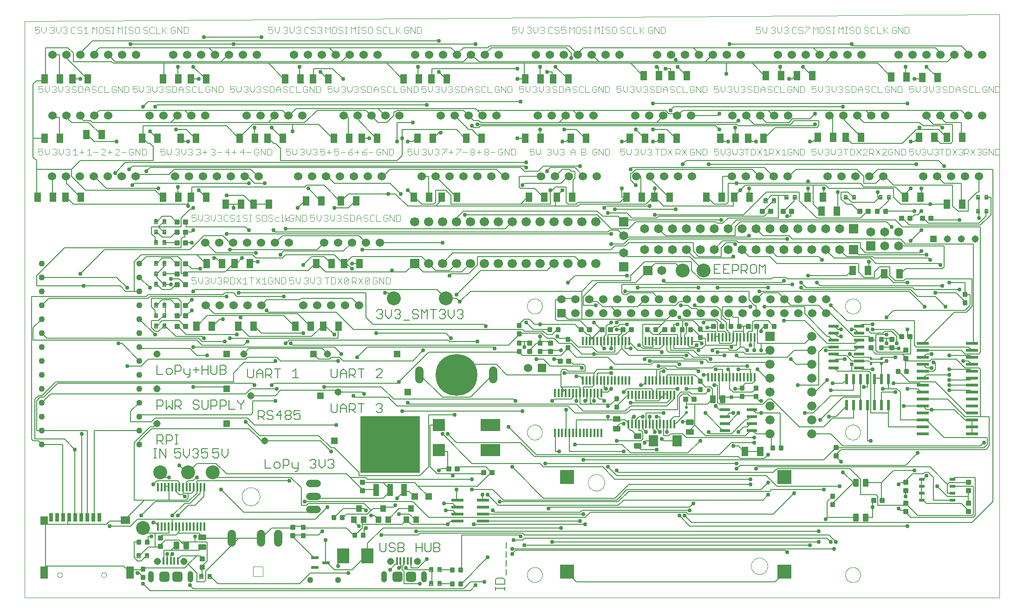
<source format=gtl>
G75*
%MOIN*%
%OFA0B0*%
%FSLAX25Y25*%
%IPPOS*%
%LPD*%
%AMOC8*
5,1,8,0,0,1.08239X$1,22.5*
%
%ADD10C,0.00000*%
%ADD11C,0.00600*%
%ADD12C,0.00400*%
%ADD13C,0.06000*%
%ADD14C,0.30000*%
%ADD15C,0.00875*%
%ADD16R,0.05000X0.05000*%
%ADD17C,0.01000*%
%ADD18C,0.00984*%
%ADD19R,0.08500X0.10799*%
%ADD20C,0.00750*%
%ADD21C,0.04362*%
%ADD22R,0.05000X0.07000*%
%ADD23C,0.00100*%
%ADD24R,0.02756X0.06299*%
%ADD25R,0.05512X0.06299*%
%ADD26R,0.05512X0.08661*%
%ADD27R,0.07087X0.05512*%
%ADD28R,0.06500X0.06500*%
%ADD29C,0.06500*%
%ADD30R,0.06000X0.06000*%
%ADD31C,0.06000*%
%ADD32R,0.04000X0.04500*%
%ADD33R,0.14000X0.08600*%
%ADD34R,0.09000X0.08600*%
%ADD35R,0.05150X0.05150*%
%ADD36C,0.05150*%
%ADD37C,0.10000*%
%ADD38R,0.02200X0.07800*%
%ADD39R,0.07800X0.02200*%
%ADD40C,0.05200*%
%ADD41R,0.42520X0.40984*%
%ADD42R,0.04200X0.08500*%
%ADD43R,0.01378X0.05906*%
%ADD44R,0.09000X0.02200*%
%ADD45R,0.06600X0.06600*%
%ADD46C,0.06600*%
%ADD47R,0.05200X0.02200*%
%ADD48R,0.07800X0.02100*%
%ADD49R,0.01575X0.05906*%
%ADD50R,0.08600X0.02200*%
%ADD51R,0.06693X0.06693*%
%ADD52C,0.06693*%
%ADD53C,0.00059*%
%ADD54C,0.03740*%
%ADD55R,0.01575X0.05315*%
%ADD56C,0.04000*%
%ADD57R,0.07000X0.08000*%
%ADD58R,0.09843X0.09843*%
%ADD59C,0.02978*%
D10*
X0001000Y0008593D02*
X0001000Y0422293D01*
X0700921Y0427293D01*
X0700921Y0008593D01*
X0001000Y0008593D01*
X0024740Y0024754D02*
X0024742Y0024838D01*
X0024748Y0024921D01*
X0024758Y0025004D01*
X0024772Y0025087D01*
X0024789Y0025169D01*
X0024811Y0025250D01*
X0024836Y0025329D01*
X0024865Y0025408D01*
X0024898Y0025485D01*
X0024934Y0025560D01*
X0024974Y0025634D01*
X0025017Y0025706D01*
X0025064Y0025775D01*
X0025114Y0025842D01*
X0025167Y0025907D01*
X0025223Y0025969D01*
X0025281Y0026029D01*
X0025343Y0026086D01*
X0025407Y0026139D01*
X0025474Y0026190D01*
X0025543Y0026237D01*
X0025614Y0026282D01*
X0025687Y0026322D01*
X0025762Y0026359D01*
X0025839Y0026393D01*
X0025917Y0026423D01*
X0025996Y0026449D01*
X0026077Y0026472D01*
X0026159Y0026490D01*
X0026241Y0026505D01*
X0026324Y0026516D01*
X0026407Y0026523D01*
X0026491Y0026526D01*
X0026575Y0026525D01*
X0026658Y0026520D01*
X0026742Y0026511D01*
X0026824Y0026498D01*
X0026906Y0026482D01*
X0026987Y0026461D01*
X0027068Y0026437D01*
X0027146Y0026409D01*
X0027224Y0026377D01*
X0027300Y0026341D01*
X0027374Y0026302D01*
X0027446Y0026260D01*
X0027516Y0026214D01*
X0027584Y0026165D01*
X0027649Y0026113D01*
X0027712Y0026058D01*
X0027772Y0026000D01*
X0027830Y0025939D01*
X0027884Y0025875D01*
X0027936Y0025809D01*
X0027984Y0025741D01*
X0028029Y0025670D01*
X0028070Y0025597D01*
X0028109Y0025523D01*
X0028143Y0025447D01*
X0028174Y0025369D01*
X0028201Y0025290D01*
X0028225Y0025209D01*
X0028244Y0025128D01*
X0028260Y0025046D01*
X0028272Y0024963D01*
X0028280Y0024879D01*
X0028284Y0024796D01*
X0028284Y0024712D01*
X0028280Y0024629D01*
X0028272Y0024545D01*
X0028260Y0024462D01*
X0028244Y0024380D01*
X0028225Y0024299D01*
X0028201Y0024218D01*
X0028174Y0024139D01*
X0028143Y0024061D01*
X0028109Y0023985D01*
X0028070Y0023911D01*
X0028029Y0023838D01*
X0027984Y0023767D01*
X0027936Y0023699D01*
X0027884Y0023633D01*
X0027830Y0023569D01*
X0027772Y0023508D01*
X0027712Y0023450D01*
X0027649Y0023395D01*
X0027584Y0023343D01*
X0027516Y0023294D01*
X0027446Y0023248D01*
X0027374Y0023206D01*
X0027300Y0023167D01*
X0027224Y0023131D01*
X0027146Y0023099D01*
X0027068Y0023071D01*
X0026987Y0023047D01*
X0026906Y0023026D01*
X0026824Y0023010D01*
X0026742Y0022997D01*
X0026658Y0022988D01*
X0026575Y0022983D01*
X0026491Y0022982D01*
X0026407Y0022985D01*
X0026324Y0022992D01*
X0026241Y0023003D01*
X0026159Y0023018D01*
X0026077Y0023036D01*
X0025996Y0023059D01*
X0025917Y0023085D01*
X0025839Y0023115D01*
X0025762Y0023149D01*
X0025687Y0023186D01*
X0025614Y0023226D01*
X0025543Y0023271D01*
X0025474Y0023318D01*
X0025407Y0023369D01*
X0025343Y0023422D01*
X0025281Y0023479D01*
X0025223Y0023539D01*
X0025167Y0023601D01*
X0025114Y0023666D01*
X0025064Y0023733D01*
X0025017Y0023802D01*
X0024974Y0023874D01*
X0024934Y0023948D01*
X0024898Y0024023D01*
X0024865Y0024100D01*
X0024836Y0024179D01*
X0024811Y0024258D01*
X0024789Y0024339D01*
X0024772Y0024421D01*
X0024758Y0024504D01*
X0024748Y0024587D01*
X0024742Y0024670D01*
X0024740Y0024754D01*
X0056236Y0024754D02*
X0056238Y0024838D01*
X0056244Y0024921D01*
X0056254Y0025004D01*
X0056268Y0025087D01*
X0056285Y0025169D01*
X0056307Y0025250D01*
X0056332Y0025329D01*
X0056361Y0025408D01*
X0056394Y0025485D01*
X0056430Y0025560D01*
X0056470Y0025634D01*
X0056513Y0025706D01*
X0056560Y0025775D01*
X0056610Y0025842D01*
X0056663Y0025907D01*
X0056719Y0025969D01*
X0056777Y0026029D01*
X0056839Y0026086D01*
X0056903Y0026139D01*
X0056970Y0026190D01*
X0057039Y0026237D01*
X0057110Y0026282D01*
X0057183Y0026322D01*
X0057258Y0026359D01*
X0057335Y0026393D01*
X0057413Y0026423D01*
X0057492Y0026449D01*
X0057573Y0026472D01*
X0057655Y0026490D01*
X0057737Y0026505D01*
X0057820Y0026516D01*
X0057903Y0026523D01*
X0057987Y0026526D01*
X0058071Y0026525D01*
X0058154Y0026520D01*
X0058238Y0026511D01*
X0058320Y0026498D01*
X0058402Y0026482D01*
X0058483Y0026461D01*
X0058564Y0026437D01*
X0058642Y0026409D01*
X0058720Y0026377D01*
X0058796Y0026341D01*
X0058870Y0026302D01*
X0058942Y0026260D01*
X0059012Y0026214D01*
X0059080Y0026165D01*
X0059145Y0026113D01*
X0059208Y0026058D01*
X0059268Y0026000D01*
X0059326Y0025939D01*
X0059380Y0025875D01*
X0059432Y0025809D01*
X0059480Y0025741D01*
X0059525Y0025670D01*
X0059566Y0025597D01*
X0059605Y0025523D01*
X0059639Y0025447D01*
X0059670Y0025369D01*
X0059697Y0025290D01*
X0059721Y0025209D01*
X0059740Y0025128D01*
X0059756Y0025046D01*
X0059768Y0024963D01*
X0059776Y0024879D01*
X0059780Y0024796D01*
X0059780Y0024712D01*
X0059776Y0024629D01*
X0059768Y0024545D01*
X0059756Y0024462D01*
X0059740Y0024380D01*
X0059721Y0024299D01*
X0059697Y0024218D01*
X0059670Y0024139D01*
X0059639Y0024061D01*
X0059605Y0023985D01*
X0059566Y0023911D01*
X0059525Y0023838D01*
X0059480Y0023767D01*
X0059432Y0023699D01*
X0059380Y0023633D01*
X0059326Y0023569D01*
X0059268Y0023508D01*
X0059208Y0023450D01*
X0059145Y0023395D01*
X0059080Y0023343D01*
X0059012Y0023294D01*
X0058942Y0023248D01*
X0058870Y0023206D01*
X0058796Y0023167D01*
X0058720Y0023131D01*
X0058642Y0023099D01*
X0058564Y0023071D01*
X0058483Y0023047D01*
X0058402Y0023026D01*
X0058320Y0023010D01*
X0058238Y0022997D01*
X0058154Y0022988D01*
X0058071Y0022983D01*
X0057987Y0022982D01*
X0057903Y0022985D01*
X0057820Y0022992D01*
X0057737Y0023003D01*
X0057655Y0023018D01*
X0057573Y0023036D01*
X0057492Y0023059D01*
X0057413Y0023085D01*
X0057335Y0023115D01*
X0057258Y0023149D01*
X0057183Y0023186D01*
X0057110Y0023226D01*
X0057039Y0023271D01*
X0056970Y0023318D01*
X0056903Y0023369D01*
X0056839Y0023422D01*
X0056777Y0023479D01*
X0056719Y0023539D01*
X0056663Y0023601D01*
X0056610Y0023666D01*
X0056560Y0023733D01*
X0056513Y0023802D01*
X0056470Y0023874D01*
X0056430Y0023948D01*
X0056394Y0024023D01*
X0056361Y0024100D01*
X0056332Y0024179D01*
X0056307Y0024258D01*
X0056285Y0024339D01*
X0056268Y0024421D01*
X0056254Y0024504D01*
X0056244Y0024587D01*
X0056238Y0024670D01*
X0056236Y0024754D01*
X0157000Y0081093D02*
X0157002Y0081254D01*
X0157008Y0081414D01*
X0157018Y0081575D01*
X0157032Y0081735D01*
X0157050Y0081895D01*
X0157071Y0082054D01*
X0157097Y0082213D01*
X0157127Y0082371D01*
X0157160Y0082528D01*
X0157198Y0082685D01*
X0157239Y0082840D01*
X0157284Y0082994D01*
X0157333Y0083147D01*
X0157386Y0083299D01*
X0157442Y0083450D01*
X0157503Y0083599D01*
X0157566Y0083747D01*
X0157634Y0083893D01*
X0157705Y0084037D01*
X0157779Y0084179D01*
X0157857Y0084320D01*
X0157939Y0084458D01*
X0158024Y0084595D01*
X0158112Y0084729D01*
X0158204Y0084861D01*
X0158299Y0084991D01*
X0158397Y0085119D01*
X0158498Y0085244D01*
X0158602Y0085366D01*
X0158709Y0085486D01*
X0158819Y0085603D01*
X0158932Y0085718D01*
X0159048Y0085829D01*
X0159167Y0085938D01*
X0159288Y0086043D01*
X0159412Y0086146D01*
X0159538Y0086246D01*
X0159666Y0086342D01*
X0159797Y0086435D01*
X0159931Y0086525D01*
X0160066Y0086612D01*
X0160204Y0086695D01*
X0160343Y0086775D01*
X0160485Y0086851D01*
X0160628Y0086924D01*
X0160773Y0086993D01*
X0160920Y0087059D01*
X0161068Y0087121D01*
X0161218Y0087179D01*
X0161369Y0087234D01*
X0161522Y0087285D01*
X0161676Y0087332D01*
X0161831Y0087375D01*
X0161987Y0087414D01*
X0162143Y0087450D01*
X0162301Y0087481D01*
X0162459Y0087509D01*
X0162618Y0087533D01*
X0162778Y0087553D01*
X0162938Y0087569D01*
X0163098Y0087581D01*
X0163259Y0087589D01*
X0163420Y0087593D01*
X0163580Y0087593D01*
X0163741Y0087589D01*
X0163902Y0087581D01*
X0164062Y0087569D01*
X0164222Y0087553D01*
X0164382Y0087533D01*
X0164541Y0087509D01*
X0164699Y0087481D01*
X0164857Y0087450D01*
X0165013Y0087414D01*
X0165169Y0087375D01*
X0165324Y0087332D01*
X0165478Y0087285D01*
X0165631Y0087234D01*
X0165782Y0087179D01*
X0165932Y0087121D01*
X0166080Y0087059D01*
X0166227Y0086993D01*
X0166372Y0086924D01*
X0166515Y0086851D01*
X0166657Y0086775D01*
X0166796Y0086695D01*
X0166934Y0086612D01*
X0167069Y0086525D01*
X0167203Y0086435D01*
X0167334Y0086342D01*
X0167462Y0086246D01*
X0167588Y0086146D01*
X0167712Y0086043D01*
X0167833Y0085938D01*
X0167952Y0085829D01*
X0168068Y0085718D01*
X0168181Y0085603D01*
X0168291Y0085486D01*
X0168398Y0085366D01*
X0168502Y0085244D01*
X0168603Y0085119D01*
X0168701Y0084991D01*
X0168796Y0084861D01*
X0168888Y0084729D01*
X0168976Y0084595D01*
X0169061Y0084458D01*
X0169143Y0084320D01*
X0169221Y0084179D01*
X0169295Y0084037D01*
X0169366Y0083893D01*
X0169434Y0083747D01*
X0169497Y0083599D01*
X0169558Y0083450D01*
X0169614Y0083299D01*
X0169667Y0083147D01*
X0169716Y0082994D01*
X0169761Y0082840D01*
X0169802Y0082685D01*
X0169840Y0082528D01*
X0169873Y0082371D01*
X0169903Y0082213D01*
X0169929Y0082054D01*
X0169950Y0081895D01*
X0169968Y0081735D01*
X0169982Y0081575D01*
X0169992Y0081414D01*
X0169998Y0081254D01*
X0170000Y0081093D01*
X0169998Y0080932D01*
X0169992Y0080772D01*
X0169982Y0080611D01*
X0169968Y0080451D01*
X0169950Y0080291D01*
X0169929Y0080132D01*
X0169903Y0079973D01*
X0169873Y0079815D01*
X0169840Y0079658D01*
X0169802Y0079501D01*
X0169761Y0079346D01*
X0169716Y0079192D01*
X0169667Y0079039D01*
X0169614Y0078887D01*
X0169558Y0078736D01*
X0169497Y0078587D01*
X0169434Y0078439D01*
X0169366Y0078293D01*
X0169295Y0078149D01*
X0169221Y0078007D01*
X0169143Y0077866D01*
X0169061Y0077728D01*
X0168976Y0077591D01*
X0168888Y0077457D01*
X0168796Y0077325D01*
X0168701Y0077195D01*
X0168603Y0077067D01*
X0168502Y0076942D01*
X0168398Y0076820D01*
X0168291Y0076700D01*
X0168181Y0076583D01*
X0168068Y0076468D01*
X0167952Y0076357D01*
X0167833Y0076248D01*
X0167712Y0076143D01*
X0167588Y0076040D01*
X0167462Y0075940D01*
X0167334Y0075844D01*
X0167203Y0075751D01*
X0167069Y0075661D01*
X0166934Y0075574D01*
X0166796Y0075491D01*
X0166657Y0075411D01*
X0166515Y0075335D01*
X0166372Y0075262D01*
X0166227Y0075193D01*
X0166080Y0075127D01*
X0165932Y0075065D01*
X0165782Y0075007D01*
X0165631Y0074952D01*
X0165478Y0074901D01*
X0165324Y0074854D01*
X0165169Y0074811D01*
X0165013Y0074772D01*
X0164857Y0074736D01*
X0164699Y0074705D01*
X0164541Y0074677D01*
X0164382Y0074653D01*
X0164222Y0074633D01*
X0164062Y0074617D01*
X0163902Y0074605D01*
X0163741Y0074597D01*
X0163580Y0074593D01*
X0163420Y0074593D01*
X0163259Y0074597D01*
X0163098Y0074605D01*
X0162938Y0074617D01*
X0162778Y0074633D01*
X0162618Y0074653D01*
X0162459Y0074677D01*
X0162301Y0074705D01*
X0162143Y0074736D01*
X0161987Y0074772D01*
X0161831Y0074811D01*
X0161676Y0074854D01*
X0161522Y0074901D01*
X0161369Y0074952D01*
X0161218Y0075007D01*
X0161068Y0075065D01*
X0160920Y0075127D01*
X0160773Y0075193D01*
X0160628Y0075262D01*
X0160485Y0075335D01*
X0160343Y0075411D01*
X0160204Y0075491D01*
X0160066Y0075574D01*
X0159931Y0075661D01*
X0159797Y0075751D01*
X0159666Y0075844D01*
X0159538Y0075940D01*
X0159412Y0076040D01*
X0159288Y0076143D01*
X0159167Y0076248D01*
X0159048Y0076357D01*
X0158932Y0076468D01*
X0158819Y0076583D01*
X0158709Y0076700D01*
X0158602Y0076820D01*
X0158498Y0076942D01*
X0158397Y0077067D01*
X0158299Y0077195D01*
X0158204Y0077325D01*
X0158112Y0077457D01*
X0158024Y0077591D01*
X0157939Y0077728D01*
X0157857Y0077866D01*
X0157779Y0078007D01*
X0157705Y0078149D01*
X0157634Y0078293D01*
X0157566Y0078439D01*
X0157503Y0078587D01*
X0157442Y0078736D01*
X0157386Y0078887D01*
X0157333Y0079039D01*
X0157284Y0079192D01*
X0157239Y0079346D01*
X0157198Y0079501D01*
X0157160Y0079658D01*
X0157127Y0079815D01*
X0157097Y0079973D01*
X0157071Y0080132D01*
X0157050Y0080291D01*
X0157032Y0080451D01*
X0157018Y0080611D01*
X0157008Y0080772D01*
X0157002Y0080932D01*
X0157000Y0081093D01*
X0361867Y0127234D02*
X0361869Y0127381D01*
X0361875Y0127527D01*
X0361885Y0127673D01*
X0361899Y0127819D01*
X0361917Y0127965D01*
X0361938Y0128110D01*
X0361964Y0128254D01*
X0361994Y0128398D01*
X0362027Y0128540D01*
X0362064Y0128682D01*
X0362105Y0128823D01*
X0362150Y0128962D01*
X0362199Y0129101D01*
X0362251Y0129238D01*
X0362308Y0129373D01*
X0362367Y0129507D01*
X0362431Y0129639D01*
X0362498Y0129769D01*
X0362568Y0129898D01*
X0362642Y0130025D01*
X0362719Y0130149D01*
X0362800Y0130272D01*
X0362884Y0130392D01*
X0362971Y0130510D01*
X0363061Y0130625D01*
X0363154Y0130738D01*
X0363251Y0130849D01*
X0363350Y0130957D01*
X0363452Y0131062D01*
X0363557Y0131164D01*
X0363665Y0131263D01*
X0363776Y0131360D01*
X0363889Y0131453D01*
X0364004Y0131543D01*
X0364122Y0131630D01*
X0364242Y0131714D01*
X0364365Y0131795D01*
X0364489Y0131872D01*
X0364616Y0131946D01*
X0364745Y0132016D01*
X0364875Y0132083D01*
X0365007Y0132147D01*
X0365141Y0132206D01*
X0365276Y0132263D01*
X0365413Y0132315D01*
X0365552Y0132364D01*
X0365691Y0132409D01*
X0365832Y0132450D01*
X0365974Y0132487D01*
X0366116Y0132520D01*
X0366260Y0132550D01*
X0366404Y0132576D01*
X0366549Y0132597D01*
X0366695Y0132615D01*
X0366841Y0132629D01*
X0366987Y0132639D01*
X0367133Y0132645D01*
X0367280Y0132647D01*
X0367427Y0132645D01*
X0367573Y0132639D01*
X0367719Y0132629D01*
X0367865Y0132615D01*
X0368011Y0132597D01*
X0368156Y0132576D01*
X0368300Y0132550D01*
X0368444Y0132520D01*
X0368586Y0132487D01*
X0368728Y0132450D01*
X0368869Y0132409D01*
X0369008Y0132364D01*
X0369147Y0132315D01*
X0369284Y0132263D01*
X0369419Y0132206D01*
X0369553Y0132147D01*
X0369685Y0132083D01*
X0369815Y0132016D01*
X0369944Y0131946D01*
X0370071Y0131872D01*
X0370195Y0131795D01*
X0370318Y0131714D01*
X0370438Y0131630D01*
X0370556Y0131543D01*
X0370671Y0131453D01*
X0370784Y0131360D01*
X0370895Y0131263D01*
X0371003Y0131164D01*
X0371108Y0131062D01*
X0371210Y0130957D01*
X0371309Y0130849D01*
X0371406Y0130738D01*
X0371499Y0130625D01*
X0371589Y0130510D01*
X0371676Y0130392D01*
X0371760Y0130272D01*
X0371841Y0130149D01*
X0371918Y0130025D01*
X0371992Y0129898D01*
X0372062Y0129769D01*
X0372129Y0129639D01*
X0372193Y0129507D01*
X0372252Y0129373D01*
X0372309Y0129238D01*
X0372361Y0129101D01*
X0372410Y0128962D01*
X0372455Y0128823D01*
X0372496Y0128682D01*
X0372533Y0128540D01*
X0372566Y0128398D01*
X0372596Y0128254D01*
X0372622Y0128110D01*
X0372643Y0127965D01*
X0372661Y0127819D01*
X0372675Y0127673D01*
X0372685Y0127527D01*
X0372691Y0127381D01*
X0372693Y0127234D01*
X0372691Y0127087D01*
X0372685Y0126941D01*
X0372675Y0126795D01*
X0372661Y0126649D01*
X0372643Y0126503D01*
X0372622Y0126358D01*
X0372596Y0126214D01*
X0372566Y0126070D01*
X0372533Y0125928D01*
X0372496Y0125786D01*
X0372455Y0125645D01*
X0372410Y0125506D01*
X0372361Y0125367D01*
X0372309Y0125230D01*
X0372252Y0125095D01*
X0372193Y0124961D01*
X0372129Y0124829D01*
X0372062Y0124699D01*
X0371992Y0124570D01*
X0371918Y0124443D01*
X0371841Y0124319D01*
X0371760Y0124196D01*
X0371676Y0124076D01*
X0371589Y0123958D01*
X0371499Y0123843D01*
X0371406Y0123730D01*
X0371309Y0123619D01*
X0371210Y0123511D01*
X0371108Y0123406D01*
X0371003Y0123304D01*
X0370895Y0123205D01*
X0370784Y0123108D01*
X0370671Y0123015D01*
X0370556Y0122925D01*
X0370438Y0122838D01*
X0370318Y0122754D01*
X0370195Y0122673D01*
X0370071Y0122596D01*
X0369944Y0122522D01*
X0369815Y0122452D01*
X0369685Y0122385D01*
X0369553Y0122321D01*
X0369419Y0122262D01*
X0369284Y0122205D01*
X0369147Y0122153D01*
X0369008Y0122104D01*
X0368869Y0122059D01*
X0368728Y0122018D01*
X0368586Y0121981D01*
X0368444Y0121948D01*
X0368300Y0121918D01*
X0368156Y0121892D01*
X0368011Y0121871D01*
X0367865Y0121853D01*
X0367719Y0121839D01*
X0367573Y0121829D01*
X0367427Y0121823D01*
X0367280Y0121821D01*
X0367133Y0121823D01*
X0366987Y0121829D01*
X0366841Y0121839D01*
X0366695Y0121853D01*
X0366549Y0121871D01*
X0366404Y0121892D01*
X0366260Y0121918D01*
X0366116Y0121948D01*
X0365974Y0121981D01*
X0365832Y0122018D01*
X0365691Y0122059D01*
X0365552Y0122104D01*
X0365413Y0122153D01*
X0365276Y0122205D01*
X0365141Y0122262D01*
X0365007Y0122321D01*
X0364875Y0122385D01*
X0364745Y0122452D01*
X0364616Y0122522D01*
X0364489Y0122596D01*
X0364365Y0122673D01*
X0364242Y0122754D01*
X0364122Y0122838D01*
X0364004Y0122925D01*
X0363889Y0123015D01*
X0363776Y0123108D01*
X0363665Y0123205D01*
X0363557Y0123304D01*
X0363452Y0123406D01*
X0363350Y0123511D01*
X0363251Y0123619D01*
X0363154Y0123730D01*
X0363061Y0123843D01*
X0362971Y0123958D01*
X0362884Y0124076D01*
X0362800Y0124196D01*
X0362719Y0124319D01*
X0362642Y0124443D01*
X0362568Y0124570D01*
X0362498Y0124699D01*
X0362431Y0124829D01*
X0362367Y0124961D01*
X0362308Y0125095D01*
X0362251Y0125230D01*
X0362199Y0125367D01*
X0362150Y0125506D01*
X0362105Y0125645D01*
X0362064Y0125786D01*
X0362027Y0125928D01*
X0361994Y0126070D01*
X0361964Y0126214D01*
X0361938Y0126358D01*
X0361917Y0126503D01*
X0361899Y0126649D01*
X0361885Y0126795D01*
X0361875Y0126941D01*
X0361869Y0127087D01*
X0361867Y0127234D01*
X0405594Y0091093D02*
X0405596Y0091246D01*
X0405602Y0091400D01*
X0405612Y0091553D01*
X0405626Y0091705D01*
X0405644Y0091858D01*
X0405666Y0092009D01*
X0405691Y0092160D01*
X0405721Y0092311D01*
X0405755Y0092461D01*
X0405792Y0092609D01*
X0405833Y0092757D01*
X0405878Y0092903D01*
X0405927Y0093049D01*
X0405980Y0093193D01*
X0406036Y0093335D01*
X0406096Y0093476D01*
X0406160Y0093616D01*
X0406227Y0093754D01*
X0406298Y0093890D01*
X0406373Y0094024D01*
X0406450Y0094156D01*
X0406532Y0094286D01*
X0406616Y0094414D01*
X0406704Y0094540D01*
X0406795Y0094663D01*
X0406889Y0094784D01*
X0406987Y0094902D01*
X0407087Y0095018D01*
X0407191Y0095131D01*
X0407297Y0095242D01*
X0407406Y0095350D01*
X0407518Y0095455D01*
X0407632Y0095556D01*
X0407750Y0095655D01*
X0407869Y0095751D01*
X0407991Y0095844D01*
X0408116Y0095933D01*
X0408243Y0096020D01*
X0408372Y0096102D01*
X0408503Y0096182D01*
X0408636Y0096258D01*
X0408771Y0096331D01*
X0408908Y0096400D01*
X0409047Y0096465D01*
X0409187Y0096527D01*
X0409329Y0096585D01*
X0409472Y0096640D01*
X0409617Y0096691D01*
X0409763Y0096738D01*
X0409910Y0096781D01*
X0410058Y0096820D01*
X0410207Y0096856D01*
X0410357Y0096887D01*
X0410508Y0096915D01*
X0410659Y0096939D01*
X0410812Y0096959D01*
X0410964Y0096975D01*
X0411117Y0096987D01*
X0411270Y0096995D01*
X0411423Y0096999D01*
X0411577Y0096999D01*
X0411730Y0096995D01*
X0411883Y0096987D01*
X0412036Y0096975D01*
X0412188Y0096959D01*
X0412341Y0096939D01*
X0412492Y0096915D01*
X0412643Y0096887D01*
X0412793Y0096856D01*
X0412942Y0096820D01*
X0413090Y0096781D01*
X0413237Y0096738D01*
X0413383Y0096691D01*
X0413528Y0096640D01*
X0413671Y0096585D01*
X0413813Y0096527D01*
X0413953Y0096465D01*
X0414092Y0096400D01*
X0414229Y0096331D01*
X0414364Y0096258D01*
X0414497Y0096182D01*
X0414628Y0096102D01*
X0414757Y0096020D01*
X0414884Y0095933D01*
X0415009Y0095844D01*
X0415131Y0095751D01*
X0415250Y0095655D01*
X0415368Y0095556D01*
X0415482Y0095455D01*
X0415594Y0095350D01*
X0415703Y0095242D01*
X0415809Y0095131D01*
X0415913Y0095018D01*
X0416013Y0094902D01*
X0416111Y0094784D01*
X0416205Y0094663D01*
X0416296Y0094540D01*
X0416384Y0094414D01*
X0416468Y0094286D01*
X0416550Y0094156D01*
X0416627Y0094024D01*
X0416702Y0093890D01*
X0416773Y0093754D01*
X0416840Y0093616D01*
X0416904Y0093476D01*
X0416964Y0093335D01*
X0417020Y0093193D01*
X0417073Y0093049D01*
X0417122Y0092903D01*
X0417167Y0092757D01*
X0417208Y0092609D01*
X0417245Y0092461D01*
X0417279Y0092311D01*
X0417309Y0092160D01*
X0417334Y0092009D01*
X0417356Y0091858D01*
X0417374Y0091705D01*
X0417388Y0091553D01*
X0417398Y0091400D01*
X0417404Y0091246D01*
X0417406Y0091093D01*
X0417404Y0090940D01*
X0417398Y0090786D01*
X0417388Y0090633D01*
X0417374Y0090481D01*
X0417356Y0090328D01*
X0417334Y0090177D01*
X0417309Y0090026D01*
X0417279Y0089875D01*
X0417245Y0089725D01*
X0417208Y0089577D01*
X0417167Y0089429D01*
X0417122Y0089283D01*
X0417073Y0089137D01*
X0417020Y0088993D01*
X0416964Y0088851D01*
X0416904Y0088710D01*
X0416840Y0088570D01*
X0416773Y0088432D01*
X0416702Y0088296D01*
X0416627Y0088162D01*
X0416550Y0088030D01*
X0416468Y0087900D01*
X0416384Y0087772D01*
X0416296Y0087646D01*
X0416205Y0087523D01*
X0416111Y0087402D01*
X0416013Y0087284D01*
X0415913Y0087168D01*
X0415809Y0087055D01*
X0415703Y0086944D01*
X0415594Y0086836D01*
X0415482Y0086731D01*
X0415368Y0086630D01*
X0415250Y0086531D01*
X0415131Y0086435D01*
X0415009Y0086342D01*
X0414884Y0086253D01*
X0414757Y0086166D01*
X0414628Y0086084D01*
X0414497Y0086004D01*
X0414364Y0085928D01*
X0414229Y0085855D01*
X0414092Y0085786D01*
X0413953Y0085721D01*
X0413813Y0085659D01*
X0413671Y0085601D01*
X0413528Y0085546D01*
X0413383Y0085495D01*
X0413237Y0085448D01*
X0413090Y0085405D01*
X0412942Y0085366D01*
X0412793Y0085330D01*
X0412643Y0085299D01*
X0412492Y0085271D01*
X0412341Y0085247D01*
X0412188Y0085227D01*
X0412036Y0085211D01*
X0411883Y0085199D01*
X0411730Y0085191D01*
X0411577Y0085187D01*
X0411423Y0085187D01*
X0411270Y0085191D01*
X0411117Y0085199D01*
X0410964Y0085211D01*
X0410812Y0085227D01*
X0410659Y0085247D01*
X0410508Y0085271D01*
X0410357Y0085299D01*
X0410207Y0085330D01*
X0410058Y0085366D01*
X0409910Y0085405D01*
X0409763Y0085448D01*
X0409617Y0085495D01*
X0409472Y0085546D01*
X0409329Y0085601D01*
X0409187Y0085659D01*
X0409047Y0085721D01*
X0408908Y0085786D01*
X0408771Y0085855D01*
X0408636Y0085928D01*
X0408503Y0086004D01*
X0408372Y0086084D01*
X0408243Y0086166D01*
X0408116Y0086253D01*
X0407991Y0086342D01*
X0407869Y0086435D01*
X0407750Y0086531D01*
X0407632Y0086630D01*
X0407518Y0086731D01*
X0407406Y0086836D01*
X0407297Y0086944D01*
X0407191Y0087055D01*
X0407087Y0087168D01*
X0406987Y0087284D01*
X0406889Y0087402D01*
X0406795Y0087523D01*
X0406704Y0087646D01*
X0406616Y0087772D01*
X0406532Y0087900D01*
X0406450Y0088030D01*
X0406373Y0088162D01*
X0406298Y0088296D01*
X0406227Y0088432D01*
X0406160Y0088570D01*
X0406096Y0088710D01*
X0406036Y0088851D01*
X0405980Y0088993D01*
X0405927Y0089137D01*
X0405878Y0089283D01*
X0405833Y0089429D01*
X0405792Y0089577D01*
X0405755Y0089725D01*
X0405721Y0089875D01*
X0405691Y0090026D01*
X0405666Y0090177D01*
X0405644Y0090328D01*
X0405626Y0090481D01*
X0405612Y0090633D01*
X0405602Y0090786D01*
X0405596Y0090940D01*
X0405594Y0091093D01*
X0361867Y0024872D02*
X0361869Y0025019D01*
X0361875Y0025165D01*
X0361885Y0025311D01*
X0361899Y0025457D01*
X0361917Y0025603D01*
X0361938Y0025748D01*
X0361964Y0025892D01*
X0361994Y0026036D01*
X0362027Y0026178D01*
X0362064Y0026320D01*
X0362105Y0026461D01*
X0362150Y0026600D01*
X0362199Y0026739D01*
X0362251Y0026876D01*
X0362308Y0027011D01*
X0362367Y0027145D01*
X0362431Y0027277D01*
X0362498Y0027407D01*
X0362568Y0027536D01*
X0362642Y0027663D01*
X0362719Y0027787D01*
X0362800Y0027910D01*
X0362884Y0028030D01*
X0362971Y0028148D01*
X0363061Y0028263D01*
X0363154Y0028376D01*
X0363251Y0028487D01*
X0363350Y0028595D01*
X0363452Y0028700D01*
X0363557Y0028802D01*
X0363665Y0028901D01*
X0363776Y0028998D01*
X0363889Y0029091D01*
X0364004Y0029181D01*
X0364122Y0029268D01*
X0364242Y0029352D01*
X0364365Y0029433D01*
X0364489Y0029510D01*
X0364616Y0029584D01*
X0364745Y0029654D01*
X0364875Y0029721D01*
X0365007Y0029785D01*
X0365141Y0029844D01*
X0365276Y0029901D01*
X0365413Y0029953D01*
X0365552Y0030002D01*
X0365691Y0030047D01*
X0365832Y0030088D01*
X0365974Y0030125D01*
X0366116Y0030158D01*
X0366260Y0030188D01*
X0366404Y0030214D01*
X0366549Y0030235D01*
X0366695Y0030253D01*
X0366841Y0030267D01*
X0366987Y0030277D01*
X0367133Y0030283D01*
X0367280Y0030285D01*
X0367427Y0030283D01*
X0367573Y0030277D01*
X0367719Y0030267D01*
X0367865Y0030253D01*
X0368011Y0030235D01*
X0368156Y0030214D01*
X0368300Y0030188D01*
X0368444Y0030158D01*
X0368586Y0030125D01*
X0368728Y0030088D01*
X0368869Y0030047D01*
X0369008Y0030002D01*
X0369147Y0029953D01*
X0369284Y0029901D01*
X0369419Y0029844D01*
X0369553Y0029785D01*
X0369685Y0029721D01*
X0369815Y0029654D01*
X0369944Y0029584D01*
X0370071Y0029510D01*
X0370195Y0029433D01*
X0370318Y0029352D01*
X0370438Y0029268D01*
X0370556Y0029181D01*
X0370671Y0029091D01*
X0370784Y0028998D01*
X0370895Y0028901D01*
X0371003Y0028802D01*
X0371108Y0028700D01*
X0371210Y0028595D01*
X0371309Y0028487D01*
X0371406Y0028376D01*
X0371499Y0028263D01*
X0371589Y0028148D01*
X0371676Y0028030D01*
X0371760Y0027910D01*
X0371841Y0027787D01*
X0371918Y0027663D01*
X0371992Y0027536D01*
X0372062Y0027407D01*
X0372129Y0027277D01*
X0372193Y0027145D01*
X0372252Y0027011D01*
X0372309Y0026876D01*
X0372361Y0026739D01*
X0372410Y0026600D01*
X0372455Y0026461D01*
X0372496Y0026320D01*
X0372533Y0026178D01*
X0372566Y0026036D01*
X0372596Y0025892D01*
X0372622Y0025748D01*
X0372643Y0025603D01*
X0372661Y0025457D01*
X0372675Y0025311D01*
X0372685Y0025165D01*
X0372691Y0025019D01*
X0372693Y0024872D01*
X0372691Y0024725D01*
X0372685Y0024579D01*
X0372675Y0024433D01*
X0372661Y0024287D01*
X0372643Y0024141D01*
X0372622Y0023996D01*
X0372596Y0023852D01*
X0372566Y0023708D01*
X0372533Y0023566D01*
X0372496Y0023424D01*
X0372455Y0023283D01*
X0372410Y0023144D01*
X0372361Y0023005D01*
X0372309Y0022868D01*
X0372252Y0022733D01*
X0372193Y0022599D01*
X0372129Y0022467D01*
X0372062Y0022337D01*
X0371992Y0022208D01*
X0371918Y0022081D01*
X0371841Y0021957D01*
X0371760Y0021834D01*
X0371676Y0021714D01*
X0371589Y0021596D01*
X0371499Y0021481D01*
X0371406Y0021368D01*
X0371309Y0021257D01*
X0371210Y0021149D01*
X0371108Y0021044D01*
X0371003Y0020942D01*
X0370895Y0020843D01*
X0370784Y0020746D01*
X0370671Y0020653D01*
X0370556Y0020563D01*
X0370438Y0020476D01*
X0370318Y0020392D01*
X0370195Y0020311D01*
X0370071Y0020234D01*
X0369944Y0020160D01*
X0369815Y0020090D01*
X0369685Y0020023D01*
X0369553Y0019959D01*
X0369419Y0019900D01*
X0369284Y0019843D01*
X0369147Y0019791D01*
X0369008Y0019742D01*
X0368869Y0019697D01*
X0368728Y0019656D01*
X0368586Y0019619D01*
X0368444Y0019586D01*
X0368300Y0019556D01*
X0368156Y0019530D01*
X0368011Y0019509D01*
X0367865Y0019491D01*
X0367719Y0019477D01*
X0367573Y0019467D01*
X0367427Y0019461D01*
X0367280Y0019459D01*
X0367133Y0019461D01*
X0366987Y0019467D01*
X0366841Y0019477D01*
X0366695Y0019491D01*
X0366549Y0019509D01*
X0366404Y0019530D01*
X0366260Y0019556D01*
X0366116Y0019586D01*
X0365974Y0019619D01*
X0365832Y0019656D01*
X0365691Y0019697D01*
X0365552Y0019742D01*
X0365413Y0019791D01*
X0365276Y0019843D01*
X0365141Y0019900D01*
X0365007Y0019959D01*
X0364875Y0020023D01*
X0364745Y0020090D01*
X0364616Y0020160D01*
X0364489Y0020234D01*
X0364365Y0020311D01*
X0364242Y0020392D01*
X0364122Y0020476D01*
X0364004Y0020563D01*
X0363889Y0020653D01*
X0363776Y0020746D01*
X0363665Y0020843D01*
X0363557Y0020942D01*
X0363452Y0021044D01*
X0363350Y0021149D01*
X0363251Y0021257D01*
X0363154Y0021368D01*
X0363061Y0021481D01*
X0362971Y0021596D01*
X0362884Y0021714D01*
X0362800Y0021834D01*
X0362719Y0021957D01*
X0362642Y0022081D01*
X0362568Y0022208D01*
X0362498Y0022337D01*
X0362431Y0022467D01*
X0362367Y0022599D01*
X0362308Y0022733D01*
X0362251Y0022868D01*
X0362199Y0023005D01*
X0362150Y0023144D01*
X0362105Y0023283D01*
X0362064Y0023424D01*
X0362027Y0023566D01*
X0361994Y0023708D01*
X0361964Y0023852D01*
X0361938Y0023996D01*
X0361917Y0024141D01*
X0361899Y0024287D01*
X0361885Y0024433D01*
X0361875Y0024579D01*
X0361869Y0024725D01*
X0361867Y0024872D01*
X0522594Y0031093D02*
X0522596Y0031246D01*
X0522602Y0031400D01*
X0522612Y0031553D01*
X0522626Y0031705D01*
X0522644Y0031858D01*
X0522666Y0032009D01*
X0522691Y0032160D01*
X0522721Y0032311D01*
X0522755Y0032461D01*
X0522792Y0032609D01*
X0522833Y0032757D01*
X0522878Y0032903D01*
X0522927Y0033049D01*
X0522980Y0033193D01*
X0523036Y0033335D01*
X0523096Y0033476D01*
X0523160Y0033616D01*
X0523227Y0033754D01*
X0523298Y0033890D01*
X0523373Y0034024D01*
X0523450Y0034156D01*
X0523532Y0034286D01*
X0523616Y0034414D01*
X0523704Y0034540D01*
X0523795Y0034663D01*
X0523889Y0034784D01*
X0523987Y0034902D01*
X0524087Y0035018D01*
X0524191Y0035131D01*
X0524297Y0035242D01*
X0524406Y0035350D01*
X0524518Y0035455D01*
X0524632Y0035556D01*
X0524750Y0035655D01*
X0524869Y0035751D01*
X0524991Y0035844D01*
X0525116Y0035933D01*
X0525243Y0036020D01*
X0525372Y0036102D01*
X0525503Y0036182D01*
X0525636Y0036258D01*
X0525771Y0036331D01*
X0525908Y0036400D01*
X0526047Y0036465D01*
X0526187Y0036527D01*
X0526329Y0036585D01*
X0526472Y0036640D01*
X0526617Y0036691D01*
X0526763Y0036738D01*
X0526910Y0036781D01*
X0527058Y0036820D01*
X0527207Y0036856D01*
X0527357Y0036887D01*
X0527508Y0036915D01*
X0527659Y0036939D01*
X0527812Y0036959D01*
X0527964Y0036975D01*
X0528117Y0036987D01*
X0528270Y0036995D01*
X0528423Y0036999D01*
X0528577Y0036999D01*
X0528730Y0036995D01*
X0528883Y0036987D01*
X0529036Y0036975D01*
X0529188Y0036959D01*
X0529341Y0036939D01*
X0529492Y0036915D01*
X0529643Y0036887D01*
X0529793Y0036856D01*
X0529942Y0036820D01*
X0530090Y0036781D01*
X0530237Y0036738D01*
X0530383Y0036691D01*
X0530528Y0036640D01*
X0530671Y0036585D01*
X0530813Y0036527D01*
X0530953Y0036465D01*
X0531092Y0036400D01*
X0531229Y0036331D01*
X0531364Y0036258D01*
X0531497Y0036182D01*
X0531628Y0036102D01*
X0531757Y0036020D01*
X0531884Y0035933D01*
X0532009Y0035844D01*
X0532131Y0035751D01*
X0532250Y0035655D01*
X0532368Y0035556D01*
X0532482Y0035455D01*
X0532594Y0035350D01*
X0532703Y0035242D01*
X0532809Y0035131D01*
X0532913Y0035018D01*
X0533013Y0034902D01*
X0533111Y0034784D01*
X0533205Y0034663D01*
X0533296Y0034540D01*
X0533384Y0034414D01*
X0533468Y0034286D01*
X0533550Y0034156D01*
X0533627Y0034024D01*
X0533702Y0033890D01*
X0533773Y0033754D01*
X0533840Y0033616D01*
X0533904Y0033476D01*
X0533964Y0033335D01*
X0534020Y0033193D01*
X0534073Y0033049D01*
X0534122Y0032903D01*
X0534167Y0032757D01*
X0534208Y0032609D01*
X0534245Y0032461D01*
X0534279Y0032311D01*
X0534309Y0032160D01*
X0534334Y0032009D01*
X0534356Y0031858D01*
X0534374Y0031705D01*
X0534388Y0031553D01*
X0534398Y0031400D01*
X0534404Y0031246D01*
X0534406Y0031093D01*
X0534404Y0030940D01*
X0534398Y0030786D01*
X0534388Y0030633D01*
X0534374Y0030481D01*
X0534356Y0030328D01*
X0534334Y0030177D01*
X0534309Y0030026D01*
X0534279Y0029875D01*
X0534245Y0029725D01*
X0534208Y0029577D01*
X0534167Y0029429D01*
X0534122Y0029283D01*
X0534073Y0029137D01*
X0534020Y0028993D01*
X0533964Y0028851D01*
X0533904Y0028710D01*
X0533840Y0028570D01*
X0533773Y0028432D01*
X0533702Y0028296D01*
X0533627Y0028162D01*
X0533550Y0028030D01*
X0533468Y0027900D01*
X0533384Y0027772D01*
X0533296Y0027646D01*
X0533205Y0027523D01*
X0533111Y0027402D01*
X0533013Y0027284D01*
X0532913Y0027168D01*
X0532809Y0027055D01*
X0532703Y0026944D01*
X0532594Y0026836D01*
X0532482Y0026731D01*
X0532368Y0026630D01*
X0532250Y0026531D01*
X0532131Y0026435D01*
X0532009Y0026342D01*
X0531884Y0026253D01*
X0531757Y0026166D01*
X0531628Y0026084D01*
X0531497Y0026004D01*
X0531364Y0025928D01*
X0531229Y0025855D01*
X0531092Y0025786D01*
X0530953Y0025721D01*
X0530813Y0025659D01*
X0530671Y0025601D01*
X0530528Y0025546D01*
X0530383Y0025495D01*
X0530237Y0025448D01*
X0530090Y0025405D01*
X0529942Y0025366D01*
X0529793Y0025330D01*
X0529643Y0025299D01*
X0529492Y0025271D01*
X0529341Y0025247D01*
X0529188Y0025227D01*
X0529036Y0025211D01*
X0528883Y0025199D01*
X0528730Y0025191D01*
X0528577Y0025187D01*
X0528423Y0025187D01*
X0528270Y0025191D01*
X0528117Y0025199D01*
X0527964Y0025211D01*
X0527812Y0025227D01*
X0527659Y0025247D01*
X0527508Y0025271D01*
X0527357Y0025299D01*
X0527207Y0025330D01*
X0527058Y0025366D01*
X0526910Y0025405D01*
X0526763Y0025448D01*
X0526617Y0025495D01*
X0526472Y0025546D01*
X0526329Y0025601D01*
X0526187Y0025659D01*
X0526047Y0025721D01*
X0525908Y0025786D01*
X0525771Y0025855D01*
X0525636Y0025928D01*
X0525503Y0026004D01*
X0525372Y0026084D01*
X0525243Y0026166D01*
X0525116Y0026253D01*
X0524991Y0026342D01*
X0524869Y0026435D01*
X0524750Y0026531D01*
X0524632Y0026630D01*
X0524518Y0026731D01*
X0524406Y0026836D01*
X0524297Y0026944D01*
X0524191Y0027055D01*
X0524087Y0027168D01*
X0523987Y0027284D01*
X0523889Y0027402D01*
X0523795Y0027523D01*
X0523704Y0027646D01*
X0523616Y0027772D01*
X0523532Y0027900D01*
X0523450Y0028030D01*
X0523373Y0028162D01*
X0523298Y0028296D01*
X0523227Y0028432D01*
X0523160Y0028570D01*
X0523096Y0028710D01*
X0523036Y0028851D01*
X0522980Y0028993D01*
X0522927Y0029137D01*
X0522878Y0029283D01*
X0522833Y0029429D01*
X0522792Y0029577D01*
X0522755Y0029725D01*
X0522721Y0029875D01*
X0522691Y0030026D01*
X0522666Y0030177D01*
X0522644Y0030328D01*
X0522626Y0030481D01*
X0522612Y0030633D01*
X0522602Y0030786D01*
X0522596Y0030940D01*
X0522594Y0031093D01*
X0590213Y0024872D02*
X0590215Y0025019D01*
X0590221Y0025165D01*
X0590231Y0025311D01*
X0590245Y0025457D01*
X0590263Y0025603D01*
X0590284Y0025748D01*
X0590310Y0025892D01*
X0590340Y0026036D01*
X0590373Y0026178D01*
X0590410Y0026320D01*
X0590451Y0026461D01*
X0590496Y0026600D01*
X0590545Y0026739D01*
X0590597Y0026876D01*
X0590654Y0027011D01*
X0590713Y0027145D01*
X0590777Y0027277D01*
X0590844Y0027407D01*
X0590914Y0027536D01*
X0590988Y0027663D01*
X0591065Y0027787D01*
X0591146Y0027910D01*
X0591230Y0028030D01*
X0591317Y0028148D01*
X0591407Y0028263D01*
X0591500Y0028376D01*
X0591597Y0028487D01*
X0591696Y0028595D01*
X0591798Y0028700D01*
X0591903Y0028802D01*
X0592011Y0028901D01*
X0592122Y0028998D01*
X0592235Y0029091D01*
X0592350Y0029181D01*
X0592468Y0029268D01*
X0592588Y0029352D01*
X0592711Y0029433D01*
X0592835Y0029510D01*
X0592962Y0029584D01*
X0593091Y0029654D01*
X0593221Y0029721D01*
X0593353Y0029785D01*
X0593487Y0029844D01*
X0593622Y0029901D01*
X0593759Y0029953D01*
X0593898Y0030002D01*
X0594037Y0030047D01*
X0594178Y0030088D01*
X0594320Y0030125D01*
X0594462Y0030158D01*
X0594606Y0030188D01*
X0594750Y0030214D01*
X0594895Y0030235D01*
X0595041Y0030253D01*
X0595187Y0030267D01*
X0595333Y0030277D01*
X0595479Y0030283D01*
X0595626Y0030285D01*
X0595773Y0030283D01*
X0595919Y0030277D01*
X0596065Y0030267D01*
X0596211Y0030253D01*
X0596357Y0030235D01*
X0596502Y0030214D01*
X0596646Y0030188D01*
X0596790Y0030158D01*
X0596932Y0030125D01*
X0597074Y0030088D01*
X0597215Y0030047D01*
X0597354Y0030002D01*
X0597493Y0029953D01*
X0597630Y0029901D01*
X0597765Y0029844D01*
X0597899Y0029785D01*
X0598031Y0029721D01*
X0598161Y0029654D01*
X0598290Y0029584D01*
X0598417Y0029510D01*
X0598541Y0029433D01*
X0598664Y0029352D01*
X0598784Y0029268D01*
X0598902Y0029181D01*
X0599017Y0029091D01*
X0599130Y0028998D01*
X0599241Y0028901D01*
X0599349Y0028802D01*
X0599454Y0028700D01*
X0599556Y0028595D01*
X0599655Y0028487D01*
X0599752Y0028376D01*
X0599845Y0028263D01*
X0599935Y0028148D01*
X0600022Y0028030D01*
X0600106Y0027910D01*
X0600187Y0027787D01*
X0600264Y0027663D01*
X0600338Y0027536D01*
X0600408Y0027407D01*
X0600475Y0027277D01*
X0600539Y0027145D01*
X0600598Y0027011D01*
X0600655Y0026876D01*
X0600707Y0026739D01*
X0600756Y0026600D01*
X0600801Y0026461D01*
X0600842Y0026320D01*
X0600879Y0026178D01*
X0600912Y0026036D01*
X0600942Y0025892D01*
X0600968Y0025748D01*
X0600989Y0025603D01*
X0601007Y0025457D01*
X0601021Y0025311D01*
X0601031Y0025165D01*
X0601037Y0025019D01*
X0601039Y0024872D01*
X0601037Y0024725D01*
X0601031Y0024579D01*
X0601021Y0024433D01*
X0601007Y0024287D01*
X0600989Y0024141D01*
X0600968Y0023996D01*
X0600942Y0023852D01*
X0600912Y0023708D01*
X0600879Y0023566D01*
X0600842Y0023424D01*
X0600801Y0023283D01*
X0600756Y0023144D01*
X0600707Y0023005D01*
X0600655Y0022868D01*
X0600598Y0022733D01*
X0600539Y0022599D01*
X0600475Y0022467D01*
X0600408Y0022337D01*
X0600338Y0022208D01*
X0600264Y0022081D01*
X0600187Y0021957D01*
X0600106Y0021834D01*
X0600022Y0021714D01*
X0599935Y0021596D01*
X0599845Y0021481D01*
X0599752Y0021368D01*
X0599655Y0021257D01*
X0599556Y0021149D01*
X0599454Y0021044D01*
X0599349Y0020942D01*
X0599241Y0020843D01*
X0599130Y0020746D01*
X0599017Y0020653D01*
X0598902Y0020563D01*
X0598784Y0020476D01*
X0598664Y0020392D01*
X0598541Y0020311D01*
X0598417Y0020234D01*
X0598290Y0020160D01*
X0598161Y0020090D01*
X0598031Y0020023D01*
X0597899Y0019959D01*
X0597765Y0019900D01*
X0597630Y0019843D01*
X0597493Y0019791D01*
X0597354Y0019742D01*
X0597215Y0019697D01*
X0597074Y0019656D01*
X0596932Y0019619D01*
X0596790Y0019586D01*
X0596646Y0019556D01*
X0596502Y0019530D01*
X0596357Y0019509D01*
X0596211Y0019491D01*
X0596065Y0019477D01*
X0595919Y0019467D01*
X0595773Y0019461D01*
X0595626Y0019459D01*
X0595479Y0019461D01*
X0595333Y0019467D01*
X0595187Y0019477D01*
X0595041Y0019491D01*
X0594895Y0019509D01*
X0594750Y0019530D01*
X0594606Y0019556D01*
X0594462Y0019586D01*
X0594320Y0019619D01*
X0594178Y0019656D01*
X0594037Y0019697D01*
X0593898Y0019742D01*
X0593759Y0019791D01*
X0593622Y0019843D01*
X0593487Y0019900D01*
X0593353Y0019959D01*
X0593221Y0020023D01*
X0593091Y0020090D01*
X0592962Y0020160D01*
X0592835Y0020234D01*
X0592711Y0020311D01*
X0592588Y0020392D01*
X0592468Y0020476D01*
X0592350Y0020563D01*
X0592235Y0020653D01*
X0592122Y0020746D01*
X0592011Y0020843D01*
X0591903Y0020942D01*
X0591798Y0021044D01*
X0591696Y0021149D01*
X0591597Y0021257D01*
X0591500Y0021368D01*
X0591407Y0021481D01*
X0591317Y0021596D01*
X0591230Y0021714D01*
X0591146Y0021834D01*
X0591065Y0021957D01*
X0590988Y0022081D01*
X0590914Y0022208D01*
X0590844Y0022337D01*
X0590777Y0022467D01*
X0590713Y0022599D01*
X0590654Y0022733D01*
X0590597Y0022868D01*
X0590545Y0023005D01*
X0590496Y0023144D01*
X0590451Y0023283D01*
X0590410Y0023424D01*
X0590373Y0023566D01*
X0590340Y0023708D01*
X0590310Y0023852D01*
X0590284Y0023996D01*
X0590263Y0024141D01*
X0590245Y0024287D01*
X0590231Y0024433D01*
X0590221Y0024579D01*
X0590215Y0024725D01*
X0590213Y0024872D01*
X0590213Y0127234D02*
X0590215Y0127381D01*
X0590221Y0127527D01*
X0590231Y0127673D01*
X0590245Y0127819D01*
X0590263Y0127965D01*
X0590284Y0128110D01*
X0590310Y0128254D01*
X0590340Y0128398D01*
X0590373Y0128540D01*
X0590410Y0128682D01*
X0590451Y0128823D01*
X0590496Y0128962D01*
X0590545Y0129101D01*
X0590597Y0129238D01*
X0590654Y0129373D01*
X0590713Y0129507D01*
X0590777Y0129639D01*
X0590844Y0129769D01*
X0590914Y0129898D01*
X0590988Y0130025D01*
X0591065Y0130149D01*
X0591146Y0130272D01*
X0591230Y0130392D01*
X0591317Y0130510D01*
X0591407Y0130625D01*
X0591500Y0130738D01*
X0591597Y0130849D01*
X0591696Y0130957D01*
X0591798Y0131062D01*
X0591903Y0131164D01*
X0592011Y0131263D01*
X0592122Y0131360D01*
X0592235Y0131453D01*
X0592350Y0131543D01*
X0592468Y0131630D01*
X0592588Y0131714D01*
X0592711Y0131795D01*
X0592835Y0131872D01*
X0592962Y0131946D01*
X0593091Y0132016D01*
X0593221Y0132083D01*
X0593353Y0132147D01*
X0593487Y0132206D01*
X0593622Y0132263D01*
X0593759Y0132315D01*
X0593898Y0132364D01*
X0594037Y0132409D01*
X0594178Y0132450D01*
X0594320Y0132487D01*
X0594462Y0132520D01*
X0594606Y0132550D01*
X0594750Y0132576D01*
X0594895Y0132597D01*
X0595041Y0132615D01*
X0595187Y0132629D01*
X0595333Y0132639D01*
X0595479Y0132645D01*
X0595626Y0132647D01*
X0595773Y0132645D01*
X0595919Y0132639D01*
X0596065Y0132629D01*
X0596211Y0132615D01*
X0596357Y0132597D01*
X0596502Y0132576D01*
X0596646Y0132550D01*
X0596790Y0132520D01*
X0596932Y0132487D01*
X0597074Y0132450D01*
X0597215Y0132409D01*
X0597354Y0132364D01*
X0597493Y0132315D01*
X0597630Y0132263D01*
X0597765Y0132206D01*
X0597899Y0132147D01*
X0598031Y0132083D01*
X0598161Y0132016D01*
X0598290Y0131946D01*
X0598417Y0131872D01*
X0598541Y0131795D01*
X0598664Y0131714D01*
X0598784Y0131630D01*
X0598902Y0131543D01*
X0599017Y0131453D01*
X0599130Y0131360D01*
X0599241Y0131263D01*
X0599349Y0131164D01*
X0599454Y0131062D01*
X0599556Y0130957D01*
X0599655Y0130849D01*
X0599752Y0130738D01*
X0599845Y0130625D01*
X0599935Y0130510D01*
X0600022Y0130392D01*
X0600106Y0130272D01*
X0600187Y0130149D01*
X0600264Y0130025D01*
X0600338Y0129898D01*
X0600408Y0129769D01*
X0600475Y0129639D01*
X0600539Y0129507D01*
X0600598Y0129373D01*
X0600655Y0129238D01*
X0600707Y0129101D01*
X0600756Y0128962D01*
X0600801Y0128823D01*
X0600842Y0128682D01*
X0600879Y0128540D01*
X0600912Y0128398D01*
X0600942Y0128254D01*
X0600968Y0128110D01*
X0600989Y0127965D01*
X0601007Y0127819D01*
X0601021Y0127673D01*
X0601031Y0127527D01*
X0601037Y0127381D01*
X0601039Y0127234D01*
X0601037Y0127087D01*
X0601031Y0126941D01*
X0601021Y0126795D01*
X0601007Y0126649D01*
X0600989Y0126503D01*
X0600968Y0126358D01*
X0600942Y0126214D01*
X0600912Y0126070D01*
X0600879Y0125928D01*
X0600842Y0125786D01*
X0600801Y0125645D01*
X0600756Y0125506D01*
X0600707Y0125367D01*
X0600655Y0125230D01*
X0600598Y0125095D01*
X0600539Y0124961D01*
X0600475Y0124829D01*
X0600408Y0124699D01*
X0600338Y0124570D01*
X0600264Y0124443D01*
X0600187Y0124319D01*
X0600106Y0124196D01*
X0600022Y0124076D01*
X0599935Y0123958D01*
X0599845Y0123843D01*
X0599752Y0123730D01*
X0599655Y0123619D01*
X0599556Y0123511D01*
X0599454Y0123406D01*
X0599349Y0123304D01*
X0599241Y0123205D01*
X0599130Y0123108D01*
X0599017Y0123015D01*
X0598902Y0122925D01*
X0598784Y0122838D01*
X0598664Y0122754D01*
X0598541Y0122673D01*
X0598417Y0122596D01*
X0598290Y0122522D01*
X0598161Y0122452D01*
X0598031Y0122385D01*
X0597899Y0122321D01*
X0597765Y0122262D01*
X0597630Y0122205D01*
X0597493Y0122153D01*
X0597354Y0122104D01*
X0597215Y0122059D01*
X0597074Y0122018D01*
X0596932Y0121981D01*
X0596790Y0121948D01*
X0596646Y0121918D01*
X0596502Y0121892D01*
X0596357Y0121871D01*
X0596211Y0121853D01*
X0596065Y0121839D01*
X0595919Y0121829D01*
X0595773Y0121823D01*
X0595626Y0121821D01*
X0595479Y0121823D01*
X0595333Y0121829D01*
X0595187Y0121839D01*
X0595041Y0121853D01*
X0594895Y0121871D01*
X0594750Y0121892D01*
X0594606Y0121918D01*
X0594462Y0121948D01*
X0594320Y0121981D01*
X0594178Y0122018D01*
X0594037Y0122059D01*
X0593898Y0122104D01*
X0593759Y0122153D01*
X0593622Y0122205D01*
X0593487Y0122262D01*
X0593353Y0122321D01*
X0593221Y0122385D01*
X0593091Y0122452D01*
X0592962Y0122522D01*
X0592835Y0122596D01*
X0592711Y0122673D01*
X0592588Y0122754D01*
X0592468Y0122838D01*
X0592350Y0122925D01*
X0592235Y0123015D01*
X0592122Y0123108D01*
X0592011Y0123205D01*
X0591903Y0123304D01*
X0591798Y0123406D01*
X0591696Y0123511D01*
X0591597Y0123619D01*
X0591500Y0123730D01*
X0591407Y0123843D01*
X0591317Y0123958D01*
X0591230Y0124076D01*
X0591146Y0124196D01*
X0591065Y0124319D01*
X0590988Y0124443D01*
X0590914Y0124570D01*
X0590844Y0124699D01*
X0590777Y0124829D01*
X0590713Y0124961D01*
X0590654Y0125095D01*
X0590597Y0125230D01*
X0590545Y0125367D01*
X0590496Y0125506D01*
X0590451Y0125645D01*
X0590410Y0125786D01*
X0590373Y0125928D01*
X0590340Y0126070D01*
X0590310Y0126214D01*
X0590284Y0126358D01*
X0590263Y0126503D01*
X0590245Y0126649D01*
X0590231Y0126795D01*
X0590221Y0126941D01*
X0590215Y0127087D01*
X0590213Y0127234D01*
X0590213Y0217785D02*
X0590215Y0217932D01*
X0590221Y0218078D01*
X0590231Y0218224D01*
X0590245Y0218370D01*
X0590263Y0218516D01*
X0590284Y0218661D01*
X0590310Y0218805D01*
X0590340Y0218949D01*
X0590373Y0219091D01*
X0590410Y0219233D01*
X0590451Y0219374D01*
X0590496Y0219513D01*
X0590545Y0219652D01*
X0590597Y0219789D01*
X0590654Y0219924D01*
X0590713Y0220058D01*
X0590777Y0220190D01*
X0590844Y0220320D01*
X0590914Y0220449D01*
X0590988Y0220576D01*
X0591065Y0220700D01*
X0591146Y0220823D01*
X0591230Y0220943D01*
X0591317Y0221061D01*
X0591407Y0221176D01*
X0591500Y0221289D01*
X0591597Y0221400D01*
X0591696Y0221508D01*
X0591798Y0221613D01*
X0591903Y0221715D01*
X0592011Y0221814D01*
X0592122Y0221911D01*
X0592235Y0222004D01*
X0592350Y0222094D01*
X0592468Y0222181D01*
X0592588Y0222265D01*
X0592711Y0222346D01*
X0592835Y0222423D01*
X0592962Y0222497D01*
X0593091Y0222567D01*
X0593221Y0222634D01*
X0593353Y0222698D01*
X0593487Y0222757D01*
X0593622Y0222814D01*
X0593759Y0222866D01*
X0593898Y0222915D01*
X0594037Y0222960D01*
X0594178Y0223001D01*
X0594320Y0223038D01*
X0594462Y0223071D01*
X0594606Y0223101D01*
X0594750Y0223127D01*
X0594895Y0223148D01*
X0595041Y0223166D01*
X0595187Y0223180D01*
X0595333Y0223190D01*
X0595479Y0223196D01*
X0595626Y0223198D01*
X0595773Y0223196D01*
X0595919Y0223190D01*
X0596065Y0223180D01*
X0596211Y0223166D01*
X0596357Y0223148D01*
X0596502Y0223127D01*
X0596646Y0223101D01*
X0596790Y0223071D01*
X0596932Y0223038D01*
X0597074Y0223001D01*
X0597215Y0222960D01*
X0597354Y0222915D01*
X0597493Y0222866D01*
X0597630Y0222814D01*
X0597765Y0222757D01*
X0597899Y0222698D01*
X0598031Y0222634D01*
X0598161Y0222567D01*
X0598290Y0222497D01*
X0598417Y0222423D01*
X0598541Y0222346D01*
X0598664Y0222265D01*
X0598784Y0222181D01*
X0598902Y0222094D01*
X0599017Y0222004D01*
X0599130Y0221911D01*
X0599241Y0221814D01*
X0599349Y0221715D01*
X0599454Y0221613D01*
X0599556Y0221508D01*
X0599655Y0221400D01*
X0599752Y0221289D01*
X0599845Y0221176D01*
X0599935Y0221061D01*
X0600022Y0220943D01*
X0600106Y0220823D01*
X0600187Y0220700D01*
X0600264Y0220576D01*
X0600338Y0220449D01*
X0600408Y0220320D01*
X0600475Y0220190D01*
X0600539Y0220058D01*
X0600598Y0219924D01*
X0600655Y0219789D01*
X0600707Y0219652D01*
X0600756Y0219513D01*
X0600801Y0219374D01*
X0600842Y0219233D01*
X0600879Y0219091D01*
X0600912Y0218949D01*
X0600942Y0218805D01*
X0600968Y0218661D01*
X0600989Y0218516D01*
X0601007Y0218370D01*
X0601021Y0218224D01*
X0601031Y0218078D01*
X0601037Y0217932D01*
X0601039Y0217785D01*
X0601037Y0217638D01*
X0601031Y0217492D01*
X0601021Y0217346D01*
X0601007Y0217200D01*
X0600989Y0217054D01*
X0600968Y0216909D01*
X0600942Y0216765D01*
X0600912Y0216621D01*
X0600879Y0216479D01*
X0600842Y0216337D01*
X0600801Y0216196D01*
X0600756Y0216057D01*
X0600707Y0215918D01*
X0600655Y0215781D01*
X0600598Y0215646D01*
X0600539Y0215512D01*
X0600475Y0215380D01*
X0600408Y0215250D01*
X0600338Y0215121D01*
X0600264Y0214994D01*
X0600187Y0214870D01*
X0600106Y0214747D01*
X0600022Y0214627D01*
X0599935Y0214509D01*
X0599845Y0214394D01*
X0599752Y0214281D01*
X0599655Y0214170D01*
X0599556Y0214062D01*
X0599454Y0213957D01*
X0599349Y0213855D01*
X0599241Y0213756D01*
X0599130Y0213659D01*
X0599017Y0213566D01*
X0598902Y0213476D01*
X0598784Y0213389D01*
X0598664Y0213305D01*
X0598541Y0213224D01*
X0598417Y0213147D01*
X0598290Y0213073D01*
X0598161Y0213003D01*
X0598031Y0212936D01*
X0597899Y0212872D01*
X0597765Y0212813D01*
X0597630Y0212756D01*
X0597493Y0212704D01*
X0597354Y0212655D01*
X0597215Y0212610D01*
X0597074Y0212569D01*
X0596932Y0212532D01*
X0596790Y0212499D01*
X0596646Y0212469D01*
X0596502Y0212443D01*
X0596357Y0212422D01*
X0596211Y0212404D01*
X0596065Y0212390D01*
X0595919Y0212380D01*
X0595773Y0212374D01*
X0595626Y0212372D01*
X0595479Y0212374D01*
X0595333Y0212380D01*
X0595187Y0212390D01*
X0595041Y0212404D01*
X0594895Y0212422D01*
X0594750Y0212443D01*
X0594606Y0212469D01*
X0594462Y0212499D01*
X0594320Y0212532D01*
X0594178Y0212569D01*
X0594037Y0212610D01*
X0593898Y0212655D01*
X0593759Y0212704D01*
X0593622Y0212756D01*
X0593487Y0212813D01*
X0593353Y0212872D01*
X0593221Y0212936D01*
X0593091Y0213003D01*
X0592962Y0213073D01*
X0592835Y0213147D01*
X0592711Y0213224D01*
X0592588Y0213305D01*
X0592468Y0213389D01*
X0592350Y0213476D01*
X0592235Y0213566D01*
X0592122Y0213659D01*
X0592011Y0213756D01*
X0591903Y0213855D01*
X0591798Y0213957D01*
X0591696Y0214062D01*
X0591597Y0214170D01*
X0591500Y0214281D01*
X0591407Y0214394D01*
X0591317Y0214509D01*
X0591230Y0214627D01*
X0591146Y0214747D01*
X0591065Y0214870D01*
X0590988Y0214994D01*
X0590914Y0215121D01*
X0590844Y0215250D01*
X0590777Y0215380D01*
X0590713Y0215512D01*
X0590654Y0215646D01*
X0590597Y0215781D01*
X0590545Y0215918D01*
X0590496Y0216057D01*
X0590451Y0216196D01*
X0590410Y0216337D01*
X0590373Y0216479D01*
X0590340Y0216621D01*
X0590310Y0216765D01*
X0590284Y0216909D01*
X0590263Y0217054D01*
X0590245Y0217200D01*
X0590231Y0217346D01*
X0590221Y0217492D01*
X0590215Y0217638D01*
X0590213Y0217785D01*
X0361867Y0217785D02*
X0361869Y0217932D01*
X0361875Y0218078D01*
X0361885Y0218224D01*
X0361899Y0218370D01*
X0361917Y0218516D01*
X0361938Y0218661D01*
X0361964Y0218805D01*
X0361994Y0218949D01*
X0362027Y0219091D01*
X0362064Y0219233D01*
X0362105Y0219374D01*
X0362150Y0219513D01*
X0362199Y0219652D01*
X0362251Y0219789D01*
X0362308Y0219924D01*
X0362367Y0220058D01*
X0362431Y0220190D01*
X0362498Y0220320D01*
X0362568Y0220449D01*
X0362642Y0220576D01*
X0362719Y0220700D01*
X0362800Y0220823D01*
X0362884Y0220943D01*
X0362971Y0221061D01*
X0363061Y0221176D01*
X0363154Y0221289D01*
X0363251Y0221400D01*
X0363350Y0221508D01*
X0363452Y0221613D01*
X0363557Y0221715D01*
X0363665Y0221814D01*
X0363776Y0221911D01*
X0363889Y0222004D01*
X0364004Y0222094D01*
X0364122Y0222181D01*
X0364242Y0222265D01*
X0364365Y0222346D01*
X0364489Y0222423D01*
X0364616Y0222497D01*
X0364745Y0222567D01*
X0364875Y0222634D01*
X0365007Y0222698D01*
X0365141Y0222757D01*
X0365276Y0222814D01*
X0365413Y0222866D01*
X0365552Y0222915D01*
X0365691Y0222960D01*
X0365832Y0223001D01*
X0365974Y0223038D01*
X0366116Y0223071D01*
X0366260Y0223101D01*
X0366404Y0223127D01*
X0366549Y0223148D01*
X0366695Y0223166D01*
X0366841Y0223180D01*
X0366987Y0223190D01*
X0367133Y0223196D01*
X0367280Y0223198D01*
X0367427Y0223196D01*
X0367573Y0223190D01*
X0367719Y0223180D01*
X0367865Y0223166D01*
X0368011Y0223148D01*
X0368156Y0223127D01*
X0368300Y0223101D01*
X0368444Y0223071D01*
X0368586Y0223038D01*
X0368728Y0223001D01*
X0368869Y0222960D01*
X0369008Y0222915D01*
X0369147Y0222866D01*
X0369284Y0222814D01*
X0369419Y0222757D01*
X0369553Y0222698D01*
X0369685Y0222634D01*
X0369815Y0222567D01*
X0369944Y0222497D01*
X0370071Y0222423D01*
X0370195Y0222346D01*
X0370318Y0222265D01*
X0370438Y0222181D01*
X0370556Y0222094D01*
X0370671Y0222004D01*
X0370784Y0221911D01*
X0370895Y0221814D01*
X0371003Y0221715D01*
X0371108Y0221613D01*
X0371210Y0221508D01*
X0371309Y0221400D01*
X0371406Y0221289D01*
X0371499Y0221176D01*
X0371589Y0221061D01*
X0371676Y0220943D01*
X0371760Y0220823D01*
X0371841Y0220700D01*
X0371918Y0220576D01*
X0371992Y0220449D01*
X0372062Y0220320D01*
X0372129Y0220190D01*
X0372193Y0220058D01*
X0372252Y0219924D01*
X0372309Y0219789D01*
X0372361Y0219652D01*
X0372410Y0219513D01*
X0372455Y0219374D01*
X0372496Y0219233D01*
X0372533Y0219091D01*
X0372566Y0218949D01*
X0372596Y0218805D01*
X0372622Y0218661D01*
X0372643Y0218516D01*
X0372661Y0218370D01*
X0372675Y0218224D01*
X0372685Y0218078D01*
X0372691Y0217932D01*
X0372693Y0217785D01*
X0372691Y0217638D01*
X0372685Y0217492D01*
X0372675Y0217346D01*
X0372661Y0217200D01*
X0372643Y0217054D01*
X0372622Y0216909D01*
X0372596Y0216765D01*
X0372566Y0216621D01*
X0372533Y0216479D01*
X0372496Y0216337D01*
X0372455Y0216196D01*
X0372410Y0216057D01*
X0372361Y0215918D01*
X0372309Y0215781D01*
X0372252Y0215646D01*
X0372193Y0215512D01*
X0372129Y0215380D01*
X0372062Y0215250D01*
X0371992Y0215121D01*
X0371918Y0214994D01*
X0371841Y0214870D01*
X0371760Y0214747D01*
X0371676Y0214627D01*
X0371589Y0214509D01*
X0371499Y0214394D01*
X0371406Y0214281D01*
X0371309Y0214170D01*
X0371210Y0214062D01*
X0371108Y0213957D01*
X0371003Y0213855D01*
X0370895Y0213756D01*
X0370784Y0213659D01*
X0370671Y0213566D01*
X0370556Y0213476D01*
X0370438Y0213389D01*
X0370318Y0213305D01*
X0370195Y0213224D01*
X0370071Y0213147D01*
X0369944Y0213073D01*
X0369815Y0213003D01*
X0369685Y0212936D01*
X0369553Y0212872D01*
X0369419Y0212813D01*
X0369284Y0212756D01*
X0369147Y0212704D01*
X0369008Y0212655D01*
X0368869Y0212610D01*
X0368728Y0212569D01*
X0368586Y0212532D01*
X0368444Y0212499D01*
X0368300Y0212469D01*
X0368156Y0212443D01*
X0368011Y0212422D01*
X0367865Y0212404D01*
X0367719Y0212390D01*
X0367573Y0212380D01*
X0367427Y0212374D01*
X0367280Y0212372D01*
X0367133Y0212374D01*
X0366987Y0212380D01*
X0366841Y0212390D01*
X0366695Y0212404D01*
X0366549Y0212422D01*
X0366404Y0212443D01*
X0366260Y0212469D01*
X0366116Y0212499D01*
X0365974Y0212532D01*
X0365832Y0212569D01*
X0365691Y0212610D01*
X0365552Y0212655D01*
X0365413Y0212704D01*
X0365276Y0212756D01*
X0365141Y0212813D01*
X0365007Y0212872D01*
X0364875Y0212936D01*
X0364745Y0213003D01*
X0364616Y0213073D01*
X0364489Y0213147D01*
X0364365Y0213224D01*
X0364242Y0213305D01*
X0364122Y0213389D01*
X0364004Y0213476D01*
X0363889Y0213566D01*
X0363776Y0213659D01*
X0363665Y0213756D01*
X0363557Y0213855D01*
X0363452Y0213957D01*
X0363350Y0214062D01*
X0363251Y0214170D01*
X0363154Y0214281D01*
X0363061Y0214394D01*
X0362971Y0214509D01*
X0362884Y0214627D01*
X0362800Y0214747D01*
X0362719Y0214870D01*
X0362642Y0214994D01*
X0362568Y0215121D01*
X0362498Y0215250D01*
X0362431Y0215380D01*
X0362367Y0215512D01*
X0362308Y0215646D01*
X0362251Y0215781D01*
X0362199Y0215918D01*
X0362150Y0216057D01*
X0362105Y0216196D01*
X0362064Y0216337D01*
X0362027Y0216479D01*
X0361994Y0216621D01*
X0361964Y0216765D01*
X0361938Y0216909D01*
X0361917Y0217054D01*
X0361899Y0217200D01*
X0361885Y0217346D01*
X0361875Y0217492D01*
X0361869Y0217638D01*
X0361867Y0217785D01*
D11*
X0363500Y0208593D02*
X0367250Y0204843D01*
X0371000Y0204843D01*
X0396000Y0204843D01*
X0399750Y0201093D01*
X0400500Y0201093D01*
X0401000Y0201093D01*
X0404750Y0197343D01*
X0406000Y0197343D01*
X0408500Y0194843D01*
X0407250Y0193593D01*
X0406984Y0192864D01*
X0408500Y0194843D02*
X0414750Y0201093D01*
X0415500Y0201093D01*
X0414750Y0201093D02*
X0409750Y0206093D01*
X0418500Y0203593D02*
X0418500Y0197343D01*
X0417250Y0196093D01*
X0417250Y0193593D01*
X0417220Y0192864D01*
X0414750Y0192343D02*
X0414661Y0192864D01*
X0414750Y0192343D02*
X0414750Y0189843D01*
X0417250Y0187343D01*
X0422250Y0187343D02*
X0422250Y0192343D01*
X0422339Y0192864D01*
X0424750Y0192343D02*
X0424898Y0192864D01*
X0424750Y0192343D02*
X0424750Y0184843D01*
X0412250Y0184843D01*
X0408500Y0188593D01*
X0398500Y0188593D01*
X0393500Y0193593D01*
X0391000Y0193593D01*
X0391000Y0194093D01*
X0391000Y0194843D01*
X0384750Y0194843D01*
X0383500Y0196093D01*
X0381000Y0194843D02*
X0384750Y0191093D01*
X0393500Y0191093D01*
X0401000Y0183593D01*
X0409750Y0183593D01*
X0426000Y0183593D01*
X0429750Y0187343D01*
X0434750Y0182343D01*
X0476000Y0182343D01*
X0477250Y0184843D02*
X0463500Y0184843D01*
X0462250Y0186093D01*
X0462250Y0192343D01*
X0462220Y0192864D01*
X0459750Y0192343D02*
X0459661Y0192864D01*
X0459750Y0192343D02*
X0459750Y0189843D01*
X0457250Y0187343D01*
X0444750Y0187343D01*
X0442250Y0189843D01*
X0444750Y0189843D02*
X0444750Y0204843D01*
X0458500Y0204843D01*
X0454750Y0201093D01*
X0454000Y0201093D01*
X0452250Y0197343D02*
X0456000Y0197343D01*
X0469750Y0197343D01*
X0469750Y0193593D01*
X0469898Y0192864D01*
X0472250Y0193593D02*
X0472457Y0192864D01*
X0472250Y0193593D02*
X0472250Y0201093D01*
X0473000Y0201093D01*
X0473500Y0201093D01*
X0473500Y0207343D01*
X0461000Y0207343D01*
X0427250Y0207343D01*
X0426000Y0206093D01*
X0428500Y0204843D02*
X0433500Y0204843D01*
X0436000Y0201093D02*
X0436500Y0201093D01*
X0436000Y0201093D02*
X0432250Y0197343D01*
X0431000Y0197343D01*
X0429750Y0196093D01*
X0429750Y0193593D01*
X0430016Y0192864D01*
X0429750Y0192343D01*
X0429750Y0187343D01*
X0432250Y0187343D02*
X0432250Y0192343D01*
X0432575Y0192864D01*
X0434750Y0192343D02*
X0435134Y0192864D01*
X0434750Y0192343D02*
X0441000Y0186093D01*
X0457250Y0186093D01*
X0458500Y0184843D01*
X0464750Y0186093D02*
X0464750Y0192343D01*
X0464780Y0192864D01*
X0467250Y0192343D02*
X0467339Y0192864D01*
X0467250Y0192343D02*
X0467250Y0187343D01*
X0484750Y0187343D01*
X0484750Y0186093D01*
X0484750Y0187343D02*
X0487250Y0187343D01*
X0489750Y0189843D01*
X0508500Y0189843D01*
X0508500Y0188593D01*
X0508500Y0189843D02*
X0512250Y0189843D01*
X0512250Y0194843D01*
X0512339Y0195364D01*
X0514750Y0194843D02*
X0514750Y0188593D01*
X0517250Y0188593D01*
X0519750Y0186093D01*
X0518500Y0183593D02*
X0517250Y0184843D01*
X0498500Y0184843D01*
X0496000Y0187343D02*
X0506000Y0187343D01*
X0507250Y0186093D01*
X0512250Y0186093D01*
X0514750Y0188593D01*
X0514750Y0194843D02*
X0514898Y0195364D01*
X0517250Y0196093D02*
X0517457Y0195364D01*
X0517250Y0196093D02*
X0517250Y0199843D01*
X0509750Y0199843D01*
X0509750Y0196093D01*
X0509780Y0195364D01*
X0509750Y0194843D01*
X0509750Y0192343D01*
X0508500Y0191093D01*
X0499750Y0191093D01*
X0499750Y0194843D01*
X0499543Y0195364D01*
X0499750Y0196093D01*
X0497250Y0196093D01*
X0496984Y0195364D01*
X0497250Y0196093D02*
X0497250Y0199843D01*
X0487250Y0199843D01*
X0486000Y0201093D01*
X0486000Y0201593D01*
X0486000Y0202343D01*
X0481000Y0207343D01*
X0473500Y0207343D01*
X0472250Y0208593D02*
X0498500Y0208593D01*
X0501000Y0206093D01*
X0501000Y0203593D01*
X0501500Y0203593D01*
X0498500Y0206093D02*
X0498500Y0199843D01*
X0503500Y0199843D01*
X0504750Y0198593D01*
X0504750Y0196093D01*
X0504661Y0195364D01*
X0507220Y0195364D02*
X0507250Y0196093D01*
X0507250Y0198593D01*
X0504750Y0201093D01*
X0504750Y0206093D01*
X0502250Y0208593D01*
X0501000Y0208593D01*
X0501000Y0214843D01*
X0498500Y0217343D01*
X0483500Y0217343D01*
X0482250Y0218593D01*
X0483500Y0216093D02*
X0479750Y0216093D01*
X0477250Y0218593D01*
X0472250Y0218593D01*
X0471000Y0221093D02*
X0468500Y0218593D01*
X0442250Y0218593D01*
X0446000Y0222343D01*
X0446400Y0222793D01*
X0442250Y0218593D02*
X0441000Y0217343D01*
X0422250Y0217343D01*
X0426000Y0213593D01*
X0426400Y0212793D01*
X0422250Y0217343D02*
X0416000Y0217343D01*
X0412250Y0221093D01*
X0408500Y0221093D01*
X0407250Y0222343D01*
X0406400Y0222793D01*
X0402250Y0224843D02*
X0402250Y0218593D01*
X0411000Y0218593D01*
X0402250Y0224843D02*
X0412250Y0234843D01*
X0439750Y0234843D01*
X0448500Y0243593D01*
X0453500Y0248593D01*
X0468500Y0248593D01*
X0473500Y0243593D01*
X0479750Y0243593D02*
X0479750Y0249843D01*
X0446000Y0249843D01*
X0436000Y0239843D01*
X0436000Y0236093D01*
X0408500Y0236093D01*
X0401000Y0228593D01*
X0321000Y0228593D01*
X0313500Y0221093D01*
X0311000Y0223593D01*
X0303500Y0223593D01*
X0297250Y0229843D01*
X0123500Y0229843D01*
X0122250Y0228593D01*
X0116500Y0233593D02*
X0116000Y0233593D01*
X0112250Y0237343D01*
X0106000Y0237343D01*
X0106000Y0233593D02*
X0101500Y0233593D01*
X0101000Y0233593D01*
X0096000Y0238593D01*
X0096000Y0241093D01*
X0095500Y0241093D01*
X0096000Y0241093D02*
X0101000Y0246093D01*
X0101000Y0248593D01*
X0101500Y0248593D01*
X0099750Y0252343D02*
X0106000Y0252343D01*
X0109750Y0248593D01*
X0110500Y0248593D01*
X0113500Y0251093D02*
X0111000Y0253593D01*
X0088500Y0253593D01*
X0083500Y0248593D01*
X0079750Y0249843D02*
X0084750Y0254843D01*
X0124750Y0254843D01*
X0164750Y0254843D01*
X0167250Y0252343D01*
X0186000Y0252343D01*
X0188500Y0254843D01*
X0223500Y0254843D01*
X0229750Y0248593D01*
X0230500Y0248593D01*
X0231000Y0248593D01*
X0232250Y0248593D01*
X0236000Y0244843D01*
X0236000Y0248593D02*
X0241500Y0248593D01*
X0236000Y0253593D02*
X0286000Y0253593D01*
X0291000Y0248593D01*
X0296000Y0243593D01*
X0306000Y0243593D01*
X0311000Y0248593D01*
X0308500Y0256093D02*
X0431000Y0256093D01*
X0433500Y0253593D01*
X0478500Y0253593D01*
X0488500Y0243593D01*
X0486000Y0237343D02*
X0479750Y0243593D01*
X0486000Y0237343D02*
X0537250Y0237343D01*
X0538500Y0238593D01*
X0547250Y0238593D01*
X0548500Y0237343D01*
X0613500Y0237343D01*
X0617250Y0241093D01*
X0618000Y0241093D01*
X0618500Y0241093D01*
X0624750Y0234843D01*
X0634750Y0234843D01*
X0632250Y0236093D02*
X0633500Y0237343D01*
X0681000Y0237343D01*
X0681000Y0217343D01*
X0677250Y0213593D01*
X0668500Y0213593D01*
X0646000Y0191093D01*
X0645700Y0191093D01*
X0645700Y0186093D02*
X0673500Y0186093D01*
X0676000Y0183593D01*
X0686000Y0183593D01*
X0687250Y0184843D01*
X0687250Y0274843D01*
X0631000Y0274843D01*
X0626000Y0279843D01*
X0512250Y0279843D01*
X0506000Y0273593D01*
X0511000Y0274843D02*
X0511000Y0268593D01*
X0461000Y0268593D01*
X0456000Y0273593D01*
X0454750Y0281093D02*
X0437250Y0281093D01*
X0433500Y0284843D01*
X0419750Y0284843D01*
X0417250Y0288593D02*
X0418500Y0289843D01*
X0449750Y0289843D01*
X0447250Y0291093D02*
X0399750Y0291093D01*
X0398500Y0289843D01*
X0382250Y0289843D01*
X0296000Y0289843D01*
X0299750Y0293593D01*
X0299750Y0296093D01*
X0300500Y0296093D01*
X0303500Y0301093D02*
X0296000Y0301093D01*
X0296000Y0292343D01*
X0294750Y0291093D01*
X0286000Y0291093D01*
X0281000Y0296093D01*
X0280500Y0296093D01*
X0281000Y0296093D02*
X0276000Y0301093D01*
X0271000Y0298593D02*
X0263500Y0306093D01*
X0223500Y0306093D01*
X0218500Y0311093D01*
X0217594Y0311093D01*
X0216000Y0304843D02*
X0227250Y0293593D01*
X0228000Y0293593D01*
X0228500Y0293593D01*
X0233500Y0298593D01*
X0262250Y0298593D01*
X0267250Y0298593D01*
X0276000Y0289843D01*
X0296000Y0289843D01*
X0291500Y0296093D02*
X0291000Y0296093D01*
X0291000Y0311093D01*
X0286000Y0311093D01*
X0296000Y0311093D02*
X0296000Y0311093D01*
X0311000Y0296093D01*
X0311500Y0296093D01*
X0307250Y0297343D02*
X0307250Y0291093D01*
X0357250Y0291093D01*
X0378500Y0291093D01*
X0378500Y0299843D01*
X0379750Y0301093D01*
X0378500Y0301093D01*
X0379750Y0301093D02*
X0382250Y0303593D01*
X0389750Y0303593D01*
X0389750Y0292343D01*
X0391000Y0291093D01*
X0397250Y0291093D01*
X0398500Y0292343D01*
X0428500Y0292343D01*
X0432250Y0296093D01*
X0433000Y0296093D01*
X0432250Y0296093D02*
X0429750Y0296093D01*
X0429750Y0302343D01*
X0436000Y0308593D02*
X0436000Y0313593D01*
X0437250Y0313593D01*
X0439750Y0316093D01*
X0523500Y0316093D01*
X0528500Y0311093D01*
X0528849Y0311093D01*
X0518500Y0304843D02*
X0514750Y0301093D01*
X0509750Y0296093D01*
X0510500Y0296093D01*
X0509750Y0296093D02*
X0509750Y0289843D01*
X0459750Y0289843D01*
X0453500Y0296093D01*
X0453000Y0296093D01*
X0452250Y0296093D01*
X0447250Y0291093D01*
X0453500Y0283593D02*
X0517250Y0283593D01*
X0533500Y0299843D01*
X0557250Y0299843D01*
X0557250Y0293593D01*
X0569750Y0281093D01*
X0601000Y0281093D01*
X0606000Y0286093D01*
X0606500Y0286093D01*
X0600500Y0286093D02*
X0599750Y0286093D01*
X0594750Y0291093D01*
X0591000Y0291093D01*
X0587250Y0294843D01*
X0587250Y0299843D01*
X0592250Y0299843D01*
X0596000Y0296093D01*
X0596500Y0296093D01*
X0594750Y0292343D02*
X0611000Y0292343D01*
X0614750Y0296093D01*
X0615500Y0296093D01*
X0614750Y0296093D02*
X0613500Y0296093D01*
X0613500Y0299843D01*
X0612250Y0306093D02*
X0603500Y0306093D01*
X0603500Y0311093D01*
X0598500Y0316093D01*
X0554750Y0316093D01*
X0549750Y0311093D01*
X0548849Y0311093D01*
X0538849Y0311093D02*
X0538500Y0311093D01*
X0532250Y0317343D01*
X0437250Y0317343D01*
X0436000Y0316093D01*
X0440274Y0311093D02*
X0443500Y0311093D01*
X0443500Y0296093D01*
X0444000Y0296093D01*
X0453500Y0296093D02*
X0453500Y0302343D01*
X0439750Y0304843D02*
X0436000Y0308593D01*
X0450274Y0311093D02*
X0451000Y0311093D01*
X0451000Y0308593D01*
X0463500Y0296093D01*
X0464000Y0296093D01*
X0468500Y0287343D02*
X0424750Y0287343D01*
X0427250Y0282343D02*
X0416000Y0282343D01*
X0412250Y0286093D01*
X0316000Y0286093D01*
X0311000Y0281093D01*
X0311000Y0278593D01*
X0317250Y0283593D02*
X0412250Y0283593D01*
X0422250Y0273593D01*
X0434750Y0273593D01*
X0439750Y0278593D01*
X0497250Y0278593D01*
X0498500Y0277343D01*
X0502250Y0277343D01*
X0506000Y0281093D01*
X0542250Y0281093D01*
X0542250Y0297343D01*
X0537250Y0297343D01*
X0533500Y0293593D01*
X0533000Y0293593D01*
X0538500Y0293593D02*
X0539000Y0293593D01*
X0538500Y0293593D02*
X0531000Y0286093D01*
X0530500Y0286093D01*
X0532250Y0282343D02*
X0536000Y0286093D01*
X0536500Y0286093D01*
X0532250Y0282343D02*
X0456000Y0282343D01*
X0454750Y0281093D01*
X0432250Y0279843D02*
X0431000Y0278593D01*
X0427250Y0282343D01*
X0432250Y0279843D02*
X0501000Y0279843D01*
X0511000Y0274843D02*
X0514750Y0278593D01*
X0619750Y0278593D01*
X0623500Y0274843D01*
X0630500Y0281093D02*
X0631000Y0281093D01*
X0636000Y0276093D01*
X0687250Y0276093D01*
X0694750Y0283593D01*
X0694750Y0296093D01*
X0691500Y0296093D01*
X0686000Y0296093D02*
X0685500Y0296093D01*
X0686000Y0296093D02*
X0686000Y0286093D01*
X0685500Y0286093D01*
X0686000Y0286093D02*
X0686000Y0281093D01*
X0686000Y0277343D02*
X0691000Y0282343D01*
X0691000Y0286093D01*
X0691500Y0286093D01*
X0678500Y0286093D02*
X0671000Y0286093D01*
X0667250Y0289843D01*
X0667250Y0304843D01*
X0624750Y0304843D01*
X0618500Y0311093D01*
X0617425Y0311093D01*
X0617250Y0311093D01*
X0612250Y0306093D01*
X0608500Y0311093D02*
X0607425Y0311093D01*
X0608500Y0311093D02*
X0613500Y0316093D01*
X0696000Y0316093D01*
X0696000Y0077343D01*
X0681000Y0062343D01*
X0479750Y0062343D01*
X0474750Y0067343D01*
X0476000Y0069843D02*
X0407250Y0069843D01*
X0403500Y0066093D01*
X0291000Y0066093D01*
X0279750Y0077343D01*
X0202250Y0077343D01*
X0204750Y0076093D02*
X0244750Y0076093D01*
X0249750Y0071093D01*
X0247250Y0068593D01*
X0232250Y0068593D01*
X0229750Y0066093D01*
X0229000Y0066093D01*
X0223500Y0066093D02*
X0223000Y0066093D01*
X0223500Y0066093D02*
X0229750Y0072343D01*
X0241000Y0072343D01*
X0241000Y0072593D01*
X0241000Y0072343D02*
X0244750Y0072343D01*
X0246000Y0071093D01*
X0249750Y0071093D02*
X0251000Y0072343D01*
X0258500Y0072343D01*
X0258500Y0072593D01*
X0258500Y0073593D01*
X0266000Y0073593D01*
X0267250Y0074843D01*
X0269750Y0072343D02*
X0278500Y0072343D01*
X0278500Y0072593D01*
X0277250Y0068593D02*
X0269750Y0068593D01*
X0269750Y0072343D02*
X0262000Y0064593D01*
X0255000Y0064593D02*
X0252250Y0067343D01*
X0249750Y0067343D01*
X0244500Y0064593D02*
X0243500Y0063593D01*
X0243500Y0061093D01*
X0272250Y0061093D01*
X0274750Y0063593D01*
X0275000Y0064593D01*
X0278500Y0061093D01*
X0304750Y0061093D01*
X0307250Y0063593D01*
X0311700Y0063593D01*
X0311700Y0068593D02*
X0311000Y0068593D01*
X0308500Y0071093D01*
X0303500Y0071093D01*
X0302250Y0076093D02*
X0308500Y0076093D01*
X0311000Y0073593D01*
X0311700Y0073593D01*
X0311700Y0078593D02*
X0311000Y0078593D01*
X0311000Y0086093D01*
X0308500Y0096093D02*
X0308500Y0097343D01*
X0328500Y0097343D01*
X0329750Y0098593D01*
X0330500Y0098593D01*
X0332250Y0102343D02*
X0336000Y0098593D01*
X0336500Y0098593D01*
X0336000Y0098593D02*
X0326000Y0088593D01*
X0283500Y0088593D01*
X0291000Y0081093D01*
X0281000Y0081093D02*
X0277250Y0084843D01*
X0273500Y0084843D01*
X0273500Y0085793D01*
X0273500Y0084843D02*
X0268500Y0079843D01*
X0263500Y0084843D02*
X0263500Y0085793D01*
X0263500Y0086093D01*
X0258500Y0091093D01*
X0281000Y0091093D01*
X0283500Y0088593D01*
X0284750Y0096093D02*
X0291000Y0102343D01*
X0291000Y0139843D01*
X0309750Y0139843D01*
X0298500Y0132593D02*
X0298500Y0132343D01*
X0292250Y0132343D01*
X0292250Y0102343D01*
X0297250Y0097343D01*
X0308500Y0097343D01*
X0305500Y0101093D02*
X0304750Y0101093D01*
X0299750Y0101093D01*
X0298500Y0099843D01*
X0304750Y0101093D02*
X0304750Y0113593D01*
X0298500Y0113593D01*
X0298500Y0114593D01*
X0304750Y0126093D02*
X0311000Y0119843D01*
X0357250Y0119843D01*
X0367250Y0109843D01*
X0513500Y0109843D01*
X0514750Y0108593D01*
X0532250Y0108593D01*
X0534750Y0111093D01*
X0529000Y0113593D02*
X0518000Y0113593D01*
X0517250Y0113593D01*
X0513500Y0117343D01*
X0509750Y0117343D01*
X0508500Y0119843D02*
X0524750Y0119843D01*
X0524750Y0123593D02*
X0476000Y0123593D01*
X0473500Y0126093D01*
X0464750Y0126093D01*
X0463500Y0124843D01*
X0459750Y0124843D01*
X0459750Y0132343D01*
X0459819Y0132963D01*
X0462250Y0132343D02*
X0462339Y0132963D01*
X0462250Y0132343D02*
X0462250Y0127343D01*
X0457250Y0127343D02*
X0454750Y0129843D01*
X0454750Y0132343D01*
X0454780Y0132963D01*
X0457299Y0132963D02*
X0457250Y0133593D01*
X0457250Y0138593D01*
X0454750Y0138593D01*
X0449750Y0138593D02*
X0449750Y0133593D01*
X0449740Y0132963D01*
X0447220Y0132963D02*
X0447250Y0133593D01*
X0447250Y0141093D01*
X0459750Y0141093D01*
X0464750Y0136093D02*
X0464750Y0133593D01*
X0464858Y0132963D01*
X0467250Y0133593D02*
X0467378Y0132963D01*
X0467250Y0133593D02*
X0468500Y0133593D01*
X0476000Y0141093D01*
X0476000Y0141772D01*
X0476000Y0145413D02*
X0476000Y0147343D01*
X0482250Y0147343D01*
X0482250Y0132343D01*
X0489750Y0124843D01*
X0518500Y0124843D01*
X0522250Y0128593D01*
X0523200Y0128593D01*
X0523500Y0128593D01*
X0526000Y0126093D01*
X0536000Y0126093D01*
X0537250Y0126093D01*
X0537250Y0116093D01*
X0538000Y0116093D01*
X0543500Y0116093D02*
X0544000Y0116093D01*
X0543500Y0116093D02*
X0543500Y0141093D01*
X0529750Y0141093D01*
X0526000Y0141093D01*
X0523500Y0143593D01*
X0523200Y0143593D01*
X0523200Y0138593D02*
X0522250Y0138593D01*
X0519750Y0136093D01*
X0518500Y0136093D01*
X0508500Y0126093D01*
X0493500Y0126093D01*
X0492250Y0127343D01*
X0486000Y0121093D02*
X0477250Y0112343D01*
X0436000Y0112343D01*
X0429750Y0118593D01*
X0396000Y0118593D01*
X0392250Y0113593D02*
X0431000Y0113593D01*
X0426000Y0121093D02*
X0443500Y0121093D01*
X0444750Y0122343D01*
X0444750Y0127343D01*
X0443500Y0128593D01*
X0442250Y0128593D01*
X0442250Y0132343D01*
X0442181Y0132963D01*
X0439750Y0133593D02*
X0439661Y0132963D01*
X0439750Y0133593D02*
X0439750Y0136093D01*
X0442250Y0138593D01*
X0444750Y0138593D01*
X0444701Y0132963D02*
X0444750Y0132343D01*
X0444750Y0129843D01*
X0447250Y0127343D01*
X0452250Y0129843D02*
X0452250Y0132343D01*
X0452260Y0132963D01*
X0452250Y0129843D02*
X0453500Y0128593D01*
X0453500Y0127343D01*
X0452500Y0121093D02*
X0447250Y0121093D01*
X0446000Y0119843D01*
X0441000Y0117593D02*
X0441000Y0117343D01*
X0443500Y0114843D01*
X0454750Y0114843D01*
X0459750Y0121093D02*
X0469500Y0121093D01*
X0478500Y0127593D02*
X0478500Y0128593D01*
X0482250Y0132343D01*
X0478500Y0134593D02*
X0478500Y0134843D01*
X0473500Y0134843D01*
X0471000Y0138593D02*
X0467250Y0138593D01*
X0464750Y0136093D01*
X0471000Y0138593D02*
X0471000Y0152343D01*
X0473500Y0154843D01*
X0477250Y0154843D01*
X0481000Y0151093D01*
X0481500Y0151093D01*
X0482250Y0147343D02*
X0491000Y0147343D01*
X0494750Y0151093D01*
X0495000Y0151093D01*
X0494750Y0151093D02*
X0494750Y0158593D01*
X0493500Y0159843D01*
X0489750Y0159843D01*
X0486000Y0163593D01*
X0486000Y0164093D01*
X0486000Y0164843D01*
X0482250Y0168593D01*
X0462250Y0168593D01*
X0462250Y0164843D01*
X0462220Y0164321D01*
X0457250Y0164843D02*
X0457250Y0171093D01*
X0459750Y0171093D01*
X0457250Y0172343D02*
X0458500Y0173593D01*
X0461000Y0173593D01*
X0462250Y0172343D01*
X0483500Y0172343D01*
X0484750Y0171093D01*
X0488500Y0168593D02*
X0491000Y0168593D01*
X0492250Y0167343D01*
X0491866Y0166821D01*
X0496000Y0161093D02*
X0498500Y0161093D01*
X0498500Y0148593D01*
X0499750Y0147343D01*
X0531000Y0147343D01*
X0534750Y0151093D01*
X0537250Y0151093D01*
X0557250Y0131093D01*
X0574750Y0131093D01*
X0581000Y0137343D01*
X0596000Y0137343D01*
X0596000Y0146793D01*
X0601000Y0146793D02*
X0601000Y0152343D01*
X0588500Y0152343D01*
X0572250Y0136093D01*
X0578500Y0138593D02*
X0583500Y0138593D01*
X0591000Y0146093D01*
X0591000Y0146793D01*
X0601000Y0153593D02*
X0579750Y0153593D01*
X0567250Y0141093D01*
X0561000Y0141093D01*
X0566000Y0126093D02*
X0579750Y0126093D01*
X0588500Y0117343D01*
X0687250Y0117343D01*
X0689750Y0119843D01*
X0692250Y0118593D02*
X0692250Y0123593D01*
X0661000Y0123593D01*
X0648500Y0136093D01*
X0645700Y0136093D01*
X0629750Y0136093D01*
X0629750Y0156093D01*
X0627250Y0158593D01*
X0621000Y0158593D01*
X0617250Y0158593D01*
X0616000Y0156093D02*
X0626000Y0156093D01*
X0621000Y0158593D02*
X0621000Y0165393D01*
X0624750Y0162343D02*
X0643500Y0162343D01*
X0644750Y0161093D01*
X0645700Y0161093D01*
X0642250Y0158593D02*
X0634750Y0158593D01*
X0636000Y0163593D02*
X0654750Y0163593D01*
X0677250Y0141093D01*
X0681300Y0141093D01*
X0681300Y0136093D02*
X0681000Y0136093D01*
X0676000Y0136093D01*
X0668500Y0143593D01*
X0652250Y0143593D01*
X0648500Y0143593D01*
X0646000Y0146093D01*
X0645700Y0146093D01*
X0632250Y0146093D01*
X0621000Y0146793D02*
X0621000Y0141093D01*
X0608500Y0141093D01*
X0608500Y0169843D01*
X0607250Y0171093D01*
X0594750Y0171093D01*
X0594750Y0176093D01*
X0594750Y0178593D02*
X0600300Y0178593D01*
X0607250Y0178593D01*
X0608500Y0177343D01*
X0608500Y0176772D01*
X0608500Y0177343D02*
X0616000Y0177343D01*
X0616000Y0176772D01*
X0616000Y0166093D01*
X0616000Y0165393D01*
X0616000Y0166093D02*
X0611000Y0166093D01*
X0611000Y0165393D01*
X0611000Y0146793D01*
X0616000Y0146793D02*
X0616000Y0156093D01*
X0606000Y0159843D02*
X0603500Y0159843D01*
X0606000Y0159843D02*
X0606000Y0165393D01*
X0601000Y0165393D02*
X0601000Y0153593D01*
X0596000Y0157343D02*
X0579750Y0157343D01*
X0581000Y0162343D02*
X0588500Y0162343D01*
X0591000Y0164843D01*
X0591000Y0165393D01*
X0596000Y0165393D02*
X0596000Y0157343D01*
X0606000Y0146793D02*
X0606000Y0121093D01*
X0608500Y0121093D01*
X0621000Y0131093D02*
X0645700Y0131093D01*
X0621000Y0131093D02*
X0621000Y0141093D01*
X0645700Y0151093D02*
X0663500Y0151093D01*
X0676000Y0138593D01*
X0687250Y0138593D01*
X0687250Y0172343D01*
X0686000Y0173593D01*
X0676000Y0173593D01*
X0669750Y0179843D01*
X0652250Y0179843D01*
X0651000Y0178593D01*
X0633500Y0178593D01*
X0633500Y0180593D01*
X0633500Y0181093D01*
X0631000Y0183593D01*
X0637250Y0183593D01*
X0637250Y0196093D01*
X0636500Y0196093D01*
X0634750Y0196093D01*
X0634750Y0201093D01*
X0630500Y0196093D02*
X0629750Y0196093D01*
X0624750Y0201093D01*
X0609750Y0201093D01*
X0608500Y0198593D02*
X0617250Y0198593D01*
X0618500Y0199843D01*
X0623500Y0199843D01*
X0627250Y0196093D01*
X0627250Y0191093D01*
X0628500Y0187343D02*
X0623500Y0187343D01*
X0623500Y0188093D01*
X0623500Y0188593D01*
X0616000Y0188593D01*
X0616000Y0188093D01*
X0613500Y0184843D02*
X0612250Y0186093D01*
X0612250Y0193593D01*
X0612250Y0197343D01*
X0619750Y0197343D01*
X0619750Y0194843D02*
X0616000Y0194843D01*
X0616000Y0194093D01*
X0612250Y0193593D02*
X0608500Y0193593D01*
X0608500Y0194093D01*
X0608500Y0194843D01*
X0607250Y0196093D01*
X0596000Y0196093D01*
X0579750Y0212343D01*
X0577250Y0212343D01*
X0576400Y0212793D01*
X0576000Y0213593D01*
X0571000Y0218593D01*
X0551000Y0218593D01*
X0547250Y0222343D01*
X0546400Y0222793D01*
X0546000Y0223593D01*
X0542250Y0227343D01*
X0531000Y0227343D01*
X0527250Y0223593D01*
X0526400Y0222793D01*
X0526000Y0218593D02*
X0524750Y0218593D01*
X0521000Y0222343D01*
X0521000Y0228593D01*
X0432250Y0228593D01*
X0433500Y0226093D02*
X0434750Y0227343D01*
X0452250Y0227343D01*
X0456000Y0223593D01*
X0456400Y0222793D01*
X0461000Y0234843D02*
X0544750Y0234843D01*
X0546000Y0236093D01*
X0552250Y0233593D02*
X0429750Y0233593D01*
X0429750Y0227343D01*
X0431000Y0226093D01*
X0433500Y0226093D01*
X0441000Y0231093D02*
X0484750Y0231093D01*
X0498500Y0231093D02*
X0534750Y0231093D01*
X0528500Y0228593D02*
X0636000Y0228593D01*
X0647250Y0217343D01*
X0642250Y0224843D02*
X0637250Y0229843D01*
X0559750Y0229843D01*
X0558500Y0231093D01*
X0558500Y0234843D02*
X0562250Y0231093D01*
X0638500Y0231093D01*
X0639750Y0229843D01*
X0672250Y0229843D01*
X0669750Y0227343D02*
X0654750Y0227343D01*
X0654750Y0224843D02*
X0642250Y0224843D01*
X0654750Y0224843D02*
X0662250Y0217343D01*
X0669750Y0227343D02*
X0676000Y0221093D01*
X0676000Y0220593D01*
X0679750Y0218593D02*
X0676000Y0214843D01*
X0624750Y0214843D01*
X0619750Y0209843D01*
X0609750Y0204843D02*
X0602250Y0204843D01*
X0601000Y0203593D01*
X0600300Y0203593D01*
X0597250Y0201093D02*
X0594750Y0201093D01*
X0597250Y0201093D02*
X0599750Y0198593D01*
X0600300Y0198593D01*
X0600300Y0193593D02*
X0599750Y0193593D01*
X0597250Y0191093D01*
X0577250Y0191093D01*
X0561000Y0207343D01*
X0546000Y0207343D01*
X0539000Y0203593D02*
X0538500Y0203593D01*
X0534750Y0207343D01*
X0524750Y0207343D01*
X0523500Y0206093D01*
X0523500Y0199843D01*
X0521000Y0199843D01*
X0519750Y0198593D01*
X0519750Y0196093D01*
X0520016Y0195364D01*
X0522250Y0194843D02*
X0522250Y0189843D01*
X0524750Y0186093D02*
X0524750Y0194843D01*
X0525134Y0195364D01*
X0522575Y0195364D02*
X0522250Y0194843D01*
X0527250Y0191093D02*
X0529750Y0191093D01*
X0529750Y0186093D01*
X0533500Y0183593D02*
X0536000Y0186093D01*
X0533500Y0183593D02*
X0518500Y0183593D01*
X0513500Y0181093D02*
X0548500Y0181093D01*
X0553500Y0186093D01*
X0566000Y0186093D01*
X0571000Y0184843D02*
X0571000Y0161093D01*
X0556000Y0161093D01*
X0566000Y0156093D02*
X0568500Y0156093D01*
X0577250Y0164843D01*
X0584750Y0171093D02*
X0594750Y0171093D01*
X0600300Y0173593D02*
X0601000Y0173593D01*
X0602250Y0172343D01*
X0609750Y0172343D01*
X0608500Y0179843D02*
X0608500Y0180413D01*
X0608500Y0181093D01*
X0596000Y0181093D01*
X0593500Y0183593D01*
X0591000Y0182343D02*
X0594750Y0178593D01*
X0589750Y0179843D02*
X0583500Y0179843D01*
X0582250Y0178593D01*
X0581700Y0178593D01*
X0583500Y0182343D02*
X0591000Y0182343D01*
X0597250Y0186093D02*
X0576000Y0186093D01*
X0574750Y0188593D02*
X0571000Y0184843D01*
X0574750Y0188593D02*
X0581700Y0188593D01*
X0581700Y0193593D02*
X0581000Y0193593D01*
X0578500Y0196093D01*
X0577250Y0196093D01*
X0561000Y0212343D01*
X0561000Y0217343D01*
X0532250Y0217343D01*
X0526000Y0218593D02*
X0526000Y0213593D01*
X0526400Y0212793D01*
X0522250Y0217343D02*
X0502250Y0217343D01*
X0502250Y0211093D01*
X0504750Y0208593D01*
X0507250Y0208593D01*
X0507250Y0203593D01*
X0508000Y0203593D01*
X0513500Y0203593D02*
X0514000Y0203593D01*
X0517250Y0203593D01*
X0517250Y0199843D01*
X0517250Y0203593D02*
X0520500Y0203593D01*
X0526500Y0203593D02*
X0527250Y0203593D01*
X0527250Y0191093D01*
X0529750Y0191093D02*
X0561000Y0191093D01*
X0566000Y0196093D01*
X0581700Y0198593D02*
X0582250Y0198593D01*
X0584750Y0196093D01*
X0587250Y0196093D01*
X0587250Y0201093D02*
X0584750Y0201093D01*
X0582250Y0203593D01*
X0581700Y0203593D01*
X0591000Y0207343D02*
X0579750Y0218593D01*
X0572250Y0232343D02*
X0569750Y0234843D01*
X0572250Y0232343D02*
X0659750Y0232343D01*
X0664750Y0234843D02*
X0676000Y0234843D01*
X0676000Y0226593D01*
X0676000Y0226093D01*
X0679750Y0226093D01*
X0679750Y0218593D01*
X0659750Y0244843D02*
X0633500Y0244843D01*
X0629750Y0241093D01*
X0629000Y0241093D01*
X0626000Y0236093D02*
X0622250Y0239843D01*
X0622250Y0246093D01*
X0614750Y0246093D01*
X0611000Y0242343D01*
X0611000Y0238593D01*
X0603500Y0238593D01*
X0599750Y0242343D01*
X0599750Y0248593D01*
X0541000Y0248593D01*
X0536000Y0253593D01*
X0521000Y0253593D01*
X0516000Y0258593D01*
X0513500Y0263593D02*
X0512250Y0264843D01*
X0502250Y0264843D01*
X0496000Y0258593D01*
X0501000Y0259843D02*
X0501000Y0253593D01*
X0484750Y0253593D01*
X0481000Y0257343D01*
X0481000Y0263593D01*
X0434750Y0263593D01*
X0432250Y0261093D01*
X0424750Y0261093D01*
X0422250Y0258593D01*
X0243500Y0258593D01*
X0246000Y0263593D02*
X0241000Y0268593D01*
X0186000Y0268593D01*
X0181000Y0263593D01*
X0180843Y0263593D01*
X0187250Y0257343D02*
X0229750Y0257343D01*
X0236000Y0263593D01*
X0236000Y0253593D02*
X0231000Y0248593D01*
X0221500Y0248593D02*
X0221000Y0248593D01*
X0216000Y0253593D01*
X0207250Y0253593D01*
X0201000Y0247343D01*
X0204750Y0243593D02*
X0146000Y0243593D01*
X0144750Y0242343D01*
X0118500Y0242343D01*
X0117250Y0241093D01*
X0116500Y0241093D01*
X0113500Y0241093D01*
X0113500Y0251093D01*
X0116500Y0248593D02*
X0117250Y0248593D01*
X0121000Y0244843D01*
X0127250Y0244843D01*
X0131000Y0248593D02*
X0131919Y0248593D01*
X0131000Y0248593D02*
X0124750Y0254843D01*
X0119750Y0258593D02*
X0129750Y0268593D01*
X0143500Y0268593D01*
X0148500Y0263593D01*
X0150843Y0263593D01*
X0148500Y0258593D02*
X0211000Y0258593D01*
X0216000Y0263593D01*
X0211000Y0248593D02*
X0210500Y0248593D01*
X0209750Y0248593D01*
X0204750Y0243593D01*
X0211000Y0248593D02*
X0217250Y0242343D01*
X0264750Y0242343D01*
X0264750Y0243593D01*
X0264750Y0242343D02*
X0274750Y0242343D01*
X0281000Y0248593D01*
X0287250Y0242343D01*
X0314750Y0242343D01*
X0321000Y0248593D01*
X0326000Y0247343D02*
X0326000Y0253593D01*
X0396000Y0253593D01*
X0401000Y0248593D01*
X0381000Y0248593D02*
X0376000Y0243593D01*
X0328500Y0243593D01*
X0311000Y0226093D01*
X0309516Y0215298D02*
X0309516Y0211028D01*
X0307381Y0208893D01*
X0305245Y0211028D01*
X0305245Y0215298D01*
X0303070Y0214230D02*
X0303070Y0213163D01*
X0302003Y0212095D01*
X0303070Y0211028D01*
X0303070Y0209960D01*
X0302003Y0208893D01*
X0299868Y0208893D01*
X0298800Y0209960D01*
X0300935Y0212095D02*
X0302003Y0212095D01*
X0303070Y0214230D02*
X0302003Y0215298D01*
X0299868Y0215298D01*
X0298800Y0214230D01*
X0296743Y0215298D02*
X0292473Y0215298D01*
X0294608Y0215298D02*
X0294608Y0208893D01*
X0290298Y0208893D02*
X0290298Y0215298D01*
X0288163Y0213163D01*
X0286027Y0215298D01*
X0286027Y0208893D01*
X0283852Y0209960D02*
X0282785Y0208893D01*
X0280650Y0208893D01*
X0279582Y0209960D01*
X0280650Y0212095D02*
X0282785Y0212095D01*
X0283852Y0211028D01*
X0283852Y0209960D01*
X0280650Y0212095D02*
X0279582Y0213163D01*
X0279582Y0214230D01*
X0280650Y0215298D01*
X0282785Y0215298D01*
X0283852Y0214230D01*
X0277407Y0207825D02*
X0273136Y0207825D01*
X0270961Y0209960D02*
X0269894Y0208893D01*
X0267759Y0208893D01*
X0266691Y0209960D01*
X0264516Y0211028D02*
X0264516Y0215298D01*
X0266691Y0214230D02*
X0267759Y0215298D01*
X0269894Y0215298D01*
X0270961Y0214230D01*
X0270961Y0213163D01*
X0269894Y0212095D01*
X0270961Y0211028D01*
X0270961Y0209960D01*
X0269894Y0212095D02*
X0268826Y0212095D01*
X0264516Y0211028D02*
X0262381Y0208893D01*
X0260245Y0211028D01*
X0260245Y0215298D01*
X0258070Y0214230D02*
X0258070Y0213163D01*
X0257003Y0212095D01*
X0258070Y0211028D01*
X0258070Y0209960D01*
X0257003Y0208893D01*
X0254868Y0208893D01*
X0253800Y0209960D01*
X0255935Y0212095D02*
X0257003Y0212095D01*
X0258070Y0214230D02*
X0257003Y0215298D01*
X0254868Y0215298D01*
X0253800Y0214230D01*
X0246000Y0209843D02*
X0246000Y0227343D01*
X0154750Y0227343D01*
X0153500Y0224843D02*
X0151000Y0227343D01*
X0144750Y0227343D01*
X0143500Y0226093D01*
X0089750Y0226093D01*
X0088500Y0224843D01*
X0006000Y0224843D01*
X0006000Y0122343D01*
X0007250Y0121093D01*
X0011000Y0121093D01*
X0013500Y0118593D01*
X0028500Y0118593D01*
X0028500Y0066093D01*
X0028874Y0066093D01*
X0032250Y0066093D02*
X0032250Y0061093D01*
X0059750Y0061093D01*
X0062250Y0063593D01*
X0072250Y0063593D01*
X0073362Y0064124D01*
X0073500Y0064843D01*
X0087250Y0078593D01*
X0079750Y0078593D01*
X0079750Y0119843D01*
X0091000Y0131093D01*
X0093500Y0131093D01*
X0096000Y0133593D01*
X0094750Y0137343D02*
X0092250Y0134843D01*
X0077250Y0134843D01*
X0077250Y0142343D01*
X0083500Y0148593D01*
X0096300Y0150298D02*
X0096300Y0143893D01*
X0096300Y0146028D02*
X0099503Y0146028D01*
X0100570Y0147095D01*
X0100570Y0149230D01*
X0099503Y0150298D01*
X0096300Y0150298D01*
X0102745Y0150298D02*
X0102745Y0143893D01*
X0104881Y0146028D01*
X0107016Y0143893D01*
X0107016Y0150298D01*
X0109191Y0150298D02*
X0112394Y0150298D01*
X0113461Y0149230D01*
X0113461Y0147095D01*
X0112394Y0146028D01*
X0109191Y0146028D01*
X0111326Y0146028D02*
X0113461Y0143893D01*
X0109191Y0143893D02*
X0109191Y0150298D01*
X0122082Y0149230D02*
X0122082Y0148163D01*
X0123150Y0147095D01*
X0125285Y0147095D01*
X0126352Y0146028D01*
X0126352Y0144960D01*
X0125285Y0143893D01*
X0123150Y0143893D01*
X0122082Y0144960D01*
X0122082Y0149230D02*
X0123150Y0150298D01*
X0125285Y0150298D01*
X0126352Y0149230D01*
X0128527Y0150298D02*
X0128527Y0144960D01*
X0129595Y0143893D01*
X0131730Y0143893D01*
X0132798Y0144960D01*
X0132798Y0150298D01*
X0134973Y0150298D02*
X0138176Y0150298D01*
X0139243Y0149230D01*
X0139243Y0147095D01*
X0138176Y0146028D01*
X0134973Y0146028D01*
X0134973Y0143893D02*
X0134973Y0150298D01*
X0141418Y0150298D02*
X0144621Y0150298D01*
X0145689Y0149230D01*
X0145689Y0147095D01*
X0144621Y0146028D01*
X0141418Y0146028D01*
X0141418Y0143893D02*
X0141418Y0150298D01*
X0147864Y0150298D02*
X0147864Y0143893D01*
X0152134Y0143893D01*
X0156445Y0143893D02*
X0156445Y0147095D01*
X0158580Y0149230D01*
X0158580Y0150298D01*
X0156445Y0147095D02*
X0154309Y0149230D01*
X0154309Y0150298D01*
X0159750Y0154843D02*
X0163500Y0158593D01*
X0182250Y0158593D01*
X0184750Y0157343D02*
X0181000Y0153593D01*
X0163500Y0153593D01*
X0159750Y0154843D02*
X0019750Y0154843D01*
X0013500Y0148593D01*
X0009750Y0149843D02*
X0012250Y0152343D01*
X0014750Y0152343D01*
X0024750Y0162343D01*
X0164750Y0162343D01*
X0166000Y0161093D01*
X0164503Y0166393D02*
X0162368Y0166393D01*
X0161300Y0167460D01*
X0161300Y0172798D01*
X0165570Y0172798D02*
X0165570Y0167460D01*
X0164503Y0166393D01*
X0167745Y0166393D02*
X0167745Y0170663D01*
X0169881Y0172798D01*
X0172016Y0170663D01*
X0172016Y0166393D01*
X0174191Y0166393D02*
X0174191Y0172798D01*
X0177394Y0172798D01*
X0178461Y0171730D01*
X0178461Y0169595D01*
X0177394Y0168528D01*
X0174191Y0168528D01*
X0176326Y0168528D02*
X0178461Y0166393D01*
X0179750Y0162343D02*
X0178500Y0161093D01*
X0179750Y0162343D02*
X0268500Y0162343D01*
X0269750Y0163593D01*
X0291000Y0184843D01*
X0356000Y0184843D01*
X0356000Y0185593D01*
X0356000Y0184843D02*
X0358500Y0182343D01*
X0386000Y0182343D01*
X0391000Y0187343D01*
X0391000Y0188093D01*
X0391000Y0187343D02*
X0397250Y0181093D01*
X0419750Y0181093D01*
X0424750Y0176093D01*
X0451000Y0176093D01*
X0452250Y0177343D01*
X0469750Y0177343D01*
X0471000Y0176093D01*
X0469750Y0173593D02*
X0468500Y0174843D01*
X0456000Y0174843D01*
X0454750Y0172343D02*
X0457250Y0172343D01*
X0454750Y0172343D02*
X0422250Y0172343D01*
X0422250Y0173593D01*
X0422250Y0172343D02*
X0412250Y0172343D01*
X0409750Y0169843D01*
X0388500Y0169843D01*
X0389750Y0172343D02*
X0391000Y0171093D01*
X0403500Y0171093D01*
X0403500Y0174843D01*
X0402250Y0176093D01*
X0394750Y0176093D01*
X0392250Y0178593D01*
X0391500Y0178593D01*
X0385500Y0178593D02*
X0384750Y0178593D01*
X0383500Y0179843D01*
X0381000Y0179843D01*
X0378500Y0174843D02*
X0373500Y0179843D01*
X0368500Y0179843D01*
X0378500Y0174843D02*
X0399750Y0174843D01*
X0401000Y0173593D01*
X0399750Y0167343D02*
X0397250Y0167343D01*
X0399750Y0167343D02*
X0402250Y0164843D01*
X0401866Y0164321D01*
X0402250Y0159843D02*
X0408500Y0159843D01*
X0409750Y0161093D01*
X0409750Y0163593D01*
X0409543Y0164321D01*
X0409750Y0164843D01*
X0409750Y0169843D01*
X0412250Y0169843D02*
X0422250Y0169843D01*
X0417220Y0164321D02*
X0417250Y0163593D01*
X0417250Y0158593D01*
X0418500Y0158593D01*
X0419750Y0156093D02*
X0422250Y0158593D01*
X0419750Y0156093D02*
X0414750Y0156093D01*
X0415134Y0155364D01*
X0412575Y0155364D02*
X0412250Y0154843D01*
X0412250Y0152343D01*
X0413500Y0151093D01*
X0416000Y0151093D01*
X0417250Y0149843D01*
X0419750Y0147343D02*
X0419750Y0146093D01*
X0419750Y0147343D02*
X0422250Y0147343D01*
X0426000Y0151093D01*
X0426000Y0151593D01*
X0426000Y0146093D02*
X0426000Y0145593D01*
X0426000Y0146093D02*
X0433500Y0153593D01*
X0434750Y0153593D01*
X0434622Y0154222D01*
X0431000Y0156093D02*
X0433500Y0158593D01*
X0451000Y0158593D01*
X0452250Y0157343D01*
X0452250Y0154843D01*
X0452260Y0154222D01*
X0454780Y0154222D02*
X0454750Y0154843D01*
X0454750Y0158593D01*
X0469750Y0158593D01*
X0472250Y0156093D02*
X0469750Y0153593D01*
X0469750Y0143593D01*
X0436000Y0143593D01*
X0433500Y0141093D01*
X0396000Y0141093D01*
X0391000Y0146093D01*
X0268500Y0146093D01*
X0262250Y0152343D01*
X0238500Y0152343D01*
X0237250Y0153593D01*
X0237394Y0147798D02*
X0238461Y0146730D01*
X0238461Y0144595D01*
X0237394Y0143528D01*
X0234191Y0143528D01*
X0236326Y0143528D02*
X0238461Y0141393D01*
X0234191Y0141393D02*
X0234191Y0147798D01*
X0237394Y0147798D01*
X0240636Y0147798D02*
X0244907Y0147798D01*
X0242772Y0147798D02*
X0242772Y0141393D01*
X0232016Y0141393D02*
X0232016Y0145663D01*
X0229881Y0147798D01*
X0227745Y0145663D01*
X0227745Y0141393D01*
X0225570Y0142460D02*
X0225570Y0147798D01*
X0227745Y0144595D02*
X0232016Y0144595D01*
X0225570Y0142460D02*
X0224503Y0141393D01*
X0222368Y0141393D01*
X0221300Y0142460D01*
X0221300Y0147798D01*
X0226000Y0156093D02*
X0224750Y0157343D01*
X0184750Y0157343D01*
X0181000Y0149843D02*
X0164750Y0149843D01*
X0164750Y0141093D01*
X0163500Y0139843D01*
X0084750Y0139843D01*
X0083500Y0138593D01*
X0094750Y0137343D02*
X0161000Y0137343D01*
X0166000Y0132343D01*
X0224750Y0132343D01*
X0212250Y0124843D02*
X0221000Y0116093D01*
X0223500Y0116093D01*
X0241000Y0098593D01*
X0241000Y0096093D01*
X0284750Y0096093D01*
X0263500Y0084843D02*
X0258500Y0079843D01*
X0209750Y0079843D01*
X0208500Y0081093D01*
X0204750Y0076093D02*
X0203500Y0074843D01*
X0199750Y0074843D01*
X0199750Y0087343D01*
X0192250Y0094843D01*
X0139750Y0094843D01*
X0136000Y0098593D01*
X0138500Y0104843D02*
X0124750Y0104843D01*
X0118500Y0098593D01*
X0117250Y0098593D01*
X0112250Y0103593D01*
X0112003Y0108893D02*
X0109868Y0108893D01*
X0108800Y0109960D01*
X0108800Y0112095D02*
X0110935Y0113163D01*
X0112003Y0113163D01*
X0113070Y0112095D01*
X0113070Y0109960D01*
X0112003Y0108893D01*
X0115245Y0111028D02*
X0117381Y0108893D01*
X0119516Y0111028D01*
X0119516Y0115298D01*
X0121691Y0114230D02*
X0122759Y0115298D01*
X0124894Y0115298D01*
X0125961Y0114230D01*
X0125961Y0113163D01*
X0124894Y0112095D01*
X0125961Y0111028D01*
X0125961Y0109960D01*
X0124894Y0108893D01*
X0122759Y0108893D01*
X0121691Y0109960D01*
X0123826Y0112095D02*
X0124894Y0112095D01*
X0128136Y0112095D02*
X0130272Y0113163D01*
X0131339Y0113163D01*
X0132407Y0112095D01*
X0132407Y0109960D01*
X0131339Y0108893D01*
X0129204Y0108893D01*
X0128136Y0109960D01*
X0128136Y0112095D02*
X0128136Y0115298D01*
X0132407Y0115298D01*
X0136300Y0115298D02*
X0136300Y0112095D01*
X0138435Y0113163D01*
X0139503Y0113163D01*
X0140570Y0112095D01*
X0140570Y0109960D01*
X0139503Y0108893D01*
X0137368Y0108893D01*
X0136300Y0109960D01*
X0136300Y0115298D02*
X0140570Y0115298D01*
X0142745Y0115298D02*
X0142745Y0111028D01*
X0144881Y0108893D01*
X0147016Y0111028D01*
X0147016Y0115298D01*
X0138500Y0104843D02*
X0146000Y0097343D01*
X0232250Y0097343D01*
X0234750Y0094843D01*
X0246000Y0094843D01*
X0247250Y0093593D01*
X0322250Y0093593D01*
X0322250Y0086093D02*
X0337250Y0086093D01*
X0344750Y0078593D01*
X0426000Y0078593D01*
X0433500Y0086093D01*
X0529750Y0086093D01*
X0534750Y0091093D01*
X0533500Y0096093D02*
X0541000Y0088593D01*
X0586000Y0088593D01*
X0581000Y0081593D02*
X0581000Y0081093D01*
X0577250Y0077343D01*
X0577250Y0066093D01*
X0576000Y0064843D01*
X0577250Y0066093D02*
X0597500Y0066093D01*
X0604500Y0066093D02*
X0609750Y0066093D01*
X0609750Y0073593D01*
X0609750Y0078593D01*
X0610500Y0078593D01*
X0613500Y0081093D02*
X0613500Y0074843D01*
X0634750Y0074843D01*
X0633500Y0076093D01*
X0633500Y0076593D01*
X0634750Y0074843D02*
X0642250Y0067343D01*
X0681000Y0067343D01*
X0682250Y0068593D01*
X0682250Y0088593D01*
X0667024Y0088593D01*
X0664750Y0091093D02*
X0663500Y0089843D01*
X0651000Y0102343D01*
X0527250Y0102343D01*
X0526000Y0101093D01*
X0533500Y0096093D02*
X0426000Y0096093D01*
X0419750Y0102343D01*
X0416000Y0102343D02*
X0424750Y0093593D01*
X0522250Y0093593D01*
X0522250Y0089843D02*
X0434750Y0089843D01*
X0424750Y0079843D01*
X0373500Y0079843D01*
X0351000Y0102343D01*
X0368500Y0111093D02*
X0499750Y0111093D01*
X0508500Y0119843D01*
X0513500Y0127343D02*
X0517250Y0131093D01*
X0519750Y0131093D01*
X0522250Y0133593D01*
X0523200Y0133593D01*
X0513500Y0141093D02*
X0506000Y0133593D01*
X0503800Y0133593D01*
X0503800Y0138593D02*
X0504750Y0138593D01*
X0507250Y0141093D01*
X0509750Y0141093D01*
X0503800Y0143593D02*
X0499750Y0143593D01*
X0497250Y0146093D01*
X0499750Y0151093D02*
X0502000Y0151093D01*
X0502250Y0151093D01*
X0503500Y0152343D01*
X0508500Y0152343D01*
X0516000Y0152343D01*
X0516000Y0153093D01*
X0516000Y0153593D01*
X0526000Y0153593D01*
X0526000Y0153093D01*
X0526000Y0152343D01*
X0528500Y0149843D01*
X0529750Y0149843D01*
X0523500Y0156093D02*
X0509750Y0156093D01*
X0507250Y0158593D01*
X0507250Y0166093D01*
X0507220Y0166821D01*
X0507250Y0167343D01*
X0507250Y0172343D01*
X0506000Y0172343D01*
X0502250Y0172343D02*
X0497250Y0172343D01*
X0496000Y0174843D02*
X0519750Y0174843D01*
X0522250Y0172343D02*
X0522250Y0167343D01*
X0522575Y0166821D01*
X0524750Y0166093D02*
X0525134Y0166821D01*
X0524750Y0166093D02*
X0524750Y0163593D01*
X0523500Y0162343D01*
X0518500Y0162343D01*
X0516000Y0159843D01*
X0516000Y0159093D01*
X0516000Y0158593D01*
X0511000Y0158593D01*
X0502102Y0166821D02*
X0502250Y0167343D01*
X0502250Y0172343D01*
X0496000Y0174843D02*
X0494750Y0173593D01*
X0469750Y0173593D01*
X0474750Y0179843D02*
X0489750Y0179843D01*
X0492250Y0177343D01*
X0534750Y0177343D01*
X0536000Y0176093D01*
X0527250Y0172343D02*
X0533500Y0166093D01*
X0536000Y0166093D01*
X0526000Y0159093D02*
X0526000Y0158593D01*
X0523500Y0156093D01*
X0499750Y0151093D02*
X0499750Y0166093D01*
X0499543Y0166821D01*
X0492250Y0157343D02*
X0489750Y0154843D01*
X0479750Y0154843D01*
X0478500Y0156093D01*
X0472250Y0156093D01*
X0476000Y0158593D02*
X0486000Y0158593D01*
X0486000Y0158093D01*
X0476000Y0151093D02*
X0476000Y0147343D01*
X0476000Y0151093D02*
X0475500Y0151093D01*
X0467250Y0151093D02*
X0462250Y0146093D01*
X0436000Y0146093D01*
X0432250Y0142343D01*
X0402250Y0142343D01*
X0397250Y0147343D01*
X0277250Y0147343D01*
X0276000Y0148593D01*
X0272250Y0142343D02*
X0358500Y0142343D01*
X0353500Y0149843D02*
X0352250Y0151093D01*
X0266000Y0151093D01*
X0257250Y0159843D01*
X0216000Y0159843D01*
X0222368Y0166393D02*
X0224503Y0166393D01*
X0225570Y0167460D01*
X0225570Y0172798D01*
X0227745Y0170663D02*
X0229881Y0172798D01*
X0232016Y0170663D01*
X0232016Y0166393D01*
X0234191Y0166393D02*
X0234191Y0172798D01*
X0237394Y0172798D01*
X0238461Y0171730D01*
X0238461Y0169595D01*
X0237394Y0168528D01*
X0234191Y0168528D01*
X0236326Y0168528D02*
X0238461Y0166393D01*
X0242772Y0166393D02*
X0242772Y0172798D01*
X0244907Y0172798D02*
X0240636Y0172798D01*
X0232016Y0169595D02*
X0227745Y0169595D01*
X0227745Y0170663D02*
X0227745Y0166393D01*
X0222368Y0166393D02*
X0221300Y0167460D01*
X0221300Y0172798D01*
X0219750Y0179843D02*
X0212250Y0179843D01*
X0208500Y0183593D01*
X0214750Y0187343D02*
X0218500Y0183593D01*
X0221000Y0181093D02*
X0219750Y0179843D01*
X0221000Y0181093D02*
X0227250Y0181093D01*
X0229750Y0178593D01*
X0279750Y0178593D01*
X0287250Y0186093D01*
X0304750Y0193593D02*
X0306000Y0192343D01*
X0326000Y0192343D01*
X0337250Y0188593D02*
X0338500Y0187343D01*
X0337250Y0188593D02*
X0247250Y0188593D01*
X0239750Y0181093D01*
X0228500Y0183593D02*
X0223500Y0188593D01*
X0122250Y0188593D01*
X0119750Y0187343D02*
X0124750Y0182343D01*
X0132250Y0182343D01*
X0119750Y0187343D02*
X0084750Y0187343D01*
X0083500Y0188593D01*
X0083500Y0178593D02*
X0071000Y0191093D01*
X0068500Y0191093D01*
X0084750Y0174843D02*
X0089750Y0179843D01*
X0159750Y0179843D01*
X0161000Y0181093D01*
X0182250Y0181093D01*
X0184750Y0178593D01*
X0226000Y0178593D01*
X0214750Y0187343D02*
X0162250Y0187343D01*
X0158500Y0183593D01*
X0158500Y0177343D02*
X0151000Y0169843D01*
X0151000Y0163593D01*
X0023500Y0163593D01*
X0013500Y0153593D01*
X0011000Y0153593D01*
X0008500Y0151093D01*
X0008500Y0122343D01*
X0029750Y0122343D01*
X0037250Y0114843D01*
X0037250Y0066093D01*
X0037535Y0066093D01*
X0033205Y0066093D02*
X0032250Y0066093D01*
X0032250Y0061093D02*
X0016000Y0061093D01*
X0015094Y0063730D01*
X0016000Y0063593D01*
X0016000Y0061093D01*
X0016000Y0031093D01*
X0072250Y0031093D01*
X0076000Y0027343D01*
X0076906Y0026329D01*
X0077250Y0027343D01*
X0078500Y0028593D01*
X0086000Y0028593D01*
X0086000Y0029093D01*
X0086000Y0029843D01*
X0116000Y0029843D01*
X0118500Y0032343D01*
X0124750Y0026093D01*
X0124750Y0019843D01*
X0129750Y0019843D01*
X0131000Y0021093D01*
X0131000Y0027343D01*
X0154750Y0051093D01*
X0149750Y0051093D01*
X0128500Y0051093D01*
X0128500Y0052093D01*
X0128500Y0052343D01*
X0126000Y0054843D01*
X0111000Y0054843D01*
X0109750Y0053593D01*
X0099750Y0053593D01*
X0098500Y0052343D01*
X0098500Y0051593D01*
X0102250Y0049843D02*
X0098500Y0046093D01*
X0098500Y0045593D01*
X0098500Y0044843D01*
X0094750Y0044843D01*
X0094750Y0054843D01*
X0104750Y0054843D01*
X0104750Y0058593D01*
X0104543Y0059321D01*
X0107102Y0059321D02*
X0107250Y0059843D01*
X0107250Y0064843D01*
X0209750Y0064843D01*
X0218500Y0073593D01*
X0208500Y0071717D02*
X0208500Y0071093D01*
X0207250Y0069843D01*
X0158500Y0069843D01*
X0142250Y0086093D01*
X0130134Y0087864D02*
X0129750Y0087343D01*
X0129750Y0081093D01*
X0123500Y0074843D01*
X0118500Y0074843D01*
X0111000Y0067343D01*
X0107250Y0067343D02*
X0116000Y0076093D01*
X0119750Y0076093D01*
X0127250Y0083593D01*
X0127250Y0087343D01*
X0127575Y0087864D01*
X0125016Y0087864D02*
X0124750Y0088593D01*
X0124750Y0092343D01*
X0191000Y0092343D01*
X0195272Y0099257D02*
X0196339Y0099257D01*
X0197407Y0100325D01*
X0197407Y0105663D01*
X0197407Y0101393D02*
X0194204Y0101393D01*
X0193136Y0102460D01*
X0193136Y0105663D01*
X0190961Y0106730D02*
X0190961Y0104595D01*
X0189894Y0103528D01*
X0186691Y0103528D01*
X0186691Y0101393D02*
X0186691Y0107798D01*
X0189894Y0107798D01*
X0190961Y0106730D01*
X0184516Y0104595D02*
X0184516Y0102460D01*
X0183448Y0101393D01*
X0181313Y0101393D01*
X0180245Y0102460D01*
X0180245Y0104595D01*
X0181313Y0105663D01*
X0183448Y0105663D01*
X0184516Y0104595D01*
X0178070Y0101393D02*
X0173800Y0101393D01*
X0173800Y0107798D01*
X0173500Y0121093D02*
X0171000Y0121093D01*
X0162250Y0129843D01*
X0092250Y0129843D01*
X0083500Y0121093D01*
X0083500Y0118593D01*
X0093800Y0115298D02*
X0095935Y0115298D01*
X0094868Y0115298D02*
X0094868Y0108893D01*
X0095935Y0108893D02*
X0093800Y0108893D01*
X0098097Y0108893D02*
X0098097Y0115298D01*
X0102367Y0108893D01*
X0102367Y0115298D01*
X0102745Y0118893D02*
X0102745Y0125298D01*
X0105948Y0125298D01*
X0107016Y0124230D01*
X0107016Y0122095D01*
X0105948Y0121028D01*
X0102745Y0121028D01*
X0100570Y0122095D02*
X0099503Y0121028D01*
X0096300Y0121028D01*
X0098435Y0121028D02*
X0100570Y0118893D01*
X0100570Y0122095D02*
X0100570Y0124230D01*
X0099503Y0125298D01*
X0096300Y0125298D01*
X0096300Y0118893D01*
X0109191Y0118893D02*
X0111326Y0118893D01*
X0110259Y0118893D02*
X0110259Y0125298D01*
X0111326Y0125298D02*
X0109191Y0125298D01*
X0108800Y0115298D02*
X0108800Y0112095D01*
X0108800Y0115298D02*
X0113070Y0115298D01*
X0115245Y0115298D02*
X0115245Y0111028D01*
X0102250Y0094843D02*
X0098500Y0098593D01*
X0102250Y0094843D02*
X0104750Y0094843D01*
X0111000Y0092343D02*
X0112250Y0091093D01*
X0112250Y0088593D01*
X0112220Y0087864D01*
X0109750Y0087343D02*
X0109750Y0084843D01*
X0112250Y0082343D01*
X0114750Y0082343D01*
X0116000Y0081093D01*
X0114750Y0083593D02*
X0118500Y0083593D01*
X0118500Y0079843D01*
X0117250Y0078593D01*
X0104750Y0078593D01*
X0087250Y0078593D01*
X0094750Y0077343D02*
X0118500Y0077343D01*
X0124750Y0083593D01*
X0124750Y0087343D01*
X0125016Y0087864D01*
X0122457Y0087864D02*
X0122250Y0087343D01*
X0122250Y0084843D01*
X0121000Y0083593D01*
X0118500Y0083593D01*
X0114750Y0083593D02*
X0114750Y0087343D01*
X0114780Y0087864D01*
X0117339Y0087864D02*
X0117250Y0088593D01*
X0117250Y0091093D01*
X0118500Y0092343D01*
X0122250Y0092343D01*
X0124750Y0094843D01*
X0111000Y0092343D02*
X0096000Y0092343D01*
X0093500Y0089843D01*
X0101984Y0087864D02*
X0102250Y0088593D01*
X0104750Y0088593D01*
X0104543Y0087864D01*
X0104750Y0087343D01*
X0104750Y0078593D01*
X0109750Y0087343D02*
X0109661Y0087864D01*
X0094750Y0077343D02*
X0084750Y0067343D01*
X0082250Y0064843D02*
X0077250Y0059843D01*
X0062250Y0059843D01*
X0051000Y0066093D02*
X0050528Y0066093D01*
X0051000Y0066093D02*
X0051000Y0128593D01*
X0083500Y0128593D01*
X0046000Y0128593D02*
X0013500Y0128593D01*
X0009750Y0128593D01*
X0009750Y0149843D01*
X0042250Y0126093D02*
X0042250Y0066093D01*
X0041866Y0066093D01*
X0046000Y0066093D02*
X0046197Y0066093D01*
X0046000Y0066093D02*
X0046000Y0128593D01*
X0096300Y0168893D02*
X0100570Y0168893D01*
X0102745Y0169960D02*
X0103813Y0168893D01*
X0105948Y0168893D01*
X0107016Y0169960D01*
X0107016Y0172095D01*
X0105948Y0173163D01*
X0103813Y0173163D01*
X0102745Y0172095D01*
X0102745Y0169960D01*
X0096300Y0168893D02*
X0096300Y0175298D01*
X0084750Y0174843D02*
X0074750Y0174843D01*
X0109191Y0175298D02*
X0109191Y0168893D01*
X0109191Y0171028D02*
X0112394Y0171028D01*
X0113461Y0172095D01*
X0113461Y0174230D01*
X0112394Y0175298D01*
X0109191Y0175298D01*
X0115636Y0173163D02*
X0115636Y0169960D01*
X0116704Y0168893D01*
X0119907Y0168893D01*
X0119907Y0167825D02*
X0118839Y0166757D01*
X0117772Y0166757D01*
X0119907Y0167825D02*
X0119907Y0173163D01*
X0122082Y0172095D02*
X0126352Y0172095D01*
X0128527Y0172095D02*
X0132798Y0172095D01*
X0134973Y0169960D02*
X0136041Y0168893D01*
X0138176Y0168893D01*
X0139243Y0169960D01*
X0139243Y0175298D01*
X0141418Y0175298D02*
X0144621Y0175298D01*
X0145689Y0174230D01*
X0145689Y0173163D01*
X0144621Y0172095D01*
X0141418Y0172095D01*
X0141418Y0168893D02*
X0141418Y0175298D01*
X0144621Y0172095D02*
X0145689Y0171028D01*
X0145689Y0169960D01*
X0144621Y0168893D01*
X0141418Y0168893D01*
X0134973Y0169960D02*
X0134973Y0175298D01*
X0132798Y0175298D02*
X0132798Y0168893D01*
X0128527Y0168893D02*
X0128527Y0175298D01*
X0124217Y0174230D02*
X0124217Y0169960D01*
X0122250Y0159843D02*
X0144750Y0159843D01*
X0146000Y0158593D01*
X0167745Y0169595D02*
X0172016Y0169595D01*
X0180636Y0172798D02*
X0184907Y0172798D01*
X0182772Y0172798D02*
X0182772Y0166393D01*
X0193527Y0166393D02*
X0197798Y0166393D01*
X0195663Y0166393D02*
X0195663Y0172798D01*
X0193527Y0170663D01*
X0181000Y0178593D02*
X0179750Y0177343D01*
X0158500Y0177343D01*
X0158500Y0189843D02*
X0161000Y0192343D01*
X0158500Y0189843D02*
X0128500Y0189843D01*
X0124750Y0193593D01*
X0007250Y0193593D01*
X0007250Y0202343D01*
X0013500Y0208593D01*
X0013500Y0198593D02*
X0017250Y0194843D01*
X0126000Y0194843D01*
X0128500Y0192343D01*
X0144750Y0192343D01*
X0148500Y0194843D02*
X0226000Y0194843D01*
X0226000Y0203593D01*
X0226500Y0203593D01*
X0223500Y0197343D02*
X0217250Y0203593D01*
X0215500Y0203593D01*
X0214750Y0203593D01*
X0207250Y0196093D01*
X0162250Y0196093D01*
X0154750Y0203593D01*
X0154419Y0203593D01*
X0153500Y0197343D02*
X0117250Y0197343D01*
X0111000Y0203593D01*
X0110500Y0203593D01*
X0112250Y0207343D02*
X0099750Y0207343D01*
X0096000Y0203593D01*
X0095500Y0203593D01*
X0092250Y0202343D02*
X0092250Y0207343D01*
X0097250Y0207343D01*
X0101000Y0211093D01*
X0101500Y0211093D01*
X0102250Y0211093D01*
X0102250Y0218593D01*
X0101500Y0218593D01*
X0099750Y0222343D02*
X0106000Y0222343D01*
X0109750Y0218593D01*
X0110500Y0218593D01*
X0113500Y0221093D02*
X0111000Y0223593D01*
X0092250Y0223593D01*
X0092250Y0217343D01*
X0094750Y0214843D01*
X0094750Y0211093D01*
X0095500Y0211093D01*
X0083500Y0208593D02*
X0094750Y0197343D01*
X0094750Y0199843D02*
X0092250Y0202343D01*
X0094750Y0199843D02*
X0097250Y0199843D01*
X0101000Y0203593D01*
X0101500Y0203593D01*
X0102250Y0203593D01*
X0109750Y0196093D01*
X0128500Y0196093D01*
X0129750Y0194843D01*
X0124750Y0203593D02*
X0124419Y0203593D01*
X0124750Y0203593D02*
X0132250Y0211093D01*
X0156000Y0211093D01*
X0156000Y0209843D01*
X0156000Y0211093D02*
X0187250Y0211093D01*
X0194750Y0203593D01*
X0195500Y0203593D01*
X0201000Y0198593D02*
X0171000Y0198593D01*
X0166000Y0203593D01*
X0165419Y0203593D01*
X0176000Y0213593D02*
X0174750Y0214843D01*
X0176000Y0213593D02*
X0224750Y0213593D01*
X0237250Y0201093D01*
X0358500Y0201093D01*
X0359750Y0199843D01*
X0373500Y0199843D01*
X0376000Y0197343D01*
X0379750Y0197343D01*
X0383500Y0201093D01*
X0384000Y0201093D01*
X0378000Y0201093D02*
X0366000Y0201093D01*
X0361000Y0206093D01*
X0359750Y0208593D02*
X0363500Y0208593D01*
X0359750Y0208593D02*
X0356000Y0204843D01*
X0356000Y0204093D01*
X0356000Y0198593D02*
X0356000Y0198093D01*
X0356000Y0197343D01*
X0348500Y0189843D01*
X0193500Y0189843D01*
X0192250Y0191093D01*
X0191000Y0193593D02*
X0188500Y0191093D01*
X0191000Y0193593D02*
X0304750Y0193593D01*
X0307250Y0194843D02*
X0303500Y0198593D01*
X0253500Y0198593D01*
X0251000Y0204843D02*
X0246000Y0209843D01*
X0251000Y0204843D02*
X0331000Y0204843D01*
X0332250Y0203593D01*
X0315961Y0209960D02*
X0314894Y0208893D01*
X0312759Y0208893D01*
X0311691Y0209960D01*
X0313826Y0212095D02*
X0314894Y0212095D01*
X0315961Y0211028D01*
X0315961Y0209960D01*
X0314894Y0212095D02*
X0315961Y0213163D01*
X0315961Y0214230D01*
X0314894Y0215298D01*
X0312759Y0215298D01*
X0311691Y0214230D01*
X0306000Y0239843D02*
X0307250Y0241093D01*
X0319750Y0241093D01*
X0326000Y0247343D01*
X0308500Y0256093D02*
X0301000Y0248593D01*
X0301000Y0263593D02*
X0256000Y0263593D01*
X0233500Y0288593D02*
X0223500Y0288593D01*
X0233500Y0288593D02*
X0238500Y0293593D01*
X0239000Y0293593D01*
X0214000Y0293593D02*
X0213500Y0293593D01*
X0204750Y0302343D01*
X0203500Y0304843D02*
X0202250Y0303593D01*
X0121000Y0303593D01*
X0121000Y0296093D01*
X0120500Y0296093D01*
X0118500Y0296093D01*
X0118500Y0291093D01*
X0118500Y0289843D01*
X0118500Y0291093D02*
X0036000Y0291093D01*
X0031000Y0296093D01*
X0030500Y0296093D01*
X0031000Y0306093D02*
X0041000Y0296093D01*
X0041500Y0296093D01*
X0044750Y0301093D02*
X0034750Y0311093D01*
X0034750Y0316093D01*
X0041000Y0322343D01*
X0093500Y0322343D01*
X0093500Y0332343D01*
X0091000Y0334843D01*
X0089750Y0334843D01*
X0086000Y0338593D01*
X0085500Y0338593D01*
X0086000Y0338593D02*
X0086000Y0347343D01*
X0146000Y0347343D01*
X0154750Y0338593D01*
X0155500Y0338593D01*
X0154750Y0338593D02*
X0164750Y0348593D01*
X0193500Y0348593D01*
X0193500Y0343593D01*
X0193500Y0348593D02*
X0212250Y0348593D01*
X0222250Y0338593D01*
X0223000Y0338593D01*
X0233500Y0338593D02*
X0234000Y0338593D01*
X0233500Y0338593D02*
X0233500Y0353593D01*
X0231000Y0353593D01*
X0230167Y0354664D01*
X0240167Y0354664D02*
X0241000Y0353593D01*
X0241000Y0351093D01*
X0253500Y0338593D01*
X0254000Y0338593D01*
X0248500Y0338593D02*
X0243000Y0338593D01*
X0254750Y0349843D02*
X0261000Y0349843D01*
X0266000Y0354843D01*
X0266000Y0357343D01*
X0267250Y0357343D01*
X0268500Y0358593D01*
X0316000Y0358593D01*
X0319750Y0354843D01*
X0319889Y0354664D01*
X0321000Y0353593D01*
X0323500Y0351093D01*
X0327250Y0351093D01*
X0328500Y0349843D01*
X0384750Y0349843D01*
X0454750Y0349843D01*
X0512250Y0349843D01*
X0513500Y0351093D01*
X0512250Y0348593D02*
X0326000Y0348593D01*
X0327250Y0346093D02*
X0328500Y0347343D01*
X0497250Y0347343D01*
X0499750Y0344843D01*
X0500500Y0338593D02*
X0501000Y0338593D01*
X0503500Y0336093D01*
X0506000Y0336093D01*
X0511000Y0338593D02*
X0511500Y0338593D01*
X0511000Y0338593D02*
X0511000Y0346093D01*
X0512250Y0348593D02*
X0513500Y0347343D01*
X0567250Y0347343D01*
X0568500Y0348593D01*
X0571000Y0347343D02*
X0571000Y0351093D01*
X0553500Y0351093D01*
X0551000Y0348593D01*
X0524750Y0348593D01*
X0519750Y0353593D01*
X0519056Y0354664D01*
X0529056Y0354664D02*
X0529750Y0353593D01*
X0533500Y0349843D01*
X0549750Y0349843D01*
X0552250Y0352343D01*
X0564750Y0352343D01*
X0568500Y0356093D01*
X0578778Y0354664D02*
X0579750Y0353593D01*
X0581000Y0353593D01*
X0581000Y0339843D01*
X0581500Y0339270D01*
X0590500Y0339270D02*
X0591000Y0338593D01*
X0594750Y0334843D01*
X0631000Y0334843D01*
X0641000Y0344843D01*
X0643500Y0344843D01*
X0643500Y0346093D01*
X0643500Y0344843D02*
X0657250Y0344843D01*
X0662250Y0339843D01*
X0663000Y0339270D01*
X0667250Y0336093D02*
X0667250Y0348593D01*
X0653500Y0348593D01*
X0648500Y0353593D01*
X0648500Y0354664D01*
X0643500Y0349843D02*
X0603500Y0349843D01*
X0599750Y0353593D01*
X0598778Y0354664D01*
X0604750Y0358593D02*
X0673500Y0358593D01*
X0677250Y0354843D01*
X0678500Y0354664D01*
X0673500Y0349843D02*
X0662250Y0349843D01*
X0658500Y0353593D01*
X0658500Y0354664D01*
X0658500Y0347343D02*
X0646000Y0347343D01*
X0643500Y0349843D01*
X0643000Y0339270D02*
X0642250Y0338593D01*
X0639750Y0336093D01*
X0637250Y0336093D01*
X0654000Y0339270D02*
X0654750Y0338593D01*
X0658500Y0334843D01*
X0666000Y0334843D01*
X0667250Y0336093D01*
X0673500Y0339843D02*
X0674000Y0339270D01*
X0673500Y0339843D02*
X0673500Y0349843D01*
X0659750Y0346093D02*
X0658500Y0347343D01*
X0634750Y0363593D02*
X0452250Y0363593D01*
X0461000Y0358593D02*
X0394750Y0358593D01*
X0326000Y0358593D01*
X0329750Y0354843D01*
X0329889Y0354664D01*
X0326000Y0358593D02*
X0324750Y0359843D01*
X0254750Y0359843D01*
X0196000Y0359843D01*
X0191000Y0354843D01*
X0190444Y0354664D01*
X0189750Y0354843D01*
X0186000Y0358593D01*
X0116000Y0358593D01*
X0119750Y0354843D01*
X0120722Y0354664D01*
X0116000Y0358593D02*
X0054750Y0358593D01*
X0051000Y0354843D01*
X0051000Y0354664D01*
X0048500Y0351093D02*
X0043500Y0351093D01*
X0041000Y0353593D01*
X0041000Y0354664D01*
X0034750Y0349843D02*
X0031000Y0353593D01*
X0031000Y0354664D01*
X0026000Y0353593D02*
X0021000Y0353593D01*
X0021000Y0354664D01*
X0026000Y0353593D02*
X0026000Y0338593D01*
X0026500Y0338593D01*
X0015500Y0338593D02*
X0007250Y0338593D01*
X0007250Y0377343D01*
X0009750Y0379843D01*
X0013500Y0379843D01*
X0014750Y0381093D01*
X0015500Y0381093D01*
X0016000Y0381093D01*
X0016000Y0403593D01*
X0032250Y0403593D01*
X0036000Y0399843D01*
X0036000Y0393593D01*
X0063500Y0393593D01*
X0064750Y0392343D01*
X0101000Y0392343D01*
X0176000Y0392343D01*
X0261000Y0392343D01*
X0359750Y0392343D01*
X0436000Y0392343D01*
X0504750Y0392343D01*
X0504750Y0384843D01*
X0504750Y0392343D02*
X0523500Y0392343D01*
X0613500Y0392343D01*
X0622250Y0383593D01*
X0623000Y0382393D01*
X0633500Y0383593D02*
X0633500Y0389843D01*
X0633500Y0383593D02*
X0634000Y0382393D01*
X0639750Y0381093D02*
X0644750Y0381093D01*
X0645500Y0382081D01*
X0648500Y0389843D02*
X0656000Y0382343D01*
X0656500Y0382081D01*
X0663500Y0393593D02*
X0576000Y0393593D01*
X0489750Y0393593D01*
X0494750Y0398593D01*
X0495041Y0398593D01*
X0485041Y0398593D02*
X0484750Y0399843D01*
X0481000Y0403593D01*
X0567250Y0403593D01*
X0654750Y0403593D01*
X0658500Y0399843D01*
X0658657Y0398593D01*
X0663500Y0393593D02*
X0668500Y0398593D01*
X0668657Y0398593D01*
X0673500Y0404843D02*
X0678500Y0399843D01*
X0678657Y0398593D01*
X0673500Y0404843D02*
X0596000Y0404843D01*
X0594750Y0406093D01*
X0507250Y0406093D01*
X0523500Y0392343D02*
X0532250Y0383593D01*
X0533000Y0383593D01*
X0543500Y0383593D02*
X0544000Y0383593D01*
X0543500Y0383593D02*
X0543500Y0389843D01*
X0552250Y0381093D02*
X0554750Y0383593D01*
X0555500Y0383593D01*
X0552250Y0381093D02*
X0549750Y0381093D01*
X0559750Y0389843D02*
X0566000Y0383593D01*
X0566500Y0383593D01*
X0576000Y0393593D02*
X0581000Y0398593D01*
X0581849Y0398593D01*
X0571849Y0398593D02*
X0571000Y0399843D01*
X0567250Y0403593D01*
X0588500Y0361093D02*
X0467250Y0361093D01*
X0464750Y0358593D01*
X0463500Y0356093D02*
X0461000Y0358593D01*
X0463500Y0356093D02*
X0467250Y0356093D01*
X0468500Y0354843D01*
X0469333Y0354664D01*
X0469750Y0354843D01*
X0473500Y0358593D01*
X0534750Y0358593D01*
X0604750Y0358593D01*
X0608500Y0354843D01*
X0608778Y0354664D01*
X0601000Y0339843D02*
X0589750Y0351093D01*
X0589750Y0353593D01*
X0588778Y0354664D01*
X0601000Y0339843D02*
X0601500Y0339270D01*
X0570500Y0339270D02*
X0569750Y0338593D01*
X0567250Y0336093D01*
X0564750Y0336093D01*
X0569750Y0346093D02*
X0571000Y0347343D01*
X0569750Y0346093D02*
X0539750Y0346093D01*
X0532250Y0338593D01*
X0531500Y0338593D01*
X0526000Y0336093D02*
X0523500Y0336093D01*
X0521000Y0338593D01*
X0520500Y0338593D01*
X0538500Y0354843D02*
X0539056Y0354664D01*
X0538500Y0354843D02*
X0534750Y0358593D01*
X0499750Y0356093D02*
X0498500Y0354843D01*
X0479750Y0354843D01*
X0479333Y0354664D01*
X0468500Y0338593D02*
X0462250Y0344843D01*
X0452250Y0344843D01*
X0454750Y0349843D02*
X0458500Y0353593D01*
X0459333Y0354664D01*
X0446000Y0338593D02*
X0439750Y0344843D01*
X0435500Y0338593D02*
X0434750Y0338593D01*
X0432250Y0336093D01*
X0429750Y0336093D01*
X0446000Y0338593D02*
X0446500Y0338593D01*
X0452250Y0336093D02*
X0454750Y0336093D01*
X0457250Y0338593D01*
X0458000Y0338593D01*
X0468500Y0338593D02*
X0469000Y0338593D01*
X0476000Y0322343D02*
X0473500Y0319843D01*
X0476000Y0322343D02*
X0657250Y0322343D01*
X0661000Y0318593D01*
X0656000Y0311093D02*
X0661000Y0306093D01*
X0673500Y0306093D01*
X0673500Y0291093D01*
X0674000Y0291093D01*
X0678500Y0293593D02*
X0678500Y0286093D01*
X0672250Y0279843D02*
X0653500Y0279843D01*
X0652250Y0281093D01*
X0651500Y0281093D01*
X0649750Y0277343D02*
X0686000Y0277343D01*
X0682250Y0262343D02*
X0633500Y0262343D01*
X0629750Y0266093D01*
X0552250Y0266093D01*
X0549750Y0268593D01*
X0531000Y0268593D01*
X0526000Y0273593D01*
X0521000Y0268593D02*
X0519750Y0267343D01*
X0432250Y0267343D01*
X0431000Y0268593D01*
X0427250Y0272343D01*
X0421000Y0272343D01*
X0419750Y0271093D01*
X0181000Y0271093D01*
X0179750Y0272343D01*
X0188500Y0273593D02*
X0346000Y0273593D01*
X0351000Y0278593D01*
X0357250Y0291093D02*
X0362250Y0296093D01*
X0363000Y0296093D01*
X0367250Y0302343D02*
X0357250Y0302343D01*
X0356000Y0303593D01*
X0356000Y0311093D01*
X0371699Y0311093D01*
X0369750Y0314843D02*
X0359750Y0314843D01*
X0357250Y0317343D01*
X0091000Y0317343D01*
X0088500Y0314843D01*
X0082250Y0312343D02*
X0081000Y0311093D01*
X0080781Y0311093D01*
X0082250Y0312343D02*
X0104750Y0312343D01*
X0108500Y0316093D01*
X0163500Y0316093D01*
X0168500Y0311093D01*
X0169187Y0311093D01*
X0166000Y0306093D02*
X0161000Y0311093D01*
X0159187Y0311093D01*
X0162250Y0306093D02*
X0079750Y0306093D01*
X0078500Y0304843D01*
X0076000Y0316093D02*
X0078500Y0318593D01*
X0359750Y0318593D01*
X0361000Y0317343D01*
X0361000Y0321093D02*
X0073500Y0321093D01*
X0066000Y0313593D01*
X0059750Y0302343D02*
X0051000Y0311093D01*
X0050781Y0311093D01*
X0044750Y0301093D02*
X0094750Y0301093D01*
X0099750Y0296093D01*
X0100500Y0296093D01*
X0097250Y0302343D02*
X0059750Y0302343D01*
X0034750Y0316093D02*
X0009750Y0316093D01*
X0009750Y0296093D01*
X0010500Y0296093D01*
X0021000Y0296093D02*
X0021500Y0296093D01*
X0021000Y0296093D02*
X0021000Y0311093D01*
X0020781Y0311093D01*
X0009750Y0316093D02*
X0009750Y0322343D01*
X0007250Y0324843D01*
X0007250Y0338593D01*
X0034750Y0349843D02*
X0047250Y0349843D01*
X0056000Y0341093D01*
X0056500Y0341093D01*
X0051000Y0336093D02*
X0067250Y0336093D01*
X0051000Y0336093D02*
X0046000Y0341093D01*
X0045500Y0341093D01*
X0049750Y0349843D02*
X0106000Y0349843D01*
X0176000Y0349843D01*
X0202250Y0349843D01*
X0211000Y0358593D01*
X0246000Y0358593D01*
X0249750Y0354843D01*
X0250167Y0354664D01*
X0251000Y0353593D01*
X0254750Y0349843D01*
X0259750Y0354843D02*
X0260167Y0354664D01*
X0259750Y0354843D02*
X0254750Y0359843D01*
X0268500Y0349843D02*
X0279750Y0349843D01*
X0272250Y0344843D02*
X0311000Y0344843D01*
X0317250Y0338593D01*
X0318000Y0338593D01*
X0319750Y0344843D02*
X0311000Y0353593D01*
X0309889Y0354664D01*
X0319750Y0344843D02*
X0322250Y0344843D01*
X0328500Y0338593D01*
X0329000Y0338593D01*
X0327250Y0346093D02*
X0323500Y0346093D01*
X0322250Y0347343D01*
X0299750Y0342343D02*
X0298500Y0342343D01*
X0294750Y0338593D01*
X0294000Y0338593D01*
X0283000Y0338593D02*
X0282250Y0338593D01*
X0279750Y0336093D01*
X0276000Y0336093D01*
X0272250Y0338593D02*
X0272250Y0326093D01*
X0268500Y0322343D01*
X0184750Y0322343D01*
X0184750Y0331093D01*
X0181000Y0334843D01*
X0179750Y0334843D01*
X0176000Y0338593D01*
X0175500Y0338593D01*
X0178500Y0346093D02*
X0186000Y0338593D01*
X0186500Y0338593D01*
X0176000Y0349843D02*
X0179750Y0353593D01*
X0180444Y0354664D01*
X0166000Y0346093D02*
X0166000Y0338593D01*
X0166500Y0338593D01*
X0124000Y0338593D02*
X0123500Y0338593D01*
X0117250Y0344843D01*
X0109750Y0344843D01*
X0106000Y0349843D02*
X0109750Y0353593D01*
X0110722Y0354664D01*
X0096000Y0362343D02*
X0289750Y0362343D01*
X0268500Y0349843D02*
X0268500Y0336093D01*
X0272250Y0338593D02*
X0272250Y0344843D01*
X0263500Y0316093D02*
X0258500Y0311093D01*
X0257594Y0311093D01*
X0263500Y0316093D02*
X0339750Y0316093D01*
X0344750Y0311093D01*
X0346000Y0311093D01*
X0358500Y0304843D02*
X0359750Y0306093D01*
X0386000Y0306093D01*
X0391000Y0311093D01*
X0391699Y0311093D01*
X0394750Y0308593D02*
X0396000Y0309843D01*
X0396000Y0314843D01*
X0393500Y0314843D01*
X0392250Y0316093D01*
X0387250Y0316093D01*
X0382250Y0311093D01*
X0381699Y0311093D01*
X0376000Y0314843D02*
X0378500Y0317343D01*
X0396000Y0317343D01*
X0402250Y0311093D01*
X0401699Y0311093D01*
X0394750Y0308593D02*
X0394750Y0296093D01*
X0394000Y0296093D01*
X0387250Y0301093D02*
X0382250Y0296093D01*
X0383000Y0296093D01*
X0382250Y0296093D02*
X0382250Y0289843D01*
X0374000Y0296093D02*
X0373500Y0296093D01*
X0367250Y0302343D01*
X0369750Y0314843D02*
X0373500Y0318593D01*
X0399750Y0318593D01*
X0389750Y0336093D02*
X0387250Y0336093D01*
X0389750Y0336093D02*
X0392250Y0338593D01*
X0393000Y0338593D01*
X0397250Y0344843D02*
X0388500Y0344843D01*
X0384750Y0349843D02*
X0388500Y0353593D01*
X0389611Y0354664D01*
X0394750Y0358593D02*
X0398500Y0354843D01*
X0399611Y0354664D01*
X0397250Y0344843D02*
X0403500Y0338593D01*
X0404000Y0338593D01*
X0371500Y0338593D02*
X0371000Y0338593D01*
X0371000Y0344843D01*
X0360500Y0338593D02*
X0354750Y0338593D01*
X0357250Y0364843D02*
X0089750Y0364843D01*
X0086000Y0361093D01*
X0094750Y0361093D02*
X0096000Y0362343D01*
X0100500Y0381093D02*
X0101000Y0381093D01*
X0101000Y0392343D01*
X0111000Y0389843D02*
X0111000Y0381093D01*
X0111500Y0381093D01*
X0120500Y0381093D02*
X0126000Y0381093D01*
X0131000Y0381093D02*
X0131500Y0381093D01*
X0131000Y0381093D02*
X0122250Y0389843D01*
X0133500Y0403593D02*
X0137250Y0399843D01*
X0137808Y0398593D01*
X0133500Y0403593D02*
X0219750Y0403593D01*
X0307250Y0403593D01*
X0311000Y0399843D01*
X0311425Y0398593D01*
X0312250Y0399843D01*
X0316000Y0403593D01*
X0333500Y0403593D01*
X0334750Y0404843D01*
X0392250Y0404843D01*
X0397250Y0399843D01*
X0398233Y0398593D01*
X0398500Y0399843D01*
X0402250Y0403593D01*
X0481000Y0403593D01*
X0469750Y0393593D02*
X0468500Y0394843D01*
X0469750Y0393593D02*
X0413500Y0393593D01*
X0327250Y0393593D01*
X0322250Y0398593D01*
X0321425Y0398593D01*
X0321000Y0398593D01*
X0316000Y0393593D01*
X0228500Y0393593D01*
X0142250Y0393593D01*
X0147250Y0398593D01*
X0147808Y0398593D01*
X0151000Y0406093D02*
X0324750Y0406093D01*
X0332250Y0399843D02*
X0331425Y0398593D01*
X0332250Y0399843D02*
X0336000Y0403593D01*
X0389750Y0403593D01*
X0393500Y0399843D01*
X0393500Y0396093D01*
X0382250Y0389843D02*
X0391000Y0381093D01*
X0391500Y0381093D01*
X0380500Y0381093D02*
X0379750Y0381093D01*
X0379750Y0386093D01*
X0376000Y0386093D01*
X0371000Y0389843D02*
X0371000Y0381093D01*
X0371500Y0381093D01*
X0360500Y0381093D02*
X0359750Y0381093D01*
X0354750Y0381093D01*
X0359750Y0381093D02*
X0359750Y0392343D01*
X0354750Y0388593D02*
X0293500Y0388593D01*
X0293500Y0381093D01*
X0293000Y0381093D01*
X0298500Y0386093D02*
X0303500Y0381093D01*
X0304000Y0381093D01*
X0284000Y0381093D02*
X0283500Y0381093D01*
X0283500Y0389843D01*
X0273000Y0381093D02*
X0272250Y0381093D01*
X0261000Y0392343D01*
X0234616Y0398593D02*
X0233500Y0398593D01*
X0228500Y0393593D01*
X0222250Y0388593D02*
X0229750Y0381093D01*
X0219000Y0381093D02*
X0218500Y0381093D01*
X0213500Y0386093D01*
X0208500Y0388593D02*
X0222250Y0388593D01*
X0208500Y0388593D02*
X0208500Y0381093D01*
X0208000Y0381093D01*
X0199000Y0381093D02*
X0198500Y0381093D01*
X0198500Y0389843D01*
X0188000Y0381093D02*
X0187250Y0381093D01*
X0176000Y0392343D01*
X0151000Y0406093D02*
X0077250Y0406093D01*
X0066000Y0393593D02*
X0061000Y0398593D01*
X0061000Y0398593D01*
X0054750Y0403593D02*
X0133500Y0403593D01*
X0129750Y0411093D02*
X0171000Y0411093D01*
X0142250Y0393593D02*
X0066000Y0393593D01*
X0054750Y0403593D02*
X0051000Y0399843D01*
X0051000Y0398593D01*
X0041000Y0398593D02*
X0041000Y0399843D01*
X0049750Y0408593D01*
X0298500Y0408593D01*
X0224616Y0398593D02*
X0223500Y0399843D01*
X0219750Y0403593D01*
X0116000Y0336093D02*
X0113500Y0338593D01*
X0113000Y0338593D01*
X0116000Y0336093D02*
X0118500Y0336093D01*
X0096500Y0338593D02*
X0096000Y0338593D01*
X0091000Y0343593D01*
X0049750Y0349843D02*
X0048500Y0351093D01*
X0046500Y0381093D02*
X0046000Y0381093D01*
X0031000Y0396093D01*
X0031000Y0398593D01*
X0026000Y0398593D02*
X0021000Y0398593D01*
X0021000Y0398593D01*
X0026000Y0398593D02*
X0026000Y0381093D01*
X0026500Y0381093D01*
X0035500Y0381093D02*
X0041000Y0381093D01*
X0031000Y0311093D02*
X0030781Y0311093D01*
X0031000Y0311093D02*
X0031000Y0306093D01*
X0092250Y0274843D02*
X0092250Y0269843D01*
X0094750Y0267343D01*
X0094750Y0263593D01*
X0095500Y0263593D01*
X0099750Y0267343D02*
X0106000Y0267343D01*
X0109750Y0271093D01*
X0110500Y0271093D01*
X0113500Y0274843D02*
X0097250Y0274843D01*
X0101000Y0271093D01*
X0101500Y0271093D01*
X0099750Y0267343D02*
X0096000Y0271093D01*
X0095500Y0271093D01*
X0097250Y0274843D02*
X0092250Y0274843D01*
X0095500Y0278593D02*
X0096000Y0278593D01*
X0099750Y0282343D01*
X0106000Y0282343D01*
X0109750Y0278593D01*
X0110500Y0278593D01*
X0113500Y0281093D02*
X0113500Y0274843D01*
X0117250Y0274843D02*
X0159750Y0274843D01*
X0162250Y0272343D01*
X0146000Y0269843D02*
X0422250Y0269843D01*
X0422250Y0262343D02*
X0431000Y0262343D01*
X0434750Y0266093D01*
X0548500Y0266093D01*
X0536000Y0258593D02*
X0541000Y0253593D01*
X0571000Y0253593D01*
X0573500Y0251093D01*
X0576000Y0258593D02*
X0582250Y0252343D01*
X0608500Y0252343D01*
X0612250Y0248593D01*
X0657250Y0248593D01*
X0658500Y0247343D01*
X0661000Y0246093D02*
X0661000Y0261093D01*
X0628500Y0261093D01*
X0637250Y0264843D02*
X0644750Y0272343D01*
X0649750Y0277343D02*
X0646000Y0281093D01*
X0645500Y0281093D01*
X0642250Y0283593D02*
X0639750Y0283593D01*
X0637250Y0281093D01*
X0636500Y0281093D01*
X0639750Y0286093D02*
X0619000Y0286093D01*
X0613500Y0286093D02*
X0613000Y0286093D01*
X0613500Y0286093D02*
X0621000Y0293593D01*
X0621000Y0296093D01*
X0621500Y0296093D01*
X0624750Y0296093D02*
X0624750Y0302343D01*
X0578500Y0302343D01*
X0576000Y0304843D01*
X0567250Y0304843D01*
X0518500Y0304843D01*
X0521000Y0302343D02*
X0521000Y0296093D01*
X0521500Y0296093D01*
X0512250Y0306093D02*
X0506000Y0306093D01*
X0506000Y0292343D01*
X0504750Y0291093D01*
X0496000Y0291093D01*
X0491000Y0296093D01*
X0490500Y0296093D01*
X0501500Y0296093D02*
X0502250Y0296093D01*
X0502250Y0311093D01*
X0508849Y0311093D01*
X0512250Y0306093D02*
X0563500Y0306093D01*
X0563500Y0307343D01*
X0563500Y0306093D02*
X0601000Y0306093D01*
X0603500Y0303593D01*
X0626000Y0303593D01*
X0632250Y0297343D01*
X0633000Y0296093D01*
X0633500Y0296093D01*
X0632250Y0297343D01*
X0637250Y0302343D01*
X0644750Y0302343D02*
X0644750Y0296093D01*
X0644000Y0296093D01*
X0651000Y0291093D02*
X0629750Y0291093D01*
X0624750Y0296093D01*
X0642250Y0283593D02*
X0644750Y0286093D01*
X0651000Y0291093D02*
X0663000Y0291093D01*
X0678500Y0293593D02*
X0684750Y0299843D01*
X0686000Y0299843D01*
X0686000Y0311093D01*
X0641000Y0319843D02*
X0492250Y0319843D01*
X0542250Y0297343D02*
X0546000Y0297343D01*
X0547250Y0296093D01*
X0548000Y0296093D01*
X0553500Y0296093D02*
X0553500Y0293593D01*
X0546000Y0286093D01*
X0545500Y0286093D01*
X0548500Y0282343D02*
X0551000Y0282343D01*
X0551000Y0286093D01*
X0551500Y0286093D01*
X0567250Y0291093D02*
X0572250Y0286093D01*
X0573000Y0286093D01*
X0567250Y0291093D02*
X0567250Y0304843D01*
X0563500Y0302343D02*
X0563500Y0296093D01*
X0563000Y0296093D01*
X0554000Y0296093D02*
X0553500Y0296093D01*
X0574000Y0296093D02*
X0574750Y0296093D01*
X0574750Y0302343D01*
X0584750Y0299843D02*
X0584750Y0286093D01*
X0584000Y0286093D01*
X0591000Y0296093D02*
X0594750Y0292343D01*
X0591000Y0296093D02*
X0590500Y0296093D01*
X0601000Y0263593D02*
X0513500Y0263593D01*
X0511000Y0262343D02*
X0509750Y0263593D01*
X0504750Y0263593D01*
X0501000Y0259843D01*
X0508500Y0252343D02*
X0509750Y0253593D01*
X0508500Y0252343D02*
X0482250Y0252343D01*
X0476000Y0258593D01*
X0496300Y0247798D02*
X0496300Y0241393D01*
X0500570Y0241393D01*
X0502745Y0241393D02*
X0507016Y0241393D01*
X0509191Y0241393D02*
X0509191Y0247798D01*
X0512394Y0247798D01*
X0513461Y0246730D01*
X0513461Y0244595D01*
X0512394Y0243528D01*
X0509191Y0243528D01*
X0504881Y0244595D02*
X0502745Y0244595D01*
X0502745Y0241393D02*
X0502745Y0247798D01*
X0507016Y0247798D01*
X0500570Y0247798D02*
X0496300Y0247798D01*
X0496300Y0244595D02*
X0498435Y0244595D01*
X0515636Y0243528D02*
X0518839Y0243528D01*
X0519907Y0244595D01*
X0519907Y0246730D01*
X0518839Y0247798D01*
X0515636Y0247798D01*
X0515636Y0241393D01*
X0517772Y0243528D02*
X0519907Y0241393D01*
X0522082Y0242460D02*
X0522082Y0246730D01*
X0523150Y0247798D01*
X0525285Y0247798D01*
X0526352Y0246730D01*
X0526352Y0242460D01*
X0525285Y0241393D01*
X0523150Y0241393D01*
X0522082Y0242460D01*
X0528527Y0241393D02*
X0528527Y0247798D01*
X0530663Y0245663D01*
X0532798Y0247798D01*
X0532798Y0241393D01*
X0563500Y0239843D02*
X0591000Y0239843D01*
X0594750Y0243593D01*
X0595500Y0243593D01*
X0606500Y0243593D02*
X0607250Y0243593D01*
X0607250Y0249843D01*
X0609750Y0253593D02*
X0591000Y0253593D01*
X0586000Y0258593D01*
X0596000Y0258593D02*
X0599750Y0254843D01*
X0648500Y0254843D01*
X0649750Y0252343D02*
X0611000Y0252343D01*
X0609750Y0253593D01*
X0604750Y0256093D02*
X0601000Y0259843D01*
X0601000Y0263593D01*
X0604750Y0256093D02*
X0643500Y0256093D01*
X0644750Y0257343D01*
X0649750Y0252343D02*
X0651000Y0251093D01*
X0659750Y0244843D02*
X0661000Y0246093D01*
X0682250Y0262343D02*
X0682250Y0191093D01*
X0681300Y0191093D01*
X0678500Y0188593D02*
X0641000Y0188593D01*
X0639750Y0189843D01*
X0639750Y0207343D01*
X0591000Y0207343D01*
X0606000Y0201093D02*
X0608500Y0198593D01*
X0619750Y0194843D02*
X0619750Y0191093D01*
X0619750Y0194843D02*
X0623500Y0194843D01*
X0623500Y0194093D01*
X0633500Y0186593D02*
X0633500Y0186093D01*
X0632250Y0184843D01*
X0613500Y0184843D01*
X0612250Y0183593D02*
X0631000Y0183593D01*
X0626000Y0181093D02*
X0616000Y0181093D01*
X0616000Y0180413D01*
X0616000Y0179843D01*
X0608500Y0179843D01*
X0612250Y0183593D02*
X0608500Y0187343D01*
X0608500Y0188093D01*
X0600300Y0188593D02*
X0599750Y0188593D01*
X0597250Y0186093D01*
X0583500Y0182343D02*
X0582250Y0183593D01*
X0581700Y0183593D01*
X0581700Y0173593D02*
X0582250Y0173593D01*
X0584750Y0171093D01*
X0566000Y0176093D02*
X0554750Y0176093D01*
X0551000Y0179843D01*
X0522250Y0172343D02*
X0513500Y0172343D01*
X0513500Y0181093D02*
X0512250Y0182343D01*
X0503500Y0182343D02*
X0484750Y0182343D01*
X0481000Y0186093D01*
X0464750Y0186093D01*
X0473500Y0181093D02*
X0474750Y0179843D01*
X0473500Y0181093D02*
X0447250Y0181093D01*
X0446000Y0179843D01*
X0449750Y0178593D02*
X0486000Y0178593D01*
X0487250Y0177343D01*
X0492250Y0181093D02*
X0481000Y0181093D01*
X0477250Y0184843D01*
X0478500Y0188593D02*
X0477250Y0189843D01*
X0477250Y0192343D01*
X0477575Y0192864D01*
X0479750Y0192343D02*
X0480134Y0192864D01*
X0479750Y0192343D02*
X0486000Y0192343D01*
X0487250Y0191093D01*
X0489750Y0189843D02*
X0489750Y0194843D01*
X0486000Y0194843D01*
X0486000Y0195593D01*
X0486000Y0196093D01*
X0481000Y0201093D01*
X0479000Y0201093D01*
X0476000Y0198593D02*
X0476000Y0204843D01*
X0472250Y0208593D02*
X0471000Y0209843D01*
X0469750Y0204843D02*
X0467250Y0204843D01*
X0467250Y0201093D01*
X0466500Y0201093D01*
X0460500Y0201093D02*
X0459750Y0201093D01*
X0456000Y0197343D01*
X0452250Y0197343D02*
X0448500Y0201093D01*
X0448000Y0201093D01*
X0452250Y0193593D02*
X0451984Y0192864D01*
X0452250Y0192343D01*
X0452250Y0188593D01*
X0446000Y0188593D01*
X0444750Y0189843D01*
X0452250Y0193593D02*
X0454750Y0193593D01*
X0454543Y0192864D01*
X0458500Y0204843D02*
X0461000Y0207343D01*
X0462250Y0208593D02*
X0466000Y0212343D01*
X0466400Y0212793D01*
X0462250Y0208593D02*
X0401000Y0208593D01*
X0401000Y0228593D01*
X0396000Y0223593D02*
X0396400Y0222793D01*
X0396000Y0223593D02*
X0387250Y0223593D01*
X0386400Y0222793D01*
X0386000Y0222343D01*
X0382250Y0222343D01*
X0382250Y0208593D01*
X0383500Y0207343D01*
X0399750Y0207343D01*
X0406000Y0201093D01*
X0406500Y0201093D01*
X0408500Y0194843D02*
X0409750Y0193593D01*
X0409543Y0192864D01*
X0419750Y0193593D02*
X0419780Y0192864D01*
X0419750Y0193593D02*
X0419750Y0197343D01*
X0428500Y0197343D01*
X0429750Y0198593D01*
X0429750Y0201093D01*
X0430500Y0201093D01*
X0429750Y0201093D02*
X0426000Y0201093D01*
X0427250Y0203593D02*
X0428500Y0204843D01*
X0427250Y0203593D02*
X0424750Y0203593D01*
X0422250Y0201093D01*
X0421500Y0201093D01*
X0421000Y0204843D02*
X0419750Y0204843D01*
X0418500Y0203593D01*
X0421000Y0204843D02*
X0422250Y0206093D01*
X0428500Y0197343D02*
X0427250Y0196093D01*
X0427250Y0193593D01*
X0427457Y0192864D01*
X0432250Y0187343D02*
X0436000Y0187343D01*
X0454750Y0172343D02*
X0454750Y0164843D01*
X0454543Y0164321D01*
X0457102Y0164321D02*
X0457250Y0164843D01*
X0447250Y0163593D02*
X0446866Y0164321D01*
X0447250Y0163593D02*
X0444750Y0161093D01*
X0443500Y0161093D01*
X0439661Y0154222D02*
X0439750Y0153593D01*
X0439750Y0149843D01*
X0456000Y0149843D01*
X0458500Y0152343D01*
X0457250Y0153593D01*
X0457299Y0154222D01*
X0458500Y0152343D02*
X0459750Y0153593D01*
X0459819Y0154222D01*
X0459750Y0154843D01*
X0462250Y0154843D01*
X0462339Y0154222D01*
X0464750Y0153593D02*
X0464858Y0154222D01*
X0464750Y0153593D02*
X0464750Y0151093D01*
X0462250Y0148593D01*
X0436000Y0148593D01*
X0437250Y0138593D02*
X0438500Y0138593D01*
X0437250Y0138593D02*
X0437250Y0133593D01*
X0437142Y0132963D01*
X0434750Y0132343D02*
X0434622Y0132963D01*
X0434750Y0133593D01*
X0432250Y0136093D01*
X0426000Y0136093D01*
X0426000Y0137093D01*
X0426000Y0136093D02*
X0419750Y0136093D01*
X0419750Y0138593D01*
X0419750Y0136093D02*
X0397250Y0136093D01*
X0397250Y0127343D01*
X0397220Y0126821D01*
X0392250Y0126093D02*
X0392102Y0126821D01*
X0392250Y0126093D02*
X0392250Y0113593D01*
X0384750Y0113593D02*
X0382250Y0113593D01*
X0382250Y0126093D01*
X0381866Y0126821D01*
X0389543Y0126821D02*
X0389750Y0127343D01*
X0389750Y0143593D01*
X0397250Y0149843D02*
X0397250Y0154843D01*
X0397220Y0155364D01*
X0394750Y0154843D02*
X0394750Y0152343D01*
X0393500Y0151093D01*
X0381000Y0151093D01*
X0379750Y0149843D01*
X0386984Y0155364D02*
X0387250Y0156093D01*
X0388500Y0157343D01*
X0386000Y0159843D01*
X0399750Y0159843D01*
X0399750Y0156093D01*
X0399780Y0155364D01*
X0399750Y0154843D01*
X0399750Y0147343D01*
X0408500Y0147343D01*
X0407250Y0148593D01*
X0407250Y0154843D01*
X0407457Y0155364D01*
X0409750Y0154843D02*
X0410016Y0155364D01*
X0409750Y0154843D02*
X0409750Y0149843D01*
X0408500Y0147343D02*
X0419750Y0147343D01*
X0404750Y0149843D02*
X0404750Y0154843D01*
X0404898Y0155364D01*
X0402339Y0155364D02*
X0402250Y0156093D01*
X0402250Y0159843D01*
X0394661Y0155364D02*
X0394750Y0154843D01*
X0389750Y0156093D02*
X0389543Y0155364D01*
X0389750Y0156093D02*
X0388500Y0157343D01*
X0386000Y0159843D02*
X0386000Y0168593D01*
X0347250Y0168593D01*
X0339750Y0176093D01*
X0318500Y0176093D01*
X0311000Y0168593D01*
X0301000Y0152343D02*
X0284750Y0168593D01*
X0284500Y0168593D01*
X0301000Y0152343D02*
X0321000Y0152343D01*
X0337250Y0168593D01*
X0337500Y0168593D01*
X0363500Y0185593D02*
X0363500Y0186093D01*
X0368500Y0191093D01*
X0371000Y0191093D01*
X0371000Y0191593D01*
X0371000Y0192343D01*
X0371000Y0196093D01*
X0372250Y0198593D02*
X0376000Y0194843D01*
X0381000Y0194843D01*
X0378500Y0192343D02*
X0378500Y0191593D01*
X0378500Y0192343D02*
X0371000Y0192343D01*
X0371000Y0186093D02*
X0371000Y0185593D01*
X0371000Y0186093D02*
X0378500Y0186093D01*
X0378500Y0185593D01*
X0378500Y0186093D02*
X0386000Y0186093D01*
X0387250Y0172343D02*
X0386000Y0171093D01*
X0386000Y0168593D01*
X0387250Y0172343D02*
X0389750Y0172343D01*
X0412250Y0169843D02*
X0412250Y0164843D01*
X0412102Y0164321D01*
X0404750Y0149843D02*
X0403500Y0149843D01*
X0426000Y0131093D02*
X0428500Y0133593D01*
X0431000Y0133593D01*
X0434750Y0132343D02*
X0434750Y0129843D01*
X0436000Y0128593D01*
X0437250Y0128593D01*
X0441000Y0124843D01*
X0441000Y0124593D01*
X0426000Y0130093D02*
X0426000Y0131093D01*
X0458500Y0122343D02*
X0459750Y0121093D01*
X0489750Y0141093D02*
X0502250Y0128593D01*
X0503800Y0128593D01*
X0467250Y0151093D02*
X0467250Y0153593D01*
X0467378Y0154222D01*
X0493500Y0179843D02*
X0492250Y0181093D01*
X0494750Y0186093D02*
X0496000Y0187343D01*
X0483500Y0189843D02*
X0482250Y0188593D01*
X0478500Y0188593D01*
X0475016Y0192864D02*
X0474750Y0193593D01*
X0474750Y0197343D01*
X0476000Y0198593D01*
X0488500Y0206093D02*
X0489750Y0207343D01*
X0497250Y0207343D01*
X0498500Y0206093D01*
X0495500Y0203593D02*
X0494750Y0203593D01*
X0493500Y0202343D01*
X0491000Y0202343D01*
X0486400Y0212793D02*
X0486000Y0213593D01*
X0483500Y0216093D01*
X0476000Y0222343D02*
X0476400Y0222793D01*
X0476000Y0222343D02*
X0474750Y0221093D01*
X0471000Y0221093D01*
X0461000Y0234843D02*
X0459750Y0236093D01*
X0433500Y0239843D02*
X0396000Y0239843D01*
X0391000Y0234843D01*
X0386453Y0212785D02*
X0387250Y0212343D01*
X0391000Y0208593D01*
X0401000Y0208593D01*
X0372250Y0198593D02*
X0356000Y0198593D01*
X0356000Y0192343D02*
X0356000Y0191593D01*
X0356000Y0192343D02*
X0359750Y0192343D01*
X0359750Y0188593D01*
X0359750Y0192343D02*
X0363500Y0192343D01*
X0363500Y0191593D01*
X0266000Y0223593D02*
X0262250Y0227343D01*
X0259750Y0227343D01*
X0241000Y0218593D02*
X0236000Y0223593D01*
X0199750Y0223593D01*
X0198500Y0222343D01*
X0174750Y0222343D01*
X0171000Y0218593D01*
X0187250Y0224843D02*
X0153500Y0224843D01*
X0146000Y0224843D02*
X0091000Y0224843D01*
X0089750Y0223593D01*
X0018500Y0223593D01*
X0013500Y0218593D01*
X0009750Y0232343D02*
X0043500Y0232343D01*
X0069750Y0232343D01*
X0073500Y0228593D01*
X0079750Y0228593D01*
X0079750Y0249843D01*
X0095500Y0248593D02*
X0096000Y0248593D01*
X0099750Y0252343D01*
X0101500Y0241093D02*
X0110500Y0241093D01*
X0110500Y0233593D02*
X0109750Y0233593D01*
X0106000Y0229843D01*
X0099750Y0229843D01*
X0096000Y0233593D01*
X0095500Y0233593D01*
X0091000Y0231093D02*
X0083500Y0238593D01*
X0083500Y0228593D02*
X0079750Y0228593D01*
X0074750Y0231093D02*
X0067250Y0238593D01*
X0013500Y0238593D01*
X0009750Y0239843D02*
X0009750Y0232343D01*
X0009750Y0239843D02*
X0029750Y0259843D01*
X0113500Y0259843D01*
X0113500Y0266093D01*
X0114750Y0267343D01*
X0116000Y0267343D01*
X0116000Y0271093D01*
X0116500Y0271093D01*
X0121000Y0271093D01*
X0122250Y0272343D01*
X0117250Y0274843D02*
X0117250Y0278593D01*
X0116500Y0278593D01*
X0113500Y0281093D02*
X0119750Y0287343D01*
X0121000Y0287343D01*
X0122250Y0288593D01*
X0131000Y0296093D02*
X0131500Y0296093D01*
X0131000Y0296093D02*
X0126000Y0301093D01*
X0111000Y0303593D02*
X0111000Y0296093D01*
X0111500Y0296093D01*
X0101500Y0278593D02*
X0101000Y0278593D01*
X0097250Y0274843D01*
X0101500Y0263593D02*
X0110500Y0263593D01*
X0116500Y0263593D02*
X0121000Y0263593D01*
X0119750Y0258593D02*
X0058500Y0258593D01*
X0041000Y0241093D01*
X0095500Y0218593D02*
X0096000Y0218593D01*
X0099750Y0222343D01*
X0113500Y0221093D02*
X0113500Y0211093D01*
X0110500Y0211093D01*
X0112250Y0207343D02*
X0116000Y0203593D01*
X0116500Y0203593D01*
X0116500Y0211093D02*
X0117250Y0211093D01*
X0121000Y0214843D01*
X0117250Y0218593D02*
X0116500Y0218593D01*
X0117250Y0218593D02*
X0121000Y0222343D01*
X0131000Y0218593D02*
X0137250Y0212343D01*
X0197250Y0212343D01*
X0206000Y0203593D01*
X0206500Y0203593D01*
X0253527Y0171730D02*
X0254595Y0172798D01*
X0256730Y0172798D01*
X0257798Y0171730D01*
X0257798Y0170663D01*
X0253527Y0166393D01*
X0257798Y0166393D01*
X0244750Y0154843D02*
X0243500Y0156093D01*
X0226000Y0156093D01*
X0253527Y0146730D02*
X0254595Y0147798D01*
X0256730Y0147798D01*
X0257798Y0146730D01*
X0257798Y0145663D01*
X0256730Y0144595D01*
X0257798Y0143528D01*
X0257798Y0142460D01*
X0256730Y0141393D01*
X0254595Y0141393D01*
X0253527Y0142460D01*
X0255663Y0144595D02*
X0256730Y0144595D01*
X0221000Y0113593D02*
X0213500Y0121093D01*
X0173500Y0121093D01*
X0169750Y0124843D02*
X0212250Y0124843D01*
X0198852Y0137460D02*
X0197785Y0136393D01*
X0195650Y0136393D01*
X0194582Y0137460D01*
X0194582Y0139595D02*
X0196717Y0140663D01*
X0197785Y0140663D01*
X0198852Y0139595D01*
X0198852Y0137460D01*
X0194582Y0139595D02*
X0194582Y0142798D01*
X0198852Y0142798D01*
X0192407Y0141730D02*
X0192407Y0140663D01*
X0191339Y0139595D01*
X0189204Y0139595D01*
X0188136Y0140663D01*
X0188136Y0141730D01*
X0189204Y0142798D01*
X0191339Y0142798D01*
X0192407Y0141730D01*
X0191339Y0139595D02*
X0192407Y0138528D01*
X0192407Y0137460D01*
X0191339Y0136393D01*
X0189204Y0136393D01*
X0188136Y0137460D01*
X0188136Y0138528D01*
X0189204Y0139595D01*
X0185961Y0139595D02*
X0181691Y0139595D01*
X0184894Y0142798D01*
X0184894Y0136393D01*
X0179516Y0137460D02*
X0178448Y0136393D01*
X0176313Y0136393D01*
X0175245Y0137460D01*
X0176313Y0139595D02*
X0178448Y0139595D01*
X0179516Y0138528D01*
X0179516Y0137460D01*
X0176313Y0139595D02*
X0175245Y0140663D01*
X0175245Y0141730D01*
X0176313Y0142798D01*
X0178448Y0142798D01*
X0179516Y0141730D01*
X0173070Y0141730D02*
X0173070Y0139595D01*
X0172003Y0138528D01*
X0168800Y0138528D01*
X0170935Y0138528D02*
X0173070Y0136393D01*
X0168800Y0136393D02*
X0168800Y0142798D01*
X0172003Y0142798D01*
X0173070Y0141730D01*
X0159750Y0134843D02*
X0169750Y0124843D01*
X0206027Y0106730D02*
X0207095Y0107798D01*
X0209230Y0107798D01*
X0210298Y0106730D01*
X0210298Y0105663D01*
X0209230Y0104595D01*
X0210298Y0103528D01*
X0210298Y0102460D01*
X0209230Y0101393D01*
X0207095Y0101393D01*
X0206027Y0102460D01*
X0208163Y0104595D02*
X0209230Y0104595D01*
X0212473Y0103528D02*
X0214608Y0101393D01*
X0216743Y0103528D01*
X0216743Y0107798D01*
X0218918Y0106730D02*
X0219986Y0107798D01*
X0222121Y0107798D01*
X0223189Y0106730D01*
X0223189Y0105663D01*
X0222121Y0104595D01*
X0223189Y0103528D01*
X0223189Y0102460D01*
X0222121Y0101393D01*
X0219986Y0101393D01*
X0218918Y0102460D01*
X0221054Y0104595D02*
X0222121Y0104595D01*
X0212473Y0103528D02*
X0212473Y0107798D01*
X0234750Y0094843D02*
X0243500Y0086093D01*
X0243500Y0085593D01*
X0243500Y0086093D02*
X0253500Y0086093D01*
X0253500Y0085793D01*
X0258500Y0091093D02*
X0243500Y0091093D01*
X0243500Y0091593D01*
X0277250Y0068593D02*
X0281000Y0064843D01*
X0282000Y0064593D01*
X0282250Y0056093D02*
X0571000Y0056093D01*
X0578500Y0053593D02*
X0359750Y0053593D01*
X0358500Y0054843D01*
X0284750Y0054843D01*
X0283500Y0053593D01*
X0257250Y0053593D01*
X0258500Y0058593D02*
X0247250Y0047343D01*
X0247250Y0038593D01*
X0247201Y0038593D01*
X0246000Y0038593D01*
X0236000Y0028593D01*
X0223500Y0028593D01*
X0218500Y0033593D01*
X0217500Y0033593D01*
X0217250Y0033593D01*
X0217250Y0049843D01*
X0212250Y0053593D02*
X0201000Y0053593D01*
X0201000Y0053093D01*
X0201000Y0053593D02*
X0193500Y0053593D01*
X0193500Y0053093D01*
X0193500Y0052343D01*
X0208500Y0037343D01*
X0209500Y0037193D01*
X0206000Y0026093D02*
X0233500Y0026093D01*
X0226000Y0031093D02*
X0226000Y0038593D01*
X0229799Y0038593D01*
X0237250Y0053593D02*
X0238000Y0053593D01*
X0238500Y0053593D01*
X0243500Y0058593D01*
X0243500Y0061093D01*
X0241000Y0059843D02*
X0237250Y0063593D01*
X0237500Y0064593D01*
X0232250Y0058593D02*
X0201000Y0058593D01*
X0201000Y0059093D01*
X0201000Y0059843D01*
X0193500Y0059843D01*
X0193500Y0059093D01*
X0193500Y0058593D01*
X0178500Y0058593D01*
X0171000Y0051093D01*
X0170750Y0051093D01*
X0154750Y0051093D01*
X0132250Y0048593D02*
X0132250Y0034843D01*
X0128500Y0031093D01*
X0128500Y0030593D01*
X0128500Y0023593D01*
X0128000Y0023593D01*
X0134000Y0023593D02*
X0134750Y0023593D01*
X0139750Y0018593D01*
X0198500Y0018593D01*
X0206000Y0026093D01*
X0212250Y0053593D02*
X0214750Y0056093D01*
X0232250Y0058593D02*
X0237250Y0053593D01*
X0244000Y0053593D02*
X0244750Y0053593D01*
X0244750Y0058593D01*
X0246000Y0058593D01*
X0258500Y0058593D02*
X0386000Y0058593D01*
X0379750Y0048593D02*
X0571000Y0048593D01*
X0577250Y0051093D02*
X0359750Y0051093D01*
X0358500Y0049843D01*
X0352250Y0049843D01*
X0356000Y0053593D02*
X0357250Y0052343D01*
X0356000Y0053593D02*
X0314750Y0053593D01*
X0314750Y0028593D01*
X0314000Y0028593D01*
X0308000Y0028593D02*
X0299000Y0028593D01*
X0293500Y0028593D02*
X0293000Y0028593D01*
X0276000Y0028593D01*
X0274750Y0029843D01*
X0272250Y0031093D02*
X0273500Y0032343D01*
X0273500Y0034911D01*
X0271000Y0034843D02*
X0270941Y0034911D01*
X0271000Y0034843D02*
X0271000Y0029843D01*
X0269750Y0029843D01*
X0268500Y0032343D02*
X0267250Y0032343D01*
X0263500Y0028593D01*
X0268500Y0032343D02*
X0268500Y0034843D01*
X0268382Y0034911D01*
X0272250Y0031093D02*
X0272250Y0028593D01*
X0273500Y0027343D01*
X0273500Y0018593D01*
X0284750Y0018593D01*
X0293000Y0018593D02*
X0293500Y0018593D01*
X0293500Y0028593D01*
X0289750Y0036093D02*
X0283500Y0029843D01*
X0278500Y0029843D01*
X0278500Y0034843D01*
X0278618Y0034911D01*
X0282082Y0041393D02*
X0282082Y0047798D01*
X0282082Y0044595D02*
X0286352Y0044595D01*
X0288527Y0042460D02*
X0289595Y0041393D01*
X0291730Y0041393D01*
X0292798Y0042460D01*
X0292798Y0047798D01*
X0294973Y0047798D02*
X0298176Y0047798D01*
X0299243Y0046730D01*
X0299243Y0045663D01*
X0298176Y0044595D01*
X0294973Y0044595D01*
X0294973Y0041393D02*
X0298176Y0041393D01*
X0299243Y0042460D01*
X0299243Y0043528D01*
X0298176Y0044595D01*
X0294973Y0041393D02*
X0294973Y0047798D01*
X0288527Y0047798D02*
X0288527Y0042460D01*
X0286352Y0041393D02*
X0286352Y0047798D01*
X0273461Y0046730D02*
X0273461Y0045663D01*
X0272394Y0044595D01*
X0269191Y0044595D01*
X0267016Y0043528D02*
X0267016Y0042460D01*
X0265948Y0041393D01*
X0263813Y0041393D01*
X0262745Y0042460D01*
X0260570Y0042460D02*
X0260570Y0047798D01*
X0262745Y0046730D02*
X0262745Y0045663D01*
X0263813Y0044595D01*
X0265948Y0044595D01*
X0267016Y0043528D01*
X0269191Y0041393D02*
X0272394Y0041393D01*
X0273461Y0042460D01*
X0273461Y0043528D01*
X0272394Y0044595D01*
X0273461Y0046730D02*
X0272394Y0047798D01*
X0269191Y0047798D01*
X0269191Y0041393D01*
X0267016Y0046730D02*
X0265948Y0047798D01*
X0263813Y0047798D01*
X0262745Y0046730D01*
X0260570Y0042460D02*
X0259503Y0041393D01*
X0257368Y0041393D01*
X0256300Y0042460D01*
X0256300Y0047798D01*
X0299000Y0018593D02*
X0308000Y0018593D01*
X0314000Y0018593D02*
X0314750Y0018593D01*
X0333500Y0037343D01*
X0346768Y0037526D02*
X0346768Y0041796D01*
X0346768Y0043972D02*
X0346768Y0048242D01*
X0351000Y0043593D02*
X0582250Y0043593D01*
X0583500Y0048593D02*
X0578500Y0053593D01*
X0577250Y0051093D02*
X0579750Y0048593D01*
X0564750Y0046093D02*
X0359750Y0046093D01*
X0353500Y0042343D02*
X0351000Y0039843D01*
X0353500Y0042343D02*
X0547250Y0042343D01*
X0548500Y0041093D01*
X0546500Y0027093D02*
X0546000Y0026093D01*
X0539750Y0019843D01*
X0397250Y0019843D01*
X0391000Y0026093D01*
X0390500Y0027093D01*
X0346768Y0028905D02*
X0346768Y0024635D01*
X0344632Y0022460D02*
X0340362Y0022460D01*
X0339295Y0021392D01*
X0339295Y0018190D01*
X0345700Y0018190D01*
X0345700Y0021392D01*
X0344632Y0022460D01*
X0345700Y0016028D02*
X0345700Y0013893D01*
X0345700Y0014960D02*
X0339295Y0014960D01*
X0339295Y0013893D02*
X0339295Y0016028D01*
X0331000Y0019843D02*
X0321000Y0019843D01*
X0316000Y0014843D01*
X0122250Y0014843D01*
X0119750Y0017343D01*
X0118500Y0032343D02*
X0124750Y0038593D01*
X0127250Y0038593D01*
X0128500Y0037343D01*
X0128500Y0036593D01*
X0124750Y0038593D02*
X0113500Y0038593D01*
X0111000Y0036093D01*
X0111118Y0034911D01*
X0106000Y0034911D02*
X0106000Y0039843D01*
X0107250Y0039843D01*
X0106000Y0042343D02*
X0126000Y0042343D01*
X0128500Y0044843D01*
X0128500Y0045093D01*
X0132250Y0048593D02*
X0123500Y0048593D01*
X0123500Y0052343D01*
X0123500Y0048593D02*
X0113500Y0048593D01*
X0116000Y0046093D01*
X0117000Y0046093D01*
X0113500Y0048593D02*
X0112250Y0049843D01*
X0102250Y0049843D01*
X0109750Y0046093D02*
X0110000Y0046093D01*
X0109750Y0046093D02*
X0106000Y0042343D01*
X0101000Y0042343D01*
X0101000Y0036093D01*
X0100882Y0034911D01*
X0103441Y0034911D02*
X0103500Y0036093D01*
X0103500Y0039843D01*
X0094750Y0044843D02*
X0089750Y0044843D01*
X0083500Y0038593D01*
X0083000Y0038593D01*
X0079750Y0037343D02*
X0079750Y0048593D01*
X0083000Y0048593D01*
X0089000Y0048593D02*
X0089750Y0048593D01*
X0089750Y0052343D01*
X0092250Y0052343D01*
X0089750Y0054843D02*
X0086000Y0058593D01*
X0089750Y0054843D02*
X0094750Y0054843D01*
X0096866Y0059321D02*
X0097250Y0059843D01*
X0094750Y0062343D01*
X0093500Y0062343D01*
X0082250Y0064843D02*
X0107250Y0064843D01*
X0112220Y0059321D02*
X0112250Y0058593D01*
X0112250Y0056093D01*
X0111000Y0054843D01*
X0089000Y0038593D02*
X0088500Y0038593D01*
X0084750Y0034843D01*
X0082250Y0034843D01*
X0079750Y0037343D01*
X0082250Y0026093D02*
X0083500Y0026093D01*
X0086000Y0023593D01*
X0086000Y0023093D01*
X0086000Y0018593D02*
X0091000Y0013593D01*
X0321000Y0013593D01*
X0324750Y0017343D01*
X0346768Y0031081D02*
X0346768Y0035351D01*
X0330300Y0063593D02*
X0399750Y0063593D01*
X0403500Y0061093D02*
X0323500Y0061093D01*
X0330300Y0068593D02*
X0402250Y0068593D01*
X0401000Y0071093D02*
X0478500Y0071093D01*
X0478500Y0073593D02*
X0481000Y0076093D01*
X0478500Y0073593D02*
X0378500Y0073593D01*
X0377250Y0072343D01*
X0399750Y0069843D02*
X0401000Y0071093D01*
X0399750Y0069843D02*
X0338500Y0069843D01*
X0337250Y0071093D01*
X0341000Y0074843D02*
X0333500Y0082343D01*
X0329750Y0082343D02*
X0329750Y0078593D01*
X0330300Y0078593D01*
X0341000Y0074843D02*
X0427250Y0074843D01*
X0431000Y0078593D01*
X0531000Y0078593D01*
X0534750Y0082343D01*
X0536000Y0084843D02*
X0434750Y0084843D01*
X0427250Y0077343D01*
X0342250Y0077343D01*
X0332250Y0102343D02*
X0313500Y0102343D01*
X0312250Y0101093D01*
X0311500Y0101093D01*
X0322250Y0104843D02*
X0371000Y0104843D01*
X0373500Y0102343D01*
X0416000Y0102343D01*
X0426000Y0099843D02*
X0427250Y0098593D01*
X0538500Y0098593D01*
X0541000Y0101093D01*
X0593500Y0101093D01*
X0601000Y0093593D01*
X0601000Y0082343D01*
X0612250Y0082343D01*
X0613500Y0081093D01*
X0616000Y0078593D02*
X0616500Y0078593D01*
X0616000Y0078593D02*
X0616000Y0091093D01*
X0624750Y0099843D01*
X0639750Y0099843D01*
X0638500Y0097343D02*
X0646000Y0097343D01*
X0647250Y0098593D01*
X0649750Y0098593D01*
X0653500Y0094843D01*
X0653500Y0078593D01*
X0667024Y0078593D01*
X0663500Y0081093D02*
X0656000Y0088593D01*
X0663500Y0089843D02*
X0663500Y0083593D01*
X0667024Y0083593D01*
X0663500Y0081093D02*
X0678500Y0081093D01*
X0678500Y0076593D01*
X0678500Y0081093D02*
X0678500Y0085593D01*
X0678500Y0091093D02*
X0664750Y0091093D01*
X0667024Y0093593D02*
X0667250Y0093593D01*
X0668500Y0094843D01*
X0683500Y0094843D01*
X0683500Y0067343D01*
X0682250Y0066093D01*
X0637250Y0066093D01*
X0633500Y0069843D01*
X0633500Y0070593D01*
X0633500Y0071093D01*
X0629750Y0071093D01*
X0628500Y0072343D01*
X0633500Y0081093D02*
X0633500Y0085593D01*
X0628500Y0089843D02*
X0629750Y0091093D01*
X0633500Y0091093D01*
X0633500Y0091593D01*
X0633500Y0092343D01*
X0638500Y0097343D01*
X0644750Y0093593D02*
X0644976Y0093593D01*
X0646000Y0093593D01*
X0648500Y0096093D01*
X0644750Y0093593D02*
X0644750Y0088593D01*
X0644976Y0088593D01*
X0644750Y0088593D02*
X0644750Y0083593D01*
X0644976Y0083593D01*
X0644750Y0083593D02*
X0644750Y0078593D01*
X0644976Y0078593D01*
X0646000Y0078593D01*
X0648500Y0076093D01*
X0673500Y0076093D01*
X0678500Y0071093D01*
X0678500Y0070593D01*
X0678500Y0091093D02*
X0678500Y0091593D01*
X0691000Y0114843D02*
X0693500Y0117343D01*
X0693500Y0138593D01*
X0687250Y0138593D01*
X0681000Y0136093D02*
X0681000Y0131093D01*
X0681300Y0131093D01*
X0681000Y0131093D02*
X0681000Y0126093D01*
X0681300Y0126093D01*
X0689750Y0116093D02*
X0692250Y0118593D01*
X0689750Y0116093D02*
X0583500Y0116093D01*
X0583500Y0116593D01*
X0583500Y0116093D02*
X0574750Y0107343D01*
X0402250Y0107343D01*
X0374750Y0104843D02*
X0512250Y0104843D01*
X0514750Y0103593D02*
X0512250Y0101093D01*
X0514750Y0103593D02*
X0633500Y0103593D01*
X0642250Y0112343D01*
X0616000Y0091093D02*
X0604500Y0091093D01*
X0597500Y0091093D02*
X0597250Y0091093D01*
X0597500Y0091093D02*
X0596000Y0091093D01*
X0588500Y0098593D01*
X0587250Y0106093D02*
X0583500Y0109843D01*
X0583500Y0110593D01*
X0583500Y0111093D01*
X0587250Y0114843D01*
X0691000Y0114843D01*
X0681300Y0156093D02*
X0681000Y0156093D01*
X0679750Y0157343D01*
X0664750Y0157343D01*
X0664750Y0161093D02*
X0681300Y0161093D01*
X0679750Y0164843D02*
X0664750Y0164843D01*
X0664750Y0168593D02*
X0648500Y0168593D01*
X0646000Y0166093D01*
X0645700Y0166093D01*
X0645700Y0171093D02*
X0653500Y0171093D01*
X0654750Y0172343D01*
X0654750Y0177343D01*
X0653500Y0177343D01*
X0652250Y0173593D02*
X0648500Y0173593D01*
X0646000Y0176093D01*
X0645700Y0176093D01*
X0645700Y0181093D02*
X0646000Y0181093D01*
X0648500Y0183593D01*
X0652250Y0183593D01*
X0664750Y0182343D02*
X0679750Y0182343D01*
X0681000Y0181093D01*
X0681300Y0181093D01*
X0678500Y0178593D02*
X0674750Y0178593D01*
X0678500Y0178593D02*
X0681000Y0176093D01*
X0681300Y0176093D01*
X0679750Y0172343D02*
X0664750Y0172343D01*
X0679750Y0172343D02*
X0681000Y0171093D01*
X0681300Y0171093D01*
X0681300Y0166093D02*
X0681000Y0166093D01*
X0679750Y0164843D01*
X0681000Y0186093D02*
X0681300Y0186093D01*
X0681000Y0186093D02*
X0678500Y0188593D01*
X0633500Y0178593D02*
X0633500Y0171093D01*
X0634000Y0171093D01*
X0628500Y0171093D02*
X0636000Y0163593D01*
X0642250Y0158593D02*
X0644750Y0156093D01*
X0645700Y0156093D01*
X0628500Y0171093D02*
X0628000Y0171093D01*
X0619750Y0178593D02*
X0618500Y0177343D01*
X0616000Y0177343D01*
X0533000Y0203593D02*
X0532250Y0203593D01*
X0529750Y0201093D01*
X0529750Y0199843D01*
X0513500Y0203593D02*
X0513500Y0209843D01*
X0509750Y0209843D01*
X0507250Y0212343D01*
X0506400Y0212793D01*
X0626000Y0236093D02*
X0632250Y0236093D01*
X0596000Y0091093D02*
X0581000Y0076093D01*
X0581000Y0075593D01*
X0574750Y0086093D02*
X0537250Y0086093D01*
X0536000Y0084843D01*
X0538500Y0068593D02*
X0477250Y0068593D01*
X0476000Y0069843D01*
X0471000Y0067343D02*
X0478500Y0059843D01*
X0634750Y0059843D01*
X0553500Y0083593D02*
X0538500Y0068593D01*
X0368500Y0111093D02*
X0348500Y0131093D01*
X0322250Y0104843D02*
X0301000Y0126093D01*
X0143500Y0208593D02*
X0141000Y0208593D01*
X0136000Y0203593D01*
X0135419Y0203593D01*
X0146000Y0243593D02*
X0151000Y0248593D01*
X0151919Y0248593D01*
X0153500Y0248593D01*
X0157250Y0252343D01*
X0162919Y0248593D02*
X0163500Y0248593D01*
X0164750Y0249843D01*
X0168500Y0249843D01*
X0167250Y0256093D02*
X0138500Y0256093D01*
X0131000Y0263593D01*
X0130843Y0263593D01*
X0137250Y0252343D02*
X0138500Y0252343D01*
X0142250Y0248593D01*
X0142919Y0248593D01*
X0184750Y0254843D02*
X0187250Y0257343D01*
X0197250Y0288593D02*
X0202250Y0293593D01*
X0203000Y0293593D01*
X0203500Y0304843D02*
X0216000Y0304843D01*
X0176500Y0291093D02*
X0165500Y0291093D01*
X0164750Y0291093D01*
X0158500Y0297343D01*
X0146000Y0297343D01*
X0145500Y0291093D02*
X0151000Y0291093D01*
X0151000Y0288593D01*
X0151000Y0291093D02*
X0156500Y0291093D01*
X0166000Y0306093D02*
X0173500Y0306093D01*
X0303500Y0301093D02*
X0307250Y0297343D01*
X0436000Y0392343D02*
X0444750Y0383593D01*
X0445500Y0383593D01*
X0456000Y0383593D02*
X0456000Y0389843D01*
X0454750Y0389843D01*
X0461000Y0388593D02*
X0464750Y0388593D01*
X0464750Y0383593D01*
X0465500Y0383593D01*
X0469750Y0389843D02*
X0476000Y0383593D01*
X0476500Y0383593D01*
X0469750Y0393593D02*
X0489750Y0393593D01*
X0456500Y0383593D02*
X0456000Y0383593D01*
X0413500Y0393593D02*
X0408500Y0398593D01*
X0408233Y0398593D01*
X0016000Y0031093D02*
X0016000Y0027343D01*
X0015094Y0026329D01*
D12*
X0121967Y0233793D02*
X0121200Y0234560D01*
X0121967Y0233793D02*
X0123502Y0233793D01*
X0124269Y0234560D01*
X0124269Y0236094D01*
X0123502Y0236862D01*
X0122735Y0236862D01*
X0121200Y0236094D01*
X0121200Y0238396D01*
X0124269Y0238396D01*
X0125804Y0238396D02*
X0125804Y0235327D01*
X0127339Y0233793D01*
X0128873Y0235327D01*
X0128873Y0238396D01*
X0130346Y0237629D02*
X0131113Y0238396D01*
X0132648Y0238396D01*
X0133415Y0237629D01*
X0133415Y0236862D01*
X0132648Y0236094D01*
X0133415Y0235327D01*
X0133415Y0234560D01*
X0132648Y0233793D01*
X0131113Y0233793D01*
X0130346Y0234560D01*
X0131881Y0236094D02*
X0132648Y0236094D01*
X0134950Y0235327D02*
X0136485Y0233793D01*
X0138019Y0235327D01*
X0138019Y0238396D01*
X0139554Y0237629D02*
X0140321Y0238396D01*
X0141856Y0238396D01*
X0142623Y0237629D01*
X0142623Y0236862D01*
X0141856Y0236094D01*
X0142623Y0235327D01*
X0142623Y0234560D01*
X0141856Y0233793D01*
X0140321Y0233793D01*
X0139554Y0234560D01*
X0141089Y0236094D02*
X0141856Y0236094D01*
X0144096Y0235327D02*
X0146398Y0235327D01*
X0147165Y0236094D01*
X0147165Y0237629D01*
X0146398Y0238396D01*
X0144096Y0238396D01*
X0144096Y0233793D01*
X0145631Y0235327D02*
X0147165Y0233793D01*
X0148700Y0233793D02*
X0151002Y0233793D01*
X0151769Y0234560D01*
X0151769Y0237629D01*
X0151002Y0238396D01*
X0148700Y0238396D01*
X0148700Y0233793D01*
X0153304Y0233793D02*
X0156373Y0238396D01*
X0157908Y0236862D02*
X0159442Y0238396D01*
X0159442Y0233793D01*
X0157908Y0233793D02*
X0160977Y0233793D01*
X0163985Y0233793D02*
X0163985Y0238396D01*
X0165519Y0238396D02*
X0162450Y0238396D01*
X0167054Y0238396D02*
X0170123Y0233793D01*
X0171658Y0233793D02*
X0174727Y0233793D01*
X0173192Y0233793D02*
X0173192Y0238396D01*
X0171658Y0236862D01*
X0170123Y0238396D02*
X0167054Y0233793D01*
X0176200Y0234560D02*
X0176200Y0237629D01*
X0176967Y0238396D01*
X0178502Y0238396D01*
X0179269Y0237629D01*
X0179269Y0236094D02*
X0177735Y0236094D01*
X0179269Y0236094D02*
X0179269Y0234560D01*
X0178502Y0233793D01*
X0176967Y0233793D01*
X0176200Y0234560D01*
X0180804Y0233793D02*
X0180804Y0238396D01*
X0183873Y0233793D01*
X0183873Y0238396D01*
X0185408Y0238396D02*
X0187710Y0238396D01*
X0188477Y0237629D01*
X0188477Y0234560D01*
X0187710Y0233793D01*
X0185408Y0233793D01*
X0185408Y0238396D01*
X0191200Y0238396D02*
X0191200Y0236094D01*
X0192735Y0236862D01*
X0193502Y0236862D01*
X0194269Y0236094D01*
X0194269Y0234560D01*
X0193502Y0233793D01*
X0191967Y0233793D01*
X0191200Y0234560D01*
X0191200Y0238396D02*
X0194269Y0238396D01*
X0195804Y0238396D02*
X0195804Y0235327D01*
X0197339Y0233793D01*
X0198873Y0235327D01*
X0198873Y0238396D01*
X0201596Y0237629D02*
X0202363Y0238396D01*
X0203898Y0238396D01*
X0204665Y0237629D01*
X0204665Y0236862D01*
X0203898Y0236094D01*
X0204665Y0235327D01*
X0204665Y0234560D01*
X0203898Y0233793D01*
X0202363Y0233793D01*
X0201596Y0234560D01*
X0203131Y0236094D02*
X0203898Y0236094D01*
X0206200Y0235327D02*
X0206200Y0238396D01*
X0206200Y0235327D02*
X0207735Y0233793D01*
X0209269Y0235327D01*
X0209269Y0238396D01*
X0210804Y0237629D02*
X0211571Y0238396D01*
X0213106Y0238396D01*
X0213873Y0237629D01*
X0213873Y0236862D01*
X0213106Y0236094D01*
X0213873Y0235327D01*
X0213873Y0234560D01*
X0213106Y0233793D01*
X0211571Y0233793D01*
X0210804Y0234560D01*
X0212339Y0236094D02*
X0213106Y0236094D01*
X0216596Y0238396D02*
X0219665Y0238396D01*
X0218131Y0238396D02*
X0218131Y0233793D01*
X0221200Y0233793D02*
X0223502Y0233793D01*
X0224269Y0234560D01*
X0224269Y0237629D01*
X0223502Y0238396D01*
X0221200Y0238396D01*
X0221200Y0233793D01*
X0225804Y0233793D02*
X0228873Y0238396D01*
X0230408Y0237629D02*
X0231175Y0238396D01*
X0232710Y0238396D01*
X0233477Y0237629D01*
X0230408Y0234560D01*
X0231175Y0233793D01*
X0232710Y0233793D01*
X0233477Y0234560D01*
X0233477Y0237629D01*
X0236200Y0238396D02*
X0238502Y0238396D01*
X0239269Y0237629D01*
X0239269Y0236094D01*
X0238502Y0235327D01*
X0236200Y0235327D01*
X0236200Y0233793D02*
X0236200Y0238396D01*
X0237735Y0235327D02*
X0239269Y0233793D01*
X0240804Y0233793D02*
X0243873Y0238396D01*
X0245408Y0237629D02*
X0246175Y0238396D01*
X0247710Y0238396D01*
X0248477Y0237629D01*
X0245408Y0234560D01*
X0246175Y0233793D01*
X0247710Y0233793D01*
X0248477Y0234560D01*
X0248477Y0237629D01*
X0251200Y0237629D02*
X0251200Y0234560D01*
X0251967Y0233793D01*
X0253502Y0233793D01*
X0254269Y0234560D01*
X0254269Y0236094D01*
X0252735Y0236094D01*
X0254269Y0237629D02*
X0253502Y0238396D01*
X0251967Y0238396D01*
X0251200Y0237629D01*
X0255804Y0238396D02*
X0258873Y0233793D01*
X0258873Y0238396D01*
X0260408Y0238396D02*
X0262710Y0238396D01*
X0263477Y0237629D01*
X0263477Y0234560D01*
X0262710Y0233793D01*
X0260408Y0233793D01*
X0260408Y0238396D01*
X0255804Y0238396D02*
X0255804Y0233793D01*
X0245408Y0234560D02*
X0245408Y0237629D01*
X0243873Y0233793D02*
X0240804Y0238396D01*
X0230408Y0237629D02*
X0230408Y0234560D01*
X0228873Y0233793D02*
X0225804Y0238396D01*
X0225847Y0278793D02*
X0225080Y0279560D01*
X0225847Y0278793D02*
X0227382Y0278793D01*
X0228149Y0279560D01*
X0228149Y0280327D01*
X0227382Y0281094D01*
X0226615Y0281094D01*
X0227382Y0281094D02*
X0228149Y0281862D01*
X0228149Y0282629D01*
X0227382Y0283396D01*
X0225847Y0283396D01*
X0225080Y0282629D01*
X0223545Y0283396D02*
X0223545Y0280327D01*
X0222011Y0278793D01*
X0220476Y0280327D01*
X0220476Y0283396D01*
X0218941Y0282629D02*
X0218174Y0283396D01*
X0216639Y0283396D01*
X0215872Y0282629D01*
X0213873Y0283396D02*
X0213873Y0280327D01*
X0212339Y0278793D01*
X0210804Y0280327D01*
X0210804Y0283396D01*
X0209269Y0283396D02*
X0206200Y0283396D01*
X0206200Y0281094D01*
X0207735Y0281862D01*
X0208502Y0281862D01*
X0209269Y0281094D01*
X0209269Y0279560D01*
X0208502Y0278793D01*
X0206967Y0278793D01*
X0206200Y0279560D01*
X0203477Y0279560D02*
X0203477Y0282629D01*
X0202710Y0283396D01*
X0200408Y0283396D01*
X0200408Y0278793D01*
X0202710Y0278793D01*
X0203477Y0279560D01*
X0198873Y0278793D02*
X0198873Y0283396D01*
X0195804Y0283396D02*
X0198873Y0278793D01*
X0195804Y0278793D02*
X0195804Y0283396D01*
X0194269Y0282629D02*
X0193502Y0283396D01*
X0191967Y0283396D01*
X0191200Y0282629D01*
X0191200Y0279560D01*
X0191967Y0278793D01*
X0193502Y0278793D01*
X0194269Y0279560D01*
X0194269Y0281094D01*
X0192735Y0281094D01*
X0190705Y0281862D02*
X0188403Y0280327D01*
X0190705Y0278793D01*
X0188403Y0278793D02*
X0188403Y0283396D01*
X0186101Y0283396D02*
X0186101Y0278793D01*
X0185334Y0278793D02*
X0186868Y0278793D01*
X0183799Y0278793D02*
X0181497Y0278793D01*
X0180730Y0279560D01*
X0180730Y0281094D01*
X0181497Y0281862D01*
X0183799Y0281862D01*
X0185334Y0283396D02*
X0186101Y0283396D01*
X0179195Y0282629D02*
X0178428Y0283396D01*
X0176893Y0283396D01*
X0176126Y0282629D01*
X0176126Y0281862D01*
X0176893Y0281094D01*
X0178428Y0281094D01*
X0179195Y0280327D01*
X0179195Y0279560D01*
X0178428Y0278793D01*
X0176893Y0278793D01*
X0176126Y0279560D01*
X0174690Y0279560D02*
X0174690Y0282629D01*
X0173923Y0283396D01*
X0172388Y0283396D01*
X0171621Y0282629D01*
X0171621Y0279560D01*
X0172388Y0278793D01*
X0173923Y0278793D01*
X0174690Y0279560D01*
X0170086Y0279560D02*
X0169319Y0278793D01*
X0167784Y0278793D01*
X0167017Y0279560D01*
X0167784Y0281094D02*
X0169319Y0281094D01*
X0170086Y0280327D01*
X0170086Y0279560D01*
X0167784Y0281094D02*
X0167017Y0281862D01*
X0167017Y0282629D01*
X0167784Y0283396D01*
X0169319Y0283396D01*
X0170086Y0282629D01*
X0163873Y0283396D02*
X0162339Y0283396D01*
X0163106Y0283396D02*
X0163106Y0278793D01*
X0162339Y0278793D02*
X0163873Y0278793D01*
X0160804Y0279560D02*
X0160037Y0278793D01*
X0158502Y0278793D01*
X0157735Y0279560D01*
X0156299Y0278793D02*
X0153230Y0278793D01*
X0154764Y0278793D02*
X0154764Y0283396D01*
X0153230Y0281862D01*
X0151695Y0282629D02*
X0150928Y0283396D01*
X0149393Y0283396D01*
X0148626Y0282629D01*
X0148626Y0281862D01*
X0149393Y0281094D01*
X0150928Y0281094D01*
X0151695Y0280327D01*
X0151695Y0279560D01*
X0150928Y0278793D01*
X0149393Y0278793D01*
X0148626Y0279560D01*
X0147091Y0279560D02*
X0146324Y0278793D01*
X0144789Y0278793D01*
X0144022Y0279560D01*
X0144022Y0282629D01*
X0144789Y0283396D01*
X0146324Y0283396D01*
X0147091Y0282629D01*
X0142586Y0282629D02*
X0142586Y0281862D01*
X0141819Y0281094D01*
X0142586Y0280327D01*
X0142586Y0279560D01*
X0141819Y0278793D01*
X0140284Y0278793D01*
X0139517Y0279560D01*
X0137982Y0280327D02*
X0137982Y0283396D01*
X0139517Y0282629D02*
X0140284Y0283396D01*
X0141819Y0283396D01*
X0142586Y0282629D01*
X0141819Y0281094D02*
X0141051Y0281094D01*
X0137982Y0280327D02*
X0136447Y0278793D01*
X0134913Y0280327D01*
X0134913Y0283396D01*
X0133378Y0282629D02*
X0133378Y0281862D01*
X0132611Y0281094D01*
X0133378Y0280327D01*
X0133378Y0279560D01*
X0132611Y0278793D01*
X0131076Y0278793D01*
X0130309Y0279560D01*
X0128873Y0280327D02*
X0128873Y0283396D01*
X0130309Y0282629D02*
X0131076Y0283396D01*
X0132611Y0283396D01*
X0133378Y0282629D01*
X0132611Y0281094D02*
X0131844Y0281094D01*
X0128873Y0280327D02*
X0127339Y0278793D01*
X0125804Y0280327D01*
X0125804Y0283396D01*
X0124269Y0283396D02*
X0121200Y0283396D01*
X0121200Y0281094D01*
X0122735Y0281862D01*
X0123502Y0281862D01*
X0124269Y0281094D01*
X0124269Y0279560D01*
X0123502Y0278793D01*
X0121967Y0278793D01*
X0121200Y0279560D01*
X0157735Y0281862D02*
X0158502Y0281094D01*
X0160037Y0281094D01*
X0160804Y0280327D01*
X0160804Y0279560D01*
X0160804Y0282629D02*
X0160037Y0283396D01*
X0158502Y0283396D01*
X0157735Y0282629D01*
X0157735Y0281862D01*
X0215872Y0279560D02*
X0216639Y0278793D01*
X0218174Y0278793D01*
X0218941Y0279560D01*
X0218941Y0280327D01*
X0218174Y0281094D01*
X0217407Y0281094D01*
X0218174Y0281094D02*
X0218941Y0281862D01*
X0218941Y0282629D01*
X0230148Y0282629D02*
X0230915Y0283396D01*
X0232450Y0283396D01*
X0233217Y0282629D01*
X0232450Y0281094D02*
X0233217Y0280327D01*
X0233217Y0279560D01*
X0232450Y0278793D01*
X0230915Y0278793D01*
X0230148Y0279560D01*
X0230915Y0281094D02*
X0232450Y0281094D01*
X0230915Y0281094D02*
X0230148Y0281862D01*
X0230148Y0282629D01*
X0234752Y0283396D02*
X0237054Y0283396D01*
X0237821Y0282629D01*
X0237821Y0279560D01*
X0237054Y0278793D01*
X0234752Y0278793D01*
X0234752Y0283396D01*
X0239356Y0281862D02*
X0240891Y0283396D01*
X0242425Y0281862D01*
X0242425Y0278793D01*
X0244424Y0279560D02*
X0245191Y0278793D01*
X0246726Y0278793D01*
X0247493Y0279560D01*
X0247493Y0280327D01*
X0246726Y0281094D01*
X0245191Y0281094D01*
X0244424Y0281862D01*
X0244424Y0282629D01*
X0245191Y0283396D01*
X0246726Y0283396D01*
X0247493Y0282629D01*
X0249028Y0282629D02*
X0249028Y0279560D01*
X0249795Y0278793D01*
X0251330Y0278793D01*
X0252097Y0279560D01*
X0253632Y0278793D02*
X0253632Y0283396D01*
X0252097Y0282629D02*
X0251330Y0283396D01*
X0249795Y0283396D01*
X0249028Y0282629D01*
X0253632Y0278793D02*
X0256701Y0278793D01*
X0258700Y0279560D02*
X0259467Y0278793D01*
X0261002Y0278793D01*
X0261769Y0279560D01*
X0261769Y0281094D01*
X0260235Y0281094D01*
X0258700Y0282629D02*
X0258700Y0279560D01*
X0258700Y0282629D02*
X0259467Y0283396D01*
X0261002Y0283396D01*
X0261769Y0282629D01*
X0263304Y0283396D02*
X0266373Y0278793D01*
X0266373Y0283396D01*
X0267908Y0283396D02*
X0270210Y0283396D01*
X0270977Y0282629D01*
X0270977Y0279560D01*
X0270210Y0278793D01*
X0267908Y0278793D01*
X0267908Y0283396D01*
X0263304Y0283396D02*
X0263304Y0278793D01*
X0242425Y0281094D02*
X0239356Y0281094D01*
X0239356Y0281862D02*
X0239356Y0278793D01*
X0235870Y0326293D02*
X0236637Y0327060D01*
X0236637Y0327827D01*
X0235870Y0328594D01*
X0233568Y0328594D01*
X0233568Y0327060D01*
X0234335Y0326293D01*
X0235870Y0326293D01*
X0238172Y0328594D02*
X0241241Y0328594D01*
X0239707Y0327060D02*
X0239707Y0330129D01*
X0236637Y0330896D02*
X0235103Y0330129D01*
X0233568Y0328594D01*
X0231175Y0328594D02*
X0228106Y0328594D01*
X0226571Y0328594D02*
X0226571Y0327060D01*
X0225804Y0326293D01*
X0224269Y0326293D01*
X0223502Y0327060D01*
X0223502Y0328594D02*
X0225037Y0329362D01*
X0225804Y0329362D01*
X0226571Y0328594D01*
X0226571Y0330896D02*
X0223502Y0330896D01*
X0223502Y0328594D01*
X0221109Y0328594D02*
X0218040Y0328594D01*
X0216505Y0328594D02*
X0216505Y0327060D01*
X0215738Y0326293D01*
X0214203Y0326293D01*
X0213436Y0327060D01*
X0213436Y0328594D02*
X0214971Y0329362D01*
X0215738Y0329362D01*
X0216505Y0328594D01*
X0216505Y0330896D02*
X0213436Y0330896D01*
X0213436Y0328594D01*
X0211043Y0327827D02*
X0211043Y0327060D01*
X0210276Y0326293D01*
X0208741Y0326293D01*
X0207974Y0327060D01*
X0206439Y0327827D02*
X0206439Y0330896D01*
X0207974Y0330129D02*
X0208741Y0330896D01*
X0210276Y0330896D01*
X0211043Y0330129D01*
X0211043Y0329362D01*
X0210276Y0328594D01*
X0211043Y0327827D01*
X0210276Y0328594D02*
X0209509Y0328594D01*
X0206439Y0327827D02*
X0204905Y0326293D01*
X0203370Y0327827D01*
X0203370Y0330896D01*
X0201835Y0330129D02*
X0201835Y0329362D01*
X0201068Y0328594D01*
X0201835Y0327827D01*
X0201835Y0327060D01*
X0201068Y0326293D01*
X0199533Y0326293D01*
X0198766Y0327060D01*
X0200301Y0328594D02*
X0201068Y0328594D01*
X0201835Y0330129D02*
X0201068Y0330896D01*
X0199533Y0330896D01*
X0198766Y0330129D01*
X0196373Y0330896D02*
X0196373Y0327827D01*
X0194839Y0326293D01*
X0193304Y0327827D01*
X0193304Y0330896D01*
X0191769Y0330896D02*
X0188700Y0330896D01*
X0188700Y0328594D01*
X0190235Y0329362D01*
X0191002Y0329362D01*
X0191769Y0328594D01*
X0191769Y0327060D01*
X0191002Y0326293D01*
X0189467Y0326293D01*
X0188700Y0327060D01*
X0178477Y0327060D02*
X0178477Y0330129D01*
X0177710Y0330896D01*
X0175408Y0330896D01*
X0175408Y0326293D01*
X0177710Y0326293D01*
X0178477Y0327060D01*
X0173873Y0326293D02*
X0173873Y0330896D01*
X0170804Y0330896D02*
X0170804Y0326293D01*
X0169269Y0327060D02*
X0169269Y0328594D01*
X0167735Y0328594D01*
X0169269Y0327060D02*
X0168502Y0326293D01*
X0166967Y0326293D01*
X0166200Y0327060D01*
X0166200Y0330129D01*
X0166967Y0330896D01*
X0168502Y0330896D01*
X0169269Y0330129D01*
X0170804Y0330896D02*
X0173873Y0326293D01*
X0163391Y0328594D02*
X0160321Y0328594D01*
X0158787Y0328594D02*
X0155717Y0328594D01*
X0158019Y0330896D01*
X0158019Y0326293D01*
X0152908Y0328594D02*
X0149839Y0328594D01*
X0148304Y0328594D02*
X0145235Y0328594D01*
X0147537Y0330896D01*
X0147537Y0326293D01*
X0151373Y0327060D02*
X0151373Y0330129D01*
X0142425Y0328594D02*
X0139356Y0328594D01*
X0137821Y0327827D02*
X0137821Y0327060D01*
X0137054Y0326293D01*
X0135519Y0326293D01*
X0134752Y0327060D01*
X0136287Y0328594D02*
X0137054Y0328594D01*
X0137821Y0327827D01*
X0137054Y0328594D02*
X0137821Y0329362D01*
X0137821Y0330129D01*
X0137054Y0330896D01*
X0135519Y0330896D01*
X0134752Y0330129D01*
X0131942Y0328594D02*
X0128873Y0328594D01*
X0127339Y0327827D02*
X0127339Y0327060D01*
X0126571Y0326293D01*
X0125037Y0326293D01*
X0124269Y0327060D01*
X0125804Y0328594D02*
X0126571Y0328594D01*
X0127339Y0327827D01*
X0126571Y0328594D02*
X0127339Y0329362D01*
X0127339Y0330129D01*
X0126571Y0330896D01*
X0125037Y0330896D01*
X0124269Y0330129D01*
X0121460Y0330129D02*
X0121460Y0329362D01*
X0120692Y0328594D01*
X0121460Y0327827D01*
X0121460Y0327060D01*
X0120692Y0326293D01*
X0119158Y0326293D01*
X0118391Y0327060D01*
X0116856Y0327827D02*
X0116856Y0330896D01*
X0118391Y0330129D02*
X0119158Y0330896D01*
X0120692Y0330896D01*
X0121460Y0330129D01*
X0120692Y0328594D02*
X0119925Y0328594D01*
X0116856Y0327827D02*
X0115321Y0326293D01*
X0113787Y0327827D01*
X0113787Y0330896D01*
X0112252Y0330129D02*
X0112252Y0329362D01*
X0111485Y0328594D01*
X0112252Y0327827D01*
X0112252Y0327060D01*
X0111485Y0326293D01*
X0109950Y0326293D01*
X0109183Y0327060D01*
X0110717Y0328594D02*
X0111485Y0328594D01*
X0112252Y0330129D02*
X0111485Y0330896D01*
X0109950Y0330896D01*
X0109183Y0330129D01*
X0106373Y0330896D02*
X0106373Y0327827D01*
X0104839Y0326293D01*
X0103304Y0327827D01*
X0103304Y0330896D01*
X0101769Y0330896D02*
X0098700Y0330896D01*
X0098700Y0328594D01*
X0100235Y0329362D01*
X0101002Y0329362D01*
X0101769Y0328594D01*
X0101769Y0327060D01*
X0101002Y0326293D01*
X0099467Y0326293D01*
X0098700Y0327060D01*
X0088477Y0327060D02*
X0088477Y0330129D01*
X0087710Y0330896D01*
X0085408Y0330896D01*
X0085408Y0326293D01*
X0087710Y0326293D01*
X0088477Y0327060D01*
X0083873Y0326293D02*
X0083873Y0330896D01*
X0080804Y0330896D02*
X0080804Y0326293D01*
X0079269Y0327060D02*
X0079269Y0328594D01*
X0077735Y0328594D01*
X0079269Y0327060D02*
X0078502Y0326293D01*
X0076967Y0326293D01*
X0076200Y0327060D01*
X0076200Y0330129D01*
X0076967Y0330896D01*
X0078502Y0330896D01*
X0079269Y0330129D01*
X0080804Y0330896D02*
X0083873Y0326293D01*
X0073807Y0328594D02*
X0070738Y0328594D01*
X0069203Y0329362D02*
X0069203Y0330129D01*
X0068436Y0330896D01*
X0066901Y0330896D01*
X0066134Y0330129D01*
X0063741Y0328594D02*
X0060672Y0328594D01*
X0059137Y0329362D02*
X0059137Y0330129D01*
X0058370Y0330896D01*
X0056835Y0330896D01*
X0056068Y0330129D01*
X0053675Y0328594D02*
X0050606Y0328594D01*
X0049071Y0326293D02*
X0046002Y0326293D01*
X0047537Y0326293D02*
X0047537Y0330896D01*
X0046002Y0329362D01*
X0043609Y0328594D02*
X0040540Y0328594D01*
X0042075Y0330129D02*
X0042075Y0327060D01*
X0039005Y0326293D02*
X0035936Y0326293D01*
X0037471Y0326293D02*
X0037471Y0330896D01*
X0035936Y0329362D01*
X0033543Y0329362D02*
X0032776Y0328594D01*
X0033543Y0327827D01*
X0033543Y0327060D01*
X0032776Y0326293D01*
X0031241Y0326293D01*
X0030474Y0327060D01*
X0028939Y0327827D02*
X0028939Y0330896D01*
X0030474Y0330129D02*
X0031241Y0330896D01*
X0032776Y0330896D01*
X0033543Y0330129D01*
X0033543Y0329362D01*
X0032776Y0328594D02*
X0032009Y0328594D01*
X0028939Y0327827D02*
X0027405Y0326293D01*
X0025870Y0327827D01*
X0025870Y0330896D01*
X0024335Y0330129D02*
X0024335Y0329362D01*
X0023568Y0328594D01*
X0024335Y0327827D01*
X0024335Y0327060D01*
X0023568Y0326293D01*
X0022033Y0326293D01*
X0021266Y0327060D01*
X0022801Y0328594D02*
X0023568Y0328594D01*
X0024335Y0330129D02*
X0023568Y0330896D01*
X0022033Y0330896D01*
X0021266Y0330129D01*
X0018873Y0330896D02*
X0018873Y0327827D01*
X0017339Y0326293D01*
X0015804Y0327827D01*
X0015804Y0330896D01*
X0014269Y0330896D02*
X0011200Y0330896D01*
X0011200Y0328594D01*
X0012735Y0329362D01*
X0013502Y0329362D01*
X0014269Y0328594D01*
X0014269Y0327060D01*
X0013502Y0326293D01*
X0011967Y0326293D01*
X0011200Y0327060D01*
X0056068Y0326293D02*
X0059137Y0329362D01*
X0059137Y0326293D02*
X0056068Y0326293D01*
X0062207Y0327060D02*
X0062207Y0330129D01*
X0066134Y0326293D02*
X0069203Y0329362D01*
X0069203Y0326293D02*
X0066134Y0326293D01*
X0130408Y0327060D02*
X0130408Y0330129D01*
X0129201Y0371293D02*
X0126132Y0371293D01*
X0126132Y0375896D01*
X0124597Y0375129D02*
X0123830Y0375896D01*
X0122295Y0375896D01*
X0121528Y0375129D01*
X0121528Y0372060D01*
X0122295Y0371293D01*
X0123830Y0371293D01*
X0124597Y0372060D01*
X0119993Y0372060D02*
X0119226Y0371293D01*
X0117691Y0371293D01*
X0116924Y0372060D01*
X0117691Y0373594D02*
X0119226Y0373594D01*
X0119993Y0372827D01*
X0119993Y0372060D01*
X0117691Y0373594D02*
X0116924Y0374362D01*
X0116924Y0375129D01*
X0117691Y0375896D01*
X0119226Y0375896D01*
X0119993Y0375129D01*
X0114925Y0374362D02*
X0114925Y0371293D01*
X0114925Y0373594D02*
X0111856Y0373594D01*
X0111856Y0374362D02*
X0113391Y0375896D01*
X0114925Y0374362D01*
X0111856Y0374362D02*
X0111856Y0371293D01*
X0110321Y0372060D02*
X0110321Y0375129D01*
X0109554Y0375896D01*
X0107252Y0375896D01*
X0107252Y0371293D01*
X0109554Y0371293D01*
X0110321Y0372060D01*
X0105717Y0372060D02*
X0104950Y0371293D01*
X0103415Y0371293D01*
X0102648Y0372060D01*
X0103415Y0373594D02*
X0104950Y0373594D01*
X0105717Y0372827D01*
X0105717Y0372060D01*
X0103415Y0373594D02*
X0102648Y0374362D01*
X0102648Y0375129D01*
X0103415Y0375896D01*
X0104950Y0375896D01*
X0105717Y0375129D01*
X0100649Y0375129D02*
X0100649Y0374362D01*
X0099882Y0373594D01*
X0100649Y0372827D01*
X0100649Y0372060D01*
X0099882Y0371293D01*
X0098347Y0371293D01*
X0097580Y0372060D01*
X0096045Y0372827D02*
X0096045Y0375896D01*
X0097580Y0375129D02*
X0098347Y0375896D01*
X0099882Y0375896D01*
X0100649Y0375129D01*
X0099882Y0373594D02*
X0099115Y0373594D01*
X0096045Y0372827D02*
X0094511Y0371293D01*
X0092976Y0372827D01*
X0092976Y0375896D01*
X0091441Y0375129D02*
X0091441Y0374362D01*
X0090674Y0373594D01*
X0091441Y0372827D01*
X0091441Y0372060D01*
X0090674Y0371293D01*
X0089139Y0371293D01*
X0088372Y0372060D01*
X0086373Y0372827D02*
X0084839Y0371293D01*
X0083304Y0372827D01*
X0083304Y0375896D01*
X0081769Y0375896D02*
X0078700Y0375896D01*
X0078700Y0373594D01*
X0080235Y0374362D01*
X0081002Y0374362D01*
X0081769Y0373594D01*
X0081769Y0372060D01*
X0081002Y0371293D01*
X0079467Y0371293D01*
X0078700Y0372060D01*
X0075977Y0372060D02*
X0075977Y0375129D01*
X0075210Y0375896D01*
X0072908Y0375896D01*
X0072908Y0371293D01*
X0075210Y0371293D01*
X0075977Y0372060D01*
X0071373Y0371293D02*
X0071373Y0375896D01*
X0068304Y0375896D02*
X0071373Y0371293D01*
X0068304Y0371293D02*
X0068304Y0375896D01*
X0066769Y0375129D02*
X0066002Y0375896D01*
X0064467Y0375896D01*
X0063700Y0375129D01*
X0063700Y0372060D01*
X0064467Y0371293D01*
X0066002Y0371293D01*
X0066769Y0372060D01*
X0066769Y0373594D01*
X0065235Y0373594D01*
X0061701Y0371293D02*
X0058632Y0371293D01*
X0058632Y0375896D01*
X0057097Y0375129D02*
X0056330Y0375896D01*
X0054795Y0375896D01*
X0054028Y0375129D01*
X0054028Y0372060D01*
X0054795Y0371293D01*
X0056330Y0371293D01*
X0057097Y0372060D01*
X0052493Y0372060D02*
X0051726Y0371293D01*
X0050191Y0371293D01*
X0049424Y0372060D01*
X0050191Y0373594D02*
X0051726Y0373594D01*
X0052493Y0372827D01*
X0052493Y0372060D01*
X0050191Y0373594D02*
X0049424Y0374362D01*
X0049424Y0375129D01*
X0050191Y0375896D01*
X0051726Y0375896D01*
X0052493Y0375129D01*
X0047425Y0374362D02*
X0047425Y0371293D01*
X0047425Y0373594D02*
X0044356Y0373594D01*
X0044356Y0374362D02*
X0045891Y0375896D01*
X0047425Y0374362D01*
X0044356Y0374362D02*
X0044356Y0371293D01*
X0042821Y0372060D02*
X0042821Y0375129D01*
X0042054Y0375896D01*
X0039752Y0375896D01*
X0039752Y0371293D01*
X0042054Y0371293D01*
X0042821Y0372060D01*
X0038217Y0372060D02*
X0037450Y0371293D01*
X0035915Y0371293D01*
X0035148Y0372060D01*
X0035915Y0373594D02*
X0037450Y0373594D01*
X0038217Y0372827D01*
X0038217Y0372060D01*
X0035915Y0373594D02*
X0035148Y0374362D01*
X0035148Y0375129D01*
X0035915Y0375896D01*
X0037450Y0375896D01*
X0038217Y0375129D01*
X0033149Y0375129D02*
X0033149Y0374362D01*
X0032382Y0373594D01*
X0033149Y0372827D01*
X0033149Y0372060D01*
X0032382Y0371293D01*
X0030847Y0371293D01*
X0030080Y0372060D01*
X0028545Y0372827D02*
X0028545Y0375896D01*
X0030080Y0375129D02*
X0030847Y0375896D01*
X0032382Y0375896D01*
X0033149Y0375129D01*
X0032382Y0373594D02*
X0031615Y0373594D01*
X0028545Y0372827D02*
X0027011Y0371293D01*
X0025476Y0372827D01*
X0025476Y0375896D01*
X0023941Y0375129D02*
X0023941Y0374362D01*
X0023174Y0373594D01*
X0023941Y0372827D01*
X0023941Y0372060D01*
X0023174Y0371293D01*
X0021639Y0371293D01*
X0020872Y0372060D01*
X0018873Y0372827D02*
X0017339Y0371293D01*
X0015804Y0372827D01*
X0015804Y0375896D01*
X0014269Y0375896D02*
X0011200Y0375896D01*
X0011200Y0373594D01*
X0012735Y0374362D01*
X0013502Y0374362D01*
X0014269Y0373594D01*
X0014269Y0372060D01*
X0013502Y0371293D01*
X0011967Y0371293D01*
X0011200Y0372060D01*
X0018873Y0372827D02*
X0018873Y0375896D01*
X0020872Y0375129D02*
X0021639Y0375896D01*
X0023174Y0375896D01*
X0023941Y0375129D01*
X0023174Y0373594D02*
X0022407Y0373594D01*
X0086373Y0372827D02*
X0086373Y0375896D01*
X0088372Y0375129D02*
X0089139Y0375896D01*
X0090674Y0375896D01*
X0091441Y0375129D01*
X0090674Y0373594D02*
X0089907Y0373594D01*
X0131200Y0372060D02*
X0131967Y0371293D01*
X0133502Y0371293D01*
X0134269Y0372060D01*
X0134269Y0373594D01*
X0132735Y0373594D01*
X0131200Y0375129D02*
X0131200Y0372060D01*
X0131200Y0375129D02*
X0131967Y0375896D01*
X0133502Y0375896D01*
X0134269Y0375129D01*
X0135804Y0375896D02*
X0138873Y0371293D01*
X0138873Y0375896D01*
X0140408Y0375896D02*
X0142710Y0375896D01*
X0143477Y0375129D01*
X0143477Y0372060D01*
X0142710Y0371293D01*
X0140408Y0371293D01*
X0140408Y0375896D01*
X0135804Y0375896D02*
X0135804Y0371293D01*
X0148700Y0372060D02*
X0149467Y0371293D01*
X0151002Y0371293D01*
X0151769Y0372060D01*
X0151769Y0373594D01*
X0151002Y0374362D01*
X0150235Y0374362D01*
X0148700Y0373594D01*
X0148700Y0375896D01*
X0151769Y0375896D01*
X0153304Y0375896D02*
X0153304Y0372827D01*
X0154839Y0371293D01*
X0156373Y0372827D01*
X0156373Y0375896D01*
X0158372Y0375129D02*
X0159139Y0375896D01*
X0160674Y0375896D01*
X0161441Y0375129D01*
X0161441Y0374362D01*
X0160674Y0373594D01*
X0161441Y0372827D01*
X0161441Y0372060D01*
X0160674Y0371293D01*
X0159139Y0371293D01*
X0158372Y0372060D01*
X0159907Y0373594D02*
X0160674Y0373594D01*
X0162976Y0372827D02*
X0164511Y0371293D01*
X0166045Y0372827D01*
X0166045Y0375896D01*
X0167580Y0375129D02*
X0168347Y0375896D01*
X0169882Y0375896D01*
X0170649Y0375129D01*
X0170649Y0374362D01*
X0169882Y0373594D01*
X0170649Y0372827D01*
X0170649Y0372060D01*
X0169882Y0371293D01*
X0168347Y0371293D01*
X0167580Y0372060D01*
X0169115Y0373594D02*
X0169882Y0373594D01*
X0172648Y0374362D02*
X0173415Y0373594D01*
X0174950Y0373594D01*
X0175717Y0372827D01*
X0175717Y0372060D01*
X0174950Y0371293D01*
X0173415Y0371293D01*
X0172648Y0372060D01*
X0172648Y0374362D02*
X0172648Y0375129D01*
X0173415Y0375896D01*
X0174950Y0375896D01*
X0175717Y0375129D01*
X0177252Y0375896D02*
X0179554Y0375896D01*
X0180321Y0375129D01*
X0180321Y0372060D01*
X0179554Y0371293D01*
X0177252Y0371293D01*
X0177252Y0375896D01*
X0181856Y0374362D02*
X0181856Y0371293D01*
X0181856Y0373594D02*
X0184925Y0373594D01*
X0184925Y0374362D02*
X0184925Y0371293D01*
X0186924Y0372060D02*
X0187691Y0371293D01*
X0189226Y0371293D01*
X0189993Y0372060D01*
X0189993Y0372827D01*
X0189226Y0373594D01*
X0187691Y0373594D01*
X0186924Y0374362D01*
X0186924Y0375129D01*
X0187691Y0375896D01*
X0189226Y0375896D01*
X0189993Y0375129D01*
X0191528Y0375129D02*
X0191528Y0372060D01*
X0192295Y0371293D01*
X0193830Y0371293D01*
X0194597Y0372060D01*
X0196132Y0371293D02*
X0199201Y0371293D01*
X0201200Y0372060D02*
X0201200Y0375129D01*
X0201967Y0375896D01*
X0203502Y0375896D01*
X0204269Y0375129D01*
X0204269Y0373594D02*
X0202735Y0373594D01*
X0204269Y0373594D02*
X0204269Y0372060D01*
X0203502Y0371293D01*
X0201967Y0371293D01*
X0201200Y0372060D01*
X0205804Y0371293D02*
X0205804Y0375896D01*
X0208873Y0371293D01*
X0208873Y0375896D01*
X0210408Y0375896D02*
X0212710Y0375896D01*
X0213477Y0375129D01*
X0213477Y0372060D01*
X0212710Y0371293D01*
X0210408Y0371293D01*
X0210408Y0375896D01*
X0218700Y0375896D02*
X0218700Y0373594D01*
X0220235Y0374362D01*
X0221002Y0374362D01*
X0221769Y0373594D01*
X0221769Y0372060D01*
X0221002Y0371293D01*
X0219467Y0371293D01*
X0218700Y0372060D01*
X0218700Y0375896D02*
X0221769Y0375896D01*
X0223304Y0375896D02*
X0223304Y0372827D01*
X0224839Y0371293D01*
X0226373Y0372827D01*
X0226373Y0375896D01*
X0228372Y0375129D02*
X0229139Y0375896D01*
X0230674Y0375896D01*
X0231441Y0375129D01*
X0231441Y0374362D01*
X0230674Y0373594D01*
X0231441Y0372827D01*
X0231441Y0372060D01*
X0230674Y0371293D01*
X0229139Y0371293D01*
X0228372Y0372060D01*
X0229907Y0373594D02*
X0230674Y0373594D01*
X0232976Y0372827D02*
X0234511Y0371293D01*
X0236045Y0372827D01*
X0236045Y0375896D01*
X0237580Y0375129D02*
X0238347Y0375896D01*
X0239882Y0375896D01*
X0240649Y0375129D01*
X0240649Y0374362D01*
X0239882Y0373594D01*
X0240649Y0372827D01*
X0240649Y0372060D01*
X0239882Y0371293D01*
X0238347Y0371293D01*
X0237580Y0372060D01*
X0239115Y0373594D02*
X0239882Y0373594D01*
X0242648Y0374362D02*
X0243415Y0373594D01*
X0244950Y0373594D01*
X0245717Y0372827D01*
X0245717Y0372060D01*
X0244950Y0371293D01*
X0243415Y0371293D01*
X0242648Y0372060D01*
X0242648Y0374362D02*
X0242648Y0375129D01*
X0243415Y0375896D01*
X0244950Y0375896D01*
X0245717Y0375129D01*
X0247252Y0375896D02*
X0247252Y0371293D01*
X0249554Y0371293D01*
X0250321Y0372060D01*
X0250321Y0375129D01*
X0249554Y0375896D01*
X0247252Y0375896D01*
X0251856Y0374362D02*
X0253391Y0375896D01*
X0254925Y0374362D01*
X0254925Y0371293D01*
X0256924Y0372060D02*
X0257691Y0371293D01*
X0259226Y0371293D01*
X0259993Y0372060D01*
X0259993Y0372827D01*
X0259226Y0373594D01*
X0257691Y0373594D01*
X0256924Y0374362D01*
X0256924Y0375129D01*
X0257691Y0375896D01*
X0259226Y0375896D01*
X0259993Y0375129D01*
X0261528Y0375129D02*
X0261528Y0372060D01*
X0262295Y0371293D01*
X0263830Y0371293D01*
X0264597Y0372060D01*
X0266132Y0371293D02*
X0269201Y0371293D01*
X0271200Y0372060D02*
X0271967Y0371293D01*
X0273502Y0371293D01*
X0274269Y0372060D01*
X0274269Y0373594D01*
X0272735Y0373594D01*
X0271200Y0375129D02*
X0271200Y0372060D01*
X0271200Y0375129D02*
X0271967Y0375896D01*
X0273502Y0375896D01*
X0274269Y0375129D01*
X0275804Y0375896D02*
X0278873Y0371293D01*
X0278873Y0375896D01*
X0280408Y0375896D02*
X0282710Y0375896D01*
X0283477Y0375129D01*
X0283477Y0372060D01*
X0282710Y0371293D01*
X0280408Y0371293D01*
X0280408Y0375896D01*
X0275804Y0375896D02*
X0275804Y0371293D01*
X0286200Y0372060D02*
X0286967Y0371293D01*
X0288502Y0371293D01*
X0289269Y0372060D01*
X0289269Y0373594D01*
X0288502Y0374362D01*
X0287735Y0374362D01*
X0286200Y0373594D01*
X0286200Y0375896D01*
X0289269Y0375896D01*
X0290804Y0375896D02*
X0290804Y0372827D01*
X0292339Y0371293D01*
X0293873Y0372827D01*
X0293873Y0375896D01*
X0295872Y0375129D02*
X0296639Y0375896D01*
X0298174Y0375896D01*
X0298941Y0375129D01*
X0298941Y0374362D01*
X0298174Y0373594D01*
X0298941Y0372827D01*
X0298941Y0372060D01*
X0298174Y0371293D01*
X0296639Y0371293D01*
X0295872Y0372060D01*
X0297407Y0373594D02*
X0298174Y0373594D01*
X0300476Y0372827D02*
X0302011Y0371293D01*
X0303545Y0372827D01*
X0303545Y0375896D01*
X0305080Y0375129D02*
X0305847Y0375896D01*
X0307382Y0375896D01*
X0308149Y0375129D01*
X0308149Y0374362D01*
X0307382Y0373594D01*
X0308149Y0372827D01*
X0308149Y0372060D01*
X0307382Y0371293D01*
X0305847Y0371293D01*
X0305080Y0372060D01*
X0306615Y0373594D02*
X0307382Y0373594D01*
X0310148Y0374362D02*
X0310915Y0373594D01*
X0312450Y0373594D01*
X0313217Y0372827D01*
X0313217Y0372060D01*
X0312450Y0371293D01*
X0310915Y0371293D01*
X0310148Y0372060D01*
X0310148Y0374362D02*
X0310148Y0375129D01*
X0310915Y0375896D01*
X0312450Y0375896D01*
X0313217Y0375129D01*
X0314752Y0375896D02*
X0317054Y0375896D01*
X0317821Y0375129D01*
X0317821Y0372060D01*
X0317054Y0371293D01*
X0314752Y0371293D01*
X0314752Y0375896D01*
X0319356Y0374362D02*
X0320891Y0375896D01*
X0322425Y0374362D01*
X0322425Y0371293D01*
X0324424Y0372060D02*
X0325191Y0371293D01*
X0326726Y0371293D01*
X0327493Y0372060D01*
X0327493Y0372827D01*
X0326726Y0373594D01*
X0325191Y0373594D01*
X0324424Y0374362D01*
X0324424Y0375129D01*
X0325191Y0375896D01*
X0326726Y0375896D01*
X0327493Y0375129D01*
X0329028Y0375129D02*
X0329028Y0372060D01*
X0329795Y0371293D01*
X0331330Y0371293D01*
X0332097Y0372060D01*
X0333632Y0371293D02*
X0336701Y0371293D01*
X0338700Y0372060D02*
X0339467Y0371293D01*
X0341002Y0371293D01*
X0341769Y0372060D01*
X0341769Y0373594D01*
X0340235Y0373594D01*
X0338700Y0375129D02*
X0338700Y0372060D01*
X0338700Y0375129D02*
X0339467Y0375896D01*
X0341002Y0375896D01*
X0341769Y0375129D01*
X0343304Y0375896D02*
X0346373Y0371293D01*
X0346373Y0375896D01*
X0347908Y0375896D02*
X0350210Y0375896D01*
X0350977Y0375129D01*
X0350977Y0372060D01*
X0350210Y0371293D01*
X0347908Y0371293D01*
X0347908Y0375896D01*
X0343304Y0375896D02*
X0343304Y0371293D01*
X0356200Y0372060D02*
X0356967Y0371293D01*
X0358502Y0371293D01*
X0359269Y0372060D01*
X0359269Y0373594D01*
X0358502Y0374362D01*
X0357735Y0374362D01*
X0356200Y0373594D01*
X0356200Y0375896D01*
X0359269Y0375896D01*
X0360804Y0375896D02*
X0360804Y0372827D01*
X0362339Y0371293D01*
X0363873Y0372827D01*
X0363873Y0375896D01*
X0365872Y0375129D02*
X0366639Y0375896D01*
X0368174Y0375896D01*
X0368941Y0375129D01*
X0368941Y0374362D01*
X0368174Y0373594D01*
X0368941Y0372827D01*
X0368941Y0372060D01*
X0368174Y0371293D01*
X0366639Y0371293D01*
X0365872Y0372060D01*
X0367407Y0373594D02*
X0368174Y0373594D01*
X0370476Y0372827D02*
X0372011Y0371293D01*
X0373545Y0372827D01*
X0373545Y0375896D01*
X0375080Y0375129D02*
X0375847Y0375896D01*
X0377382Y0375896D01*
X0378149Y0375129D01*
X0378149Y0374362D01*
X0377382Y0373594D01*
X0378149Y0372827D01*
X0378149Y0372060D01*
X0377382Y0371293D01*
X0375847Y0371293D01*
X0375080Y0372060D01*
X0376615Y0373594D02*
X0377382Y0373594D01*
X0380148Y0374362D02*
X0380915Y0373594D01*
X0382450Y0373594D01*
X0383217Y0372827D01*
X0383217Y0372060D01*
X0382450Y0371293D01*
X0380915Y0371293D01*
X0380148Y0372060D01*
X0380148Y0374362D02*
X0380148Y0375129D01*
X0380915Y0375896D01*
X0382450Y0375896D01*
X0383217Y0375129D01*
X0384752Y0375896D02*
X0387054Y0375896D01*
X0387821Y0375129D01*
X0387821Y0372060D01*
X0387054Y0371293D01*
X0384752Y0371293D01*
X0384752Y0375896D01*
X0389356Y0374362D02*
X0389356Y0371293D01*
X0389356Y0373594D02*
X0392425Y0373594D01*
X0392425Y0374362D02*
X0392425Y0371293D01*
X0394424Y0372060D02*
X0395191Y0371293D01*
X0396726Y0371293D01*
X0397493Y0372060D01*
X0397493Y0372827D01*
X0396726Y0373594D01*
X0395191Y0373594D01*
X0394424Y0374362D01*
X0394424Y0375129D01*
X0395191Y0375896D01*
X0396726Y0375896D01*
X0397493Y0375129D01*
X0399028Y0375129D02*
X0399028Y0372060D01*
X0399795Y0371293D01*
X0401330Y0371293D01*
X0402097Y0372060D01*
X0403632Y0371293D02*
X0403632Y0375896D01*
X0402097Y0375129D02*
X0401330Y0375896D01*
X0399795Y0375896D01*
X0399028Y0375129D01*
X0403632Y0371293D02*
X0406701Y0371293D01*
X0408700Y0372060D02*
X0409467Y0371293D01*
X0411002Y0371293D01*
X0411769Y0372060D01*
X0411769Y0373594D01*
X0410235Y0373594D01*
X0408700Y0375129D02*
X0408700Y0372060D01*
X0408700Y0375129D02*
X0409467Y0375896D01*
X0411002Y0375896D01*
X0411769Y0375129D01*
X0413304Y0375896D02*
X0416373Y0371293D01*
X0416373Y0375896D01*
X0417908Y0375896D02*
X0417908Y0371293D01*
X0420210Y0371293D01*
X0420977Y0372060D01*
X0420977Y0375129D01*
X0420210Y0375896D01*
X0417908Y0375896D01*
X0413304Y0375896D02*
X0413304Y0371293D01*
X0426200Y0372060D02*
X0426967Y0371293D01*
X0428502Y0371293D01*
X0429269Y0372060D01*
X0429269Y0373594D01*
X0428502Y0374362D01*
X0427735Y0374362D01*
X0426200Y0373594D01*
X0426200Y0375896D01*
X0429269Y0375896D01*
X0430804Y0375896D02*
X0430804Y0372827D01*
X0432339Y0371293D01*
X0433873Y0372827D01*
X0433873Y0375896D01*
X0435872Y0375129D02*
X0436639Y0375896D01*
X0438174Y0375896D01*
X0438941Y0375129D01*
X0438941Y0374362D01*
X0438174Y0373594D01*
X0438941Y0372827D01*
X0438941Y0372060D01*
X0438174Y0371293D01*
X0436639Y0371293D01*
X0435872Y0372060D01*
X0437407Y0373594D02*
X0438174Y0373594D01*
X0440476Y0372827D02*
X0442011Y0371293D01*
X0443545Y0372827D01*
X0443545Y0375896D01*
X0445080Y0375129D02*
X0445847Y0375896D01*
X0447382Y0375896D01*
X0448149Y0375129D01*
X0448149Y0374362D01*
X0447382Y0373594D01*
X0448149Y0372827D01*
X0448149Y0372060D01*
X0447382Y0371293D01*
X0445847Y0371293D01*
X0445080Y0372060D01*
X0446615Y0373594D02*
X0447382Y0373594D01*
X0450148Y0374362D02*
X0450915Y0373594D01*
X0452450Y0373594D01*
X0453217Y0372827D01*
X0453217Y0372060D01*
X0452450Y0371293D01*
X0450915Y0371293D01*
X0450148Y0372060D01*
X0450148Y0374362D02*
X0450148Y0375129D01*
X0450915Y0375896D01*
X0452450Y0375896D01*
X0453217Y0375129D01*
X0454752Y0375896D02*
X0454752Y0371293D01*
X0457054Y0371293D01*
X0457821Y0372060D01*
X0457821Y0375129D01*
X0457054Y0375896D01*
X0454752Y0375896D01*
X0459356Y0374362D02*
X0460891Y0375896D01*
X0462425Y0374362D01*
X0462425Y0371293D01*
X0464424Y0372060D02*
X0465191Y0371293D01*
X0466726Y0371293D01*
X0467493Y0372060D01*
X0467493Y0372827D01*
X0466726Y0373594D01*
X0465191Y0373594D01*
X0464424Y0374362D01*
X0464424Y0375129D01*
X0465191Y0375896D01*
X0466726Y0375896D01*
X0467493Y0375129D01*
X0469028Y0375129D02*
X0469028Y0372060D01*
X0469795Y0371293D01*
X0471330Y0371293D01*
X0472097Y0372060D01*
X0473632Y0371293D02*
X0476701Y0371293D01*
X0478700Y0372060D02*
X0478700Y0375129D01*
X0479467Y0375896D01*
X0481002Y0375896D01*
X0481769Y0375129D01*
X0481769Y0373594D02*
X0480235Y0373594D01*
X0481769Y0373594D02*
X0481769Y0372060D01*
X0481002Y0371293D01*
X0479467Y0371293D01*
X0478700Y0372060D01*
X0483304Y0371293D02*
X0483304Y0375896D01*
X0486373Y0371293D01*
X0486373Y0375896D01*
X0487908Y0375896D02*
X0490210Y0375896D01*
X0490977Y0375129D01*
X0490977Y0372060D01*
X0490210Y0371293D01*
X0487908Y0371293D01*
X0487908Y0375896D01*
X0496200Y0375896D02*
X0496200Y0373594D01*
X0497735Y0374362D01*
X0498502Y0374362D01*
X0499269Y0373594D01*
X0499269Y0372060D01*
X0498502Y0371293D01*
X0496967Y0371293D01*
X0496200Y0372060D01*
X0496200Y0375896D02*
X0499269Y0375896D01*
X0500804Y0375896D02*
X0500804Y0372827D01*
X0502339Y0371293D01*
X0503873Y0372827D01*
X0503873Y0375896D01*
X0505872Y0375129D02*
X0506639Y0375896D01*
X0508174Y0375896D01*
X0508941Y0375129D01*
X0508941Y0374362D01*
X0508174Y0373594D01*
X0508941Y0372827D01*
X0508941Y0372060D01*
X0508174Y0371293D01*
X0506639Y0371293D01*
X0505872Y0372060D01*
X0507407Y0373594D02*
X0508174Y0373594D01*
X0510476Y0372827D02*
X0512011Y0371293D01*
X0513545Y0372827D01*
X0513545Y0375896D01*
X0515080Y0375129D02*
X0515847Y0375896D01*
X0517382Y0375896D01*
X0518149Y0375129D01*
X0518149Y0374362D01*
X0517382Y0373594D01*
X0518149Y0372827D01*
X0518149Y0372060D01*
X0517382Y0371293D01*
X0515847Y0371293D01*
X0515080Y0372060D01*
X0516615Y0373594D02*
X0517382Y0373594D01*
X0520148Y0374362D02*
X0520915Y0373594D01*
X0522450Y0373594D01*
X0523217Y0372827D01*
X0523217Y0372060D01*
X0522450Y0371293D01*
X0520915Y0371293D01*
X0520148Y0372060D01*
X0520148Y0374362D02*
X0520148Y0375129D01*
X0520915Y0375896D01*
X0522450Y0375896D01*
X0523217Y0375129D01*
X0524752Y0375896D02*
X0527054Y0375896D01*
X0527821Y0375129D01*
X0527821Y0372060D01*
X0527054Y0371293D01*
X0524752Y0371293D01*
X0524752Y0375896D01*
X0529356Y0374362D02*
X0529356Y0371293D01*
X0529356Y0373594D02*
X0532425Y0373594D01*
X0532425Y0374362D02*
X0532425Y0371293D01*
X0534424Y0372060D02*
X0535191Y0371293D01*
X0536726Y0371293D01*
X0537493Y0372060D01*
X0537493Y0372827D01*
X0536726Y0373594D01*
X0535191Y0373594D01*
X0534424Y0374362D01*
X0534424Y0375129D01*
X0535191Y0375896D01*
X0536726Y0375896D01*
X0537493Y0375129D01*
X0539028Y0375129D02*
X0539028Y0372060D01*
X0539795Y0371293D01*
X0541330Y0371293D01*
X0542097Y0372060D01*
X0543632Y0371293D02*
X0546701Y0371293D01*
X0548700Y0372060D02*
X0549467Y0371293D01*
X0551002Y0371293D01*
X0551769Y0372060D01*
X0551769Y0373594D01*
X0550235Y0373594D01*
X0548700Y0375129D02*
X0548700Y0372060D01*
X0548700Y0375129D02*
X0549467Y0375896D01*
X0551002Y0375896D01*
X0551769Y0375129D01*
X0553304Y0375896D02*
X0556373Y0371293D01*
X0556373Y0375896D01*
X0557908Y0375896D02*
X0560210Y0375896D01*
X0560977Y0375129D01*
X0560977Y0372060D01*
X0560210Y0371293D01*
X0557908Y0371293D01*
X0557908Y0375896D01*
X0553304Y0375896D02*
X0553304Y0371293D01*
X0543632Y0371293D02*
X0543632Y0375896D01*
X0542097Y0375129D02*
X0541330Y0375896D01*
X0539795Y0375896D01*
X0539028Y0375129D01*
X0532425Y0374362D02*
X0530891Y0375896D01*
X0529356Y0374362D01*
X0510476Y0375896D02*
X0510476Y0372827D01*
X0473632Y0371293D02*
X0473632Y0375896D01*
X0472097Y0375129D02*
X0471330Y0375896D01*
X0469795Y0375896D01*
X0469028Y0375129D01*
X0462425Y0373594D02*
X0459356Y0373594D01*
X0459356Y0374362D02*
X0459356Y0371293D01*
X0440476Y0372827D02*
X0440476Y0375896D01*
X0392425Y0374362D02*
X0390891Y0375896D01*
X0389356Y0374362D01*
X0370476Y0375896D02*
X0370476Y0372827D01*
X0333632Y0371293D02*
X0333632Y0375896D01*
X0332097Y0375129D02*
X0331330Y0375896D01*
X0329795Y0375896D01*
X0329028Y0375129D01*
X0322425Y0373594D02*
X0319356Y0373594D01*
X0319356Y0374362D02*
X0319356Y0371293D01*
X0300476Y0372827D02*
X0300476Y0375896D01*
X0266132Y0375896D02*
X0266132Y0371293D01*
X0264597Y0375129D02*
X0263830Y0375896D01*
X0262295Y0375896D01*
X0261528Y0375129D01*
X0254925Y0373594D02*
X0251856Y0373594D01*
X0251856Y0374362D02*
X0251856Y0371293D01*
X0232976Y0372827D02*
X0232976Y0375896D01*
X0196132Y0375896D02*
X0196132Y0371293D01*
X0194597Y0375129D02*
X0193830Y0375896D01*
X0192295Y0375896D01*
X0191528Y0375129D01*
X0184925Y0374362D02*
X0183391Y0375896D01*
X0181856Y0374362D01*
X0162976Y0375896D02*
X0162976Y0372827D01*
X0176967Y0413793D02*
X0176200Y0414560D01*
X0176967Y0413793D02*
X0178502Y0413793D01*
X0179269Y0414560D01*
X0179269Y0416094D01*
X0178502Y0416862D01*
X0177735Y0416862D01*
X0176200Y0416094D01*
X0176200Y0418396D01*
X0179269Y0418396D01*
X0180804Y0418396D02*
X0180804Y0415327D01*
X0182339Y0413793D01*
X0183873Y0415327D01*
X0183873Y0418396D01*
X0186823Y0417629D02*
X0187590Y0418396D01*
X0189125Y0418396D01*
X0189892Y0417629D01*
X0189892Y0416862D01*
X0189125Y0416094D01*
X0189892Y0415327D01*
X0189892Y0414560D01*
X0189125Y0413793D01*
X0187590Y0413793D01*
X0186823Y0414560D01*
X0188358Y0416094D02*
X0189125Y0416094D01*
X0191427Y0415327D02*
X0191427Y0418396D01*
X0191427Y0415327D02*
X0192962Y0413793D01*
X0194496Y0415327D01*
X0194496Y0418396D01*
X0196031Y0417629D02*
X0196798Y0418396D01*
X0198333Y0418396D01*
X0199100Y0417629D01*
X0199100Y0416862D01*
X0198333Y0416094D01*
X0199100Y0415327D01*
X0199100Y0414560D01*
X0198333Y0413793D01*
X0196798Y0413793D01*
X0196031Y0414560D01*
X0197565Y0416094D02*
X0198333Y0416094D01*
X0202050Y0414560D02*
X0202817Y0413793D01*
X0204352Y0413793D01*
X0205119Y0414560D01*
X0206654Y0414560D02*
X0207421Y0413793D01*
X0208956Y0413793D01*
X0209723Y0414560D01*
X0209723Y0415327D01*
X0208956Y0416094D01*
X0207421Y0416094D01*
X0206654Y0416862D01*
X0206654Y0417629D01*
X0207421Y0418396D01*
X0208956Y0418396D01*
X0209723Y0417629D01*
X0211258Y0417629D02*
X0212025Y0418396D01*
X0213560Y0418396D01*
X0214327Y0417629D01*
X0214327Y0416862D01*
X0213560Y0416094D01*
X0214327Y0415327D01*
X0214327Y0414560D01*
X0213560Y0413793D01*
X0212025Y0413793D01*
X0211258Y0414560D01*
X0212792Y0416094D02*
X0213560Y0416094D01*
X0217277Y0413793D02*
X0217277Y0418396D01*
X0218811Y0416862D01*
X0220346Y0418396D01*
X0220346Y0413793D01*
X0221881Y0414560D02*
X0222648Y0413793D01*
X0224183Y0413793D01*
X0224950Y0414560D01*
X0224950Y0417629D01*
X0224183Y0418396D01*
X0222648Y0418396D01*
X0221881Y0417629D01*
X0221881Y0414560D01*
X0226485Y0414560D02*
X0227252Y0413793D01*
X0228787Y0413793D01*
X0229554Y0414560D01*
X0229554Y0415327D01*
X0228787Y0416094D01*
X0227252Y0416094D01*
X0226485Y0416862D01*
X0226485Y0417629D01*
X0227252Y0418396D01*
X0228787Y0418396D01*
X0229554Y0417629D01*
X0231089Y0418396D02*
X0232623Y0418396D01*
X0231856Y0418396D02*
X0231856Y0413793D01*
X0231089Y0413793D02*
X0232623Y0413793D01*
X0235573Y0413793D02*
X0235573Y0418396D01*
X0237108Y0416862D01*
X0238642Y0418396D01*
X0238642Y0413793D01*
X0240177Y0413793D02*
X0241712Y0413793D01*
X0240944Y0413793D02*
X0240944Y0418396D01*
X0240177Y0418396D02*
X0241712Y0418396D01*
X0243246Y0417629D02*
X0243246Y0416862D01*
X0244013Y0416094D01*
X0245548Y0416094D01*
X0246315Y0415327D01*
X0246315Y0414560D01*
X0245548Y0413793D01*
X0244013Y0413793D01*
X0243246Y0414560D01*
X0243246Y0417629D02*
X0244013Y0418396D01*
X0245548Y0418396D01*
X0246315Y0417629D01*
X0247850Y0417629D02*
X0247850Y0414560D01*
X0248617Y0413793D01*
X0250152Y0413793D01*
X0250919Y0414560D01*
X0250919Y0417629D01*
X0250152Y0418396D01*
X0248617Y0418396D01*
X0247850Y0417629D01*
X0253869Y0417629D02*
X0253869Y0416862D01*
X0254636Y0416094D01*
X0256171Y0416094D01*
X0256938Y0415327D01*
X0256938Y0414560D01*
X0256171Y0413793D01*
X0254636Y0413793D01*
X0253869Y0414560D01*
X0253869Y0417629D02*
X0254636Y0418396D01*
X0256171Y0418396D01*
X0256938Y0417629D01*
X0258473Y0417629D02*
X0258473Y0414560D01*
X0259240Y0413793D01*
X0260775Y0413793D01*
X0261542Y0414560D01*
X0263077Y0413793D02*
X0266146Y0413793D01*
X0267681Y0413793D02*
X0267681Y0418396D01*
X0268448Y0416094D02*
X0270750Y0413793D01*
X0273700Y0414560D02*
X0274467Y0413793D01*
X0276002Y0413793D01*
X0276769Y0414560D01*
X0276769Y0416094D01*
X0275235Y0416094D01*
X0273700Y0417629D02*
X0273700Y0414560D01*
X0273700Y0417629D02*
X0274467Y0418396D01*
X0276002Y0418396D01*
X0276769Y0417629D01*
X0278304Y0418396D02*
X0281373Y0413793D01*
X0281373Y0418396D01*
X0282908Y0418396D02*
X0285210Y0418396D01*
X0285977Y0417629D01*
X0285977Y0414560D01*
X0285210Y0413793D01*
X0282908Y0413793D01*
X0282908Y0418396D01*
X0278304Y0418396D02*
X0278304Y0413793D01*
X0270750Y0418396D02*
X0267681Y0415327D01*
X0263077Y0413793D02*
X0263077Y0418396D01*
X0261542Y0417629D02*
X0260775Y0418396D01*
X0259240Y0418396D01*
X0258473Y0417629D01*
X0205119Y0417629D02*
X0204352Y0418396D01*
X0202817Y0418396D01*
X0202050Y0417629D01*
X0202050Y0414560D01*
X0118477Y0414560D02*
X0118477Y0417629D01*
X0117710Y0418396D01*
X0115408Y0418396D01*
X0115408Y0413793D01*
X0117710Y0413793D01*
X0118477Y0414560D01*
X0113873Y0413793D02*
X0113873Y0418396D01*
X0110804Y0418396D02*
X0110804Y0413793D01*
X0109269Y0414560D02*
X0109269Y0416094D01*
X0107735Y0416094D01*
X0109269Y0414560D02*
X0108502Y0413793D01*
X0106967Y0413793D01*
X0106200Y0414560D01*
X0106200Y0417629D01*
X0106967Y0418396D01*
X0108502Y0418396D01*
X0109269Y0417629D01*
X0110804Y0418396D02*
X0113873Y0413793D01*
X0103250Y0413793D02*
X0100948Y0416094D01*
X0100181Y0415327D02*
X0103250Y0418396D01*
X0100181Y0418396D02*
X0100181Y0413793D01*
X0098646Y0413793D02*
X0095577Y0413793D01*
X0095577Y0418396D01*
X0094042Y0417629D02*
X0093275Y0418396D01*
X0091740Y0418396D01*
X0090973Y0417629D01*
X0090973Y0414560D01*
X0091740Y0413793D01*
X0093275Y0413793D01*
X0094042Y0414560D01*
X0089438Y0414560D02*
X0088671Y0413793D01*
X0087136Y0413793D01*
X0086369Y0414560D01*
X0087136Y0416094D02*
X0088671Y0416094D01*
X0089438Y0415327D01*
X0089438Y0414560D01*
X0087136Y0416094D02*
X0086369Y0416862D01*
X0086369Y0417629D01*
X0087136Y0418396D01*
X0088671Y0418396D01*
X0089438Y0417629D01*
X0083419Y0417629D02*
X0083419Y0414560D01*
X0082652Y0413793D01*
X0081117Y0413793D01*
X0080350Y0414560D01*
X0080350Y0417629D01*
X0081117Y0418396D01*
X0082652Y0418396D01*
X0083419Y0417629D01*
X0078815Y0417629D02*
X0078048Y0418396D01*
X0076513Y0418396D01*
X0075746Y0417629D01*
X0075746Y0416862D01*
X0076513Y0416094D01*
X0078048Y0416094D01*
X0078815Y0415327D01*
X0078815Y0414560D01*
X0078048Y0413793D01*
X0076513Y0413793D01*
X0075746Y0414560D01*
X0074212Y0413793D02*
X0072677Y0413793D01*
X0073444Y0413793D02*
X0073444Y0418396D01*
X0072677Y0418396D02*
X0074212Y0418396D01*
X0071142Y0418396D02*
X0071142Y0413793D01*
X0068073Y0413793D02*
X0068073Y0418396D01*
X0069608Y0416862D01*
X0071142Y0418396D01*
X0065123Y0418396D02*
X0063589Y0418396D01*
X0064356Y0418396D02*
X0064356Y0413793D01*
X0063589Y0413793D02*
X0065123Y0413793D01*
X0062054Y0414560D02*
X0061287Y0413793D01*
X0059752Y0413793D01*
X0058985Y0414560D01*
X0057450Y0414560D02*
X0057450Y0417629D01*
X0056683Y0418396D01*
X0055148Y0418396D01*
X0054381Y0417629D01*
X0054381Y0414560D01*
X0055148Y0413793D01*
X0056683Y0413793D01*
X0057450Y0414560D01*
X0058985Y0416862D02*
X0059752Y0416094D01*
X0061287Y0416094D01*
X0062054Y0415327D01*
X0062054Y0414560D01*
X0062054Y0417629D02*
X0061287Y0418396D01*
X0059752Y0418396D01*
X0058985Y0417629D01*
X0058985Y0416862D01*
X0052846Y0418396D02*
X0052846Y0413793D01*
X0049777Y0413793D02*
X0049777Y0418396D01*
X0051311Y0416862D01*
X0052846Y0418396D01*
X0045292Y0418396D02*
X0045292Y0413793D01*
X0043758Y0413793D02*
X0046827Y0413793D01*
X0043758Y0416862D02*
X0045292Y0418396D01*
X0042223Y0417629D02*
X0041456Y0418396D01*
X0039921Y0418396D01*
X0039154Y0417629D01*
X0039154Y0416862D01*
X0039921Y0416094D01*
X0041456Y0416094D01*
X0042223Y0415327D01*
X0042223Y0414560D01*
X0041456Y0413793D01*
X0039921Y0413793D01*
X0039154Y0414560D01*
X0037619Y0414560D02*
X0036852Y0413793D01*
X0035317Y0413793D01*
X0034550Y0414560D01*
X0034550Y0417629D01*
X0035317Y0418396D01*
X0036852Y0418396D01*
X0037619Y0417629D01*
X0031600Y0417629D02*
X0031600Y0416862D01*
X0030833Y0416094D01*
X0031600Y0415327D01*
X0031600Y0414560D01*
X0030833Y0413793D01*
X0029298Y0413793D01*
X0028531Y0414560D01*
X0026996Y0415327D02*
X0026996Y0418396D01*
X0028531Y0417629D02*
X0029298Y0418396D01*
X0030833Y0418396D01*
X0031600Y0417629D01*
X0030833Y0416094D02*
X0030065Y0416094D01*
X0026996Y0415327D02*
X0025462Y0413793D01*
X0023927Y0415327D01*
X0023927Y0418396D01*
X0022392Y0417629D02*
X0022392Y0416862D01*
X0021625Y0416094D01*
X0022392Y0415327D01*
X0022392Y0414560D01*
X0021625Y0413793D01*
X0020090Y0413793D01*
X0019323Y0414560D01*
X0020858Y0416094D02*
X0021625Y0416094D01*
X0022392Y0417629D02*
X0021625Y0418396D01*
X0020090Y0418396D01*
X0019323Y0417629D01*
X0016373Y0418396D02*
X0016373Y0415327D01*
X0014839Y0413793D01*
X0013304Y0415327D01*
X0013304Y0418396D01*
X0011769Y0418396D02*
X0008700Y0418396D01*
X0008700Y0416094D01*
X0010235Y0416862D01*
X0011002Y0416862D01*
X0011769Y0416094D01*
X0011769Y0414560D01*
X0011002Y0413793D01*
X0009467Y0413793D01*
X0008700Y0414560D01*
X0219575Y0330129D02*
X0219575Y0327060D01*
X0243634Y0327060D02*
X0244401Y0326293D01*
X0245936Y0326293D01*
X0246703Y0327060D01*
X0246703Y0327827D01*
X0245936Y0328594D01*
X0243634Y0328594D01*
X0243634Y0327060D01*
X0243634Y0328594D02*
X0245169Y0330129D01*
X0246703Y0330896D01*
X0248238Y0328594D02*
X0251307Y0328594D01*
X0253700Y0327060D02*
X0253700Y0330129D01*
X0254467Y0330896D01*
X0256002Y0330896D01*
X0256769Y0330129D01*
X0256769Y0328594D02*
X0255235Y0328594D01*
X0256769Y0328594D02*
X0256769Y0327060D01*
X0256002Y0326293D01*
X0254467Y0326293D01*
X0253700Y0327060D01*
X0258304Y0326293D02*
X0258304Y0330896D01*
X0261373Y0326293D01*
X0261373Y0330896D01*
X0262908Y0330896D02*
X0265210Y0330896D01*
X0265977Y0330129D01*
X0265977Y0327060D01*
X0265210Y0326293D01*
X0262908Y0326293D01*
X0262908Y0330896D01*
X0276200Y0330896D02*
X0276200Y0328594D01*
X0277735Y0329362D01*
X0278502Y0329362D01*
X0279269Y0328594D01*
X0279269Y0327060D01*
X0278502Y0326293D01*
X0276967Y0326293D01*
X0276200Y0327060D01*
X0276200Y0330896D02*
X0279269Y0330896D01*
X0280804Y0330896D02*
X0280804Y0327827D01*
X0282339Y0326293D01*
X0283873Y0327827D01*
X0283873Y0330896D01*
X0286266Y0330129D02*
X0287033Y0330896D01*
X0288568Y0330896D01*
X0289335Y0330129D01*
X0289335Y0329362D01*
X0288568Y0328594D01*
X0289335Y0327827D01*
X0289335Y0327060D01*
X0288568Y0326293D01*
X0287033Y0326293D01*
X0286266Y0327060D01*
X0287801Y0328594D02*
X0288568Y0328594D01*
X0290870Y0327827D02*
X0290870Y0330896D01*
X0290870Y0327827D02*
X0292405Y0326293D01*
X0293939Y0327827D01*
X0293939Y0330896D01*
X0295474Y0330129D02*
X0296241Y0330896D01*
X0297776Y0330896D01*
X0298543Y0330129D01*
X0298543Y0329362D01*
X0297776Y0328594D01*
X0298543Y0327827D01*
X0298543Y0327060D01*
X0297776Y0326293D01*
X0296241Y0326293D01*
X0295474Y0327060D01*
X0297009Y0328594D02*
X0297776Y0328594D01*
X0300936Y0327060D02*
X0304005Y0330129D01*
X0304005Y0330896D01*
X0300936Y0330896D01*
X0300936Y0327060D02*
X0300936Y0326293D01*
X0305540Y0328594D02*
X0308609Y0328594D01*
X0307075Y0327060D02*
X0307075Y0330129D01*
X0311002Y0330896D02*
X0314071Y0330896D01*
X0314071Y0330129D01*
X0311002Y0327060D01*
X0311002Y0326293D01*
X0315606Y0328594D02*
X0318675Y0328594D01*
X0321068Y0327827D02*
X0321835Y0328594D01*
X0323370Y0328594D01*
X0324137Y0327827D01*
X0324137Y0327060D01*
X0323370Y0326293D01*
X0321835Y0326293D01*
X0321068Y0327060D01*
X0321068Y0327827D01*
X0321835Y0328594D02*
X0321068Y0329362D01*
X0321068Y0330129D01*
X0321835Y0330896D01*
X0323370Y0330896D01*
X0324137Y0330129D01*
X0324137Y0329362D01*
X0323370Y0328594D01*
X0325672Y0328594D02*
X0328741Y0328594D01*
X0327207Y0327060D02*
X0327207Y0330129D01*
X0331134Y0330129D02*
X0331134Y0329362D01*
X0331901Y0328594D01*
X0333436Y0328594D01*
X0334203Y0327827D01*
X0334203Y0327060D01*
X0333436Y0326293D01*
X0331901Y0326293D01*
X0331134Y0327060D01*
X0331134Y0327827D01*
X0331901Y0328594D01*
X0333436Y0328594D02*
X0334203Y0329362D01*
X0334203Y0330129D01*
X0333436Y0330896D01*
X0331901Y0330896D01*
X0331134Y0330129D01*
X0335738Y0328594D02*
X0338807Y0328594D01*
X0341200Y0327060D02*
X0341967Y0326293D01*
X0343502Y0326293D01*
X0344269Y0327060D01*
X0344269Y0328594D01*
X0342735Y0328594D01*
X0341200Y0330129D02*
X0341200Y0327060D01*
X0341200Y0330129D02*
X0341967Y0330896D01*
X0343502Y0330896D01*
X0344269Y0330129D01*
X0345804Y0330896D02*
X0348873Y0326293D01*
X0348873Y0330896D01*
X0350408Y0330896D02*
X0350408Y0326293D01*
X0352710Y0326293D01*
X0353477Y0327060D01*
X0353477Y0330129D01*
X0352710Y0330896D01*
X0350408Y0330896D01*
X0345804Y0330896D02*
X0345804Y0326293D01*
X0363700Y0327060D02*
X0364467Y0326293D01*
X0366002Y0326293D01*
X0366769Y0327060D01*
X0366769Y0328594D01*
X0366002Y0329362D01*
X0365235Y0329362D01*
X0363700Y0328594D01*
X0363700Y0330896D01*
X0366769Y0330896D01*
X0368304Y0330896D02*
X0368304Y0327827D01*
X0369839Y0326293D01*
X0371373Y0327827D01*
X0371373Y0330896D01*
X0376101Y0330129D02*
X0376868Y0330896D01*
X0378403Y0330896D01*
X0379170Y0330129D01*
X0379170Y0329362D01*
X0378403Y0328594D01*
X0379170Y0327827D01*
X0379170Y0327060D01*
X0378403Y0326293D01*
X0376868Y0326293D01*
X0376101Y0327060D01*
X0377636Y0328594D02*
X0378403Y0328594D01*
X0380705Y0327827D02*
X0380705Y0330896D01*
X0380705Y0327827D02*
X0382240Y0326293D01*
X0383774Y0327827D01*
X0383774Y0330896D01*
X0385309Y0330129D02*
X0386076Y0330896D01*
X0387611Y0330896D01*
X0388378Y0330129D01*
X0388378Y0329362D01*
X0387611Y0328594D01*
X0388378Y0327827D01*
X0388378Y0327060D01*
X0387611Y0326293D01*
X0386076Y0326293D01*
X0385309Y0327060D01*
X0386843Y0328594D02*
X0387611Y0328594D01*
X0393106Y0328594D02*
X0396175Y0328594D01*
X0396175Y0329362D02*
X0396175Y0326293D01*
X0396175Y0329362D02*
X0394641Y0330896D01*
X0393106Y0329362D01*
X0393106Y0326293D01*
X0400903Y0326293D02*
X0400903Y0330896D01*
X0403205Y0330896D01*
X0403972Y0330129D01*
X0403972Y0329362D01*
X0403205Y0328594D01*
X0400903Y0328594D01*
X0400903Y0326293D02*
X0403205Y0326293D01*
X0403972Y0327060D01*
X0403972Y0327827D01*
X0403205Y0328594D01*
X0408700Y0327060D02*
X0409467Y0326293D01*
X0411002Y0326293D01*
X0411769Y0327060D01*
X0411769Y0328594D01*
X0410235Y0328594D01*
X0408700Y0330129D02*
X0408700Y0327060D01*
X0408700Y0330129D02*
X0409467Y0330896D01*
X0411002Y0330896D01*
X0411769Y0330129D01*
X0413304Y0330896D02*
X0416373Y0326293D01*
X0416373Y0330896D01*
X0417908Y0330896D02*
X0417908Y0326293D01*
X0420210Y0326293D01*
X0420977Y0327060D01*
X0420977Y0330129D01*
X0420210Y0330896D01*
X0417908Y0330896D01*
X0413304Y0330896D02*
X0413304Y0326293D01*
X0428700Y0327060D02*
X0429467Y0326293D01*
X0431002Y0326293D01*
X0431769Y0327060D01*
X0431769Y0328594D01*
X0431002Y0329362D01*
X0430235Y0329362D01*
X0428700Y0328594D01*
X0428700Y0330896D01*
X0431769Y0330896D01*
X0433304Y0330896D02*
X0433304Y0327827D01*
X0434839Y0326293D01*
X0436373Y0327827D01*
X0436373Y0330896D01*
X0438898Y0330129D02*
X0439665Y0330896D01*
X0441200Y0330896D01*
X0441967Y0330129D01*
X0441967Y0329362D01*
X0441200Y0328594D01*
X0441967Y0327827D01*
X0441967Y0327060D01*
X0441200Y0326293D01*
X0439665Y0326293D01*
X0438898Y0327060D01*
X0440433Y0328594D02*
X0441200Y0328594D01*
X0443502Y0327827D02*
X0445037Y0326293D01*
X0446571Y0327827D01*
X0446571Y0330896D01*
X0448106Y0330129D02*
X0448873Y0330896D01*
X0450408Y0330896D01*
X0451175Y0330129D01*
X0451175Y0329362D01*
X0450408Y0328594D01*
X0451175Y0327827D01*
X0451175Y0327060D01*
X0450408Y0326293D01*
X0448873Y0326293D01*
X0448106Y0327060D01*
X0449641Y0328594D02*
X0450408Y0328594D01*
X0453700Y0330896D02*
X0456769Y0330896D01*
X0455235Y0330896D02*
X0455235Y0326293D01*
X0458304Y0326293D02*
X0460606Y0326293D01*
X0461373Y0327060D01*
X0461373Y0330129D01*
X0460606Y0330896D01*
X0458304Y0330896D01*
X0458304Y0326293D01*
X0462908Y0326293D02*
X0465977Y0330896D01*
X0468502Y0330896D02*
X0470804Y0330896D01*
X0471571Y0330129D01*
X0471571Y0328594D01*
X0470804Y0327827D01*
X0468502Y0327827D01*
X0468502Y0326293D02*
X0468502Y0330896D01*
X0470037Y0327827D02*
X0471571Y0326293D01*
X0473106Y0326293D02*
X0476175Y0330896D01*
X0478700Y0330129D02*
X0478700Y0327060D01*
X04794
... [111576 chars truncated]
</source>
